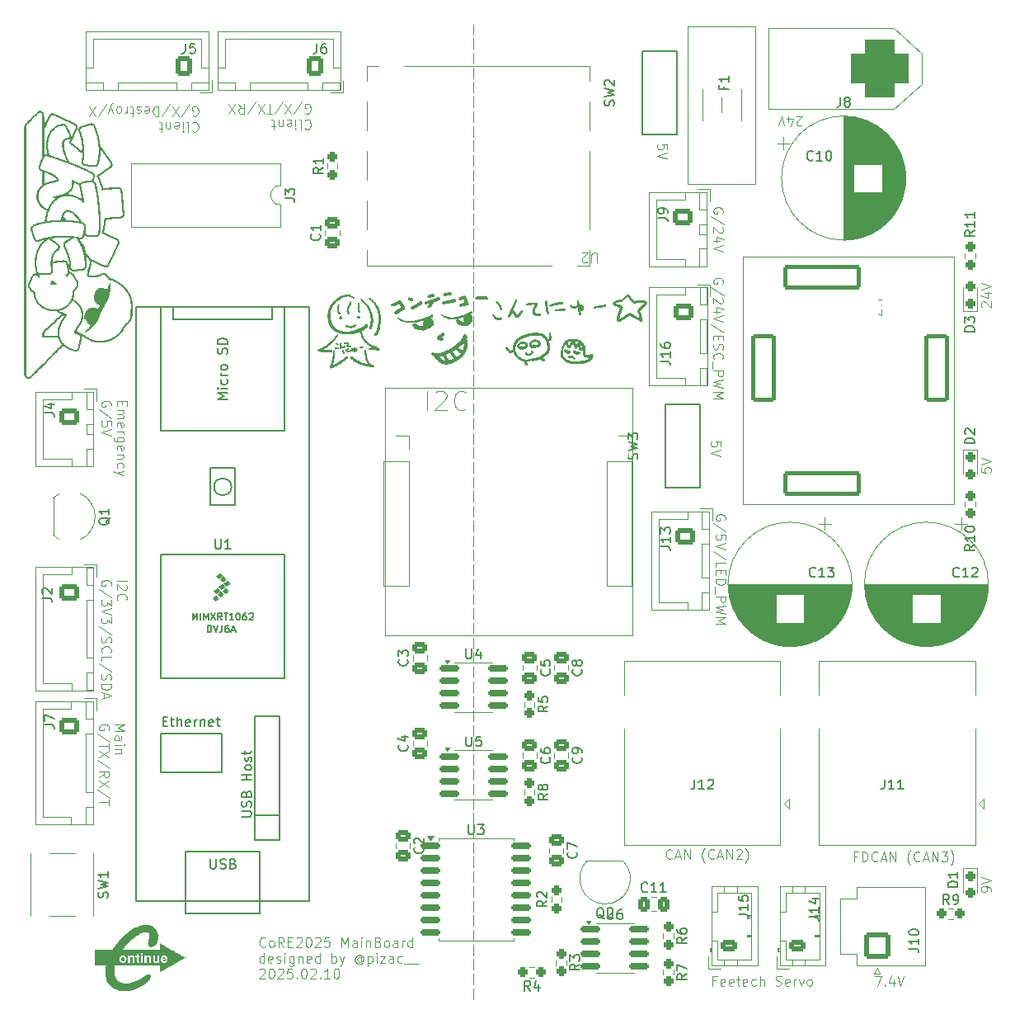
<source format=gto>
G04 #@! TF.GenerationSoftware,KiCad,Pcbnew,8.0.7-8.0.7-0~ubuntu22.04.1*
G04 #@! TF.CreationDate,2025-02-10T08:16:07+09:00*
G04 #@! TF.ProjectId,CoRE2025MainBoard_1,436f5245-3230-4323-954d-61696e426f61,rev?*
G04 #@! TF.SameCoordinates,Original*
G04 #@! TF.FileFunction,Legend,Top*
G04 #@! TF.FilePolarity,Positive*
%FSLAX46Y46*%
G04 Gerber Fmt 4.6, Leading zero omitted, Abs format (unit mm)*
G04 Created by KiCad (PCBNEW 8.0.7-8.0.7-0~ubuntu22.04.1) date 2025-02-10 08:16:07*
%MOMM*%
%LPD*%
G01*
G04 APERTURE LIST*
G04 Aperture macros list*
%AMRoundRect*
0 Rectangle with rounded corners*
0 $1 Rounding radius*
0 $2 $3 $4 $5 $6 $7 $8 $9 X,Y pos of 4 corners*
0 Add a 4 corners polygon primitive as box body*
4,1,4,$2,$3,$4,$5,$6,$7,$8,$9,$2,$3,0*
0 Add four circle primitives for the rounded corners*
1,1,$1+$1,$2,$3*
1,1,$1+$1,$4,$5*
1,1,$1+$1,$6,$7*
1,1,$1+$1,$8,$9*
0 Add four rect primitives between the rounded corners*
20,1,$1+$1,$2,$3,$4,$5,0*
20,1,$1+$1,$4,$5,$6,$7,0*
20,1,$1+$1,$6,$7,$8,$9,0*
20,1,$1+$1,$8,$9,$2,$3,0*%
G04 Aperture macros list end*
%ADD10C,0.100000*%
%ADD11C,0.150000*%
%ADD12C,0.120000*%
%ADD13C,0.127000*%
%ADD14C,0.000000*%
%ADD15C,2.780000*%
%ADD16R,1.700000X1.700000*%
%ADD17O,1.700000X1.700000*%
%ADD18R,2.400000X2.400000*%
%ADD19C,2.400000*%
%ADD20RoundRect,0.250000X0.475000X-0.337500X0.475000X0.337500X-0.475000X0.337500X-0.475000X-0.337500X0*%
%ADD21RoundRect,0.237500X-0.237500X0.250000X-0.237500X-0.250000X0.237500X-0.250000X0.237500X0.250000X0*%
%ADD22C,2.500000*%
%ADD23C,2.000000*%
%ADD24RoundRect,0.237500X0.237500X-0.250000X0.237500X0.250000X-0.237500X0.250000X-0.237500X-0.250000X0*%
%ADD25C,3.200000*%
%ADD26RoundRect,0.250000X-0.475000X0.337500X-0.475000X-0.337500X0.475000X-0.337500X0.475000X0.337500X0*%
%ADD27C,1.500000*%
%ADD28R,1.300000X1.550000*%
%ADD29RoundRect,0.250000X-0.750000X0.600000X-0.750000X-0.600000X0.750000X-0.600000X0.750000X0.600000X0*%
%ADD30O,2.000000X1.700000*%
%ADD31RoundRect,0.250000X0.600000X0.725000X-0.600000X0.725000X-0.600000X-0.725000X0.600000X-0.725000X0*%
%ADD32O,1.700000X1.950000*%
%ADD33RoundRect,0.150000X-0.825000X-0.150000X0.825000X-0.150000X0.825000X0.150000X-0.825000X0.150000X0*%
%ADD34RoundRect,0.250000X-0.725000X0.600000X-0.725000X-0.600000X0.725000X-0.600000X0.725000X0.600000X0*%
%ADD35O,1.950000X1.700000*%
%ADD36RoundRect,0.250000X0.625000X-0.350000X0.625000X0.350000X-0.625000X0.350000X-0.625000X-0.350000X0*%
%ADD37O,1.750000X1.200000*%
%ADD38RoundRect,0.237500X0.250000X0.237500X-0.250000X0.237500X-0.250000X-0.237500X0.250000X-0.237500X0*%
%ADD39RoundRect,0.250001X1.099999X-1.099999X1.099999X1.099999X-1.099999X1.099999X-1.099999X-1.099999X0*%
%ADD40C,2.700000*%
%ADD41RoundRect,0.237500X0.237500X-0.287500X0.237500X0.287500X-0.237500X0.287500X-0.237500X-0.287500X0*%
%ADD42C,3.250000*%
%ADD43R,1.500000X1.500000*%
%ADD44C,3.000000*%
%ADD45RoundRect,0.150000X-0.875000X-0.150000X0.875000X-0.150000X0.875000X0.150000X-0.875000X0.150000X0*%
%ADD46RoundRect,1.500000X1.500000X1.500000X-1.500000X1.500000X-1.500000X-1.500000X1.500000X-1.500000X0*%
%ADD47C,6.000000*%
%ADD48R,1.600000X2.400000*%
%ADD49O,1.600000X2.400000*%
%ADD50RoundRect,0.237500X-0.237500X0.287500X-0.237500X-0.287500X0.237500X-0.287500X0.237500X0.287500X0*%
%ADD51RoundRect,0.250000X-0.337500X-0.475000X0.337500X-0.475000X0.337500X0.475000X-0.337500X0.475000X0*%
%ADD52RoundRect,0.237500X-0.250000X-0.237500X0.250000X-0.237500X0.250000X0.237500X-0.250000X0.237500X0*%
%ADD53C,1.800000*%
%ADD54RoundRect,0.208333X-3.791667X1.041667X-3.791667X-1.041667X3.791667X-1.041667X3.791667X1.041667X0*%
%ADD55RoundRect,0.208333X-1.041667X3.291667X-1.041667X-3.291667X1.041667X-3.291667X1.041667X3.291667X0*%
%ADD56R,1.050000X1.500000*%
%ADD57O,1.050000X1.500000*%
%ADD58R,1.600000X1.600000*%
%ADD59C,1.600000*%
%ADD60R,1.300000X1.300000*%
%ADD61C,1.300000*%
G04 APERTURE END LIST*
D10*
X146500000Y-150000000D02*
X146500000Y-148900000D01*
X146500000Y-148500000D02*
X146500000Y-147400000D01*
X146500000Y-147000000D02*
X146500000Y-145900000D01*
X146500000Y-145500000D02*
X146500000Y-144400000D01*
X146500000Y-144000000D02*
X146500000Y-142900000D01*
X146500000Y-142500000D02*
X146500000Y-141400000D01*
X146500000Y-141000000D02*
X146500000Y-139900000D01*
X146500000Y-139500000D02*
X146500000Y-138400000D01*
X146500000Y-138000000D02*
X146500000Y-136900000D01*
X146500000Y-136500000D02*
X146500000Y-135400000D01*
X146500000Y-135000000D02*
X146500000Y-133900000D01*
X146500000Y-133500000D02*
X146500000Y-132400000D01*
X146500000Y-132000000D02*
X146500000Y-130900000D01*
X146500000Y-130500000D02*
X146500000Y-129400000D01*
X146500000Y-129000000D02*
X146500000Y-127900000D01*
X146500000Y-127500000D02*
X146500000Y-126400000D01*
X146500000Y-126000000D02*
X146500000Y-124900000D01*
X146500000Y-124500000D02*
X146500000Y-123400000D01*
X146500000Y-123000000D02*
X146500000Y-121900000D01*
X146500000Y-121500000D02*
X146500000Y-120400000D01*
X146500000Y-120000000D02*
X146500000Y-118900000D01*
X146500000Y-118500000D02*
X146500000Y-117400000D01*
X146500000Y-117000000D02*
X146500000Y-115900000D01*
X146500000Y-115500000D02*
X146500000Y-114400000D01*
X146500000Y-114000000D02*
X146500000Y-112900000D01*
X146500000Y-112500000D02*
X146500000Y-111400000D01*
X146500000Y-111000000D02*
X146500000Y-109900000D01*
X146500000Y-109500000D02*
X146500000Y-108400000D01*
X146500000Y-108000000D02*
X146500000Y-106900000D01*
X146500000Y-106500000D02*
X146500000Y-105400000D01*
X146500000Y-105000000D02*
X146500000Y-103900000D01*
X146500000Y-103500000D02*
X146500000Y-102400000D01*
X146500000Y-102000000D02*
X146500000Y-100900000D01*
X146500000Y-100500000D02*
X146500000Y-99400000D01*
X146500000Y-99000000D02*
X146500000Y-97900000D01*
X146500000Y-97500000D02*
X146500000Y-96400000D01*
X146500000Y-96000000D02*
X146500000Y-94900000D01*
X146500000Y-94500000D02*
X146500000Y-93400000D01*
X146500000Y-93000000D02*
X146500000Y-91900000D01*
X146500000Y-91500000D02*
X146500000Y-90400000D01*
X146500000Y-90000000D02*
X146500000Y-88900000D01*
X146500000Y-88500000D02*
X146500000Y-87400000D01*
X146500000Y-87000000D02*
X146500000Y-85900000D01*
X146500000Y-85500000D02*
X146500000Y-84400000D01*
X146500000Y-84000000D02*
X146500000Y-82900000D01*
X146500000Y-82500000D02*
X146500000Y-81400000D01*
X146500000Y-81000000D02*
X146500000Y-79900000D01*
X146500000Y-79500000D02*
X146500000Y-78400000D01*
X146500000Y-78000000D02*
X146500000Y-76900000D01*
X146500000Y-76500000D02*
X146500000Y-75400000D01*
X146500000Y-75000000D02*
X146500000Y-73900000D01*
X146500000Y-73500000D02*
X146500000Y-72400000D01*
X146500000Y-72000000D02*
X146500000Y-70900000D01*
X146500000Y-70500000D02*
X146500000Y-69400000D01*
X146500000Y-69000000D02*
X146500000Y-67900000D01*
X146500000Y-67500000D02*
X146500000Y-66400000D01*
X146500000Y-66000000D02*
X146500000Y-64900000D01*
X146500000Y-64500000D02*
X146500000Y-63400000D01*
X146500000Y-63000000D02*
X146500000Y-61900000D01*
X146500000Y-61500000D02*
X146500000Y-60400000D01*
X146500000Y-60000000D02*
X146500000Y-58900000D01*
X146500000Y-58500000D02*
X146500000Y-57400000D01*
X146500000Y-57000000D02*
X146500000Y-55900000D01*
X146500000Y-55500000D02*
X146500000Y-54400000D01*
X146500000Y-54000000D02*
X146500000Y-52900000D01*
X146500000Y-52500000D02*
X146500000Y-51400000D01*
X146500000Y-51000000D02*
X146500000Y-50000000D01*
X125125312Y-144557292D02*
X125077693Y-144604912D01*
X125077693Y-144604912D02*
X124934836Y-144652531D01*
X124934836Y-144652531D02*
X124839598Y-144652531D01*
X124839598Y-144652531D02*
X124696741Y-144604912D01*
X124696741Y-144604912D02*
X124601503Y-144509673D01*
X124601503Y-144509673D02*
X124553884Y-144414435D01*
X124553884Y-144414435D02*
X124506265Y-144223959D01*
X124506265Y-144223959D02*
X124506265Y-144081102D01*
X124506265Y-144081102D02*
X124553884Y-143890626D01*
X124553884Y-143890626D02*
X124601503Y-143795388D01*
X124601503Y-143795388D02*
X124696741Y-143700150D01*
X124696741Y-143700150D02*
X124839598Y-143652531D01*
X124839598Y-143652531D02*
X124934836Y-143652531D01*
X124934836Y-143652531D02*
X125077693Y-143700150D01*
X125077693Y-143700150D02*
X125125312Y-143747769D01*
X125696741Y-144652531D02*
X125601503Y-144604912D01*
X125601503Y-144604912D02*
X125553884Y-144557292D01*
X125553884Y-144557292D02*
X125506265Y-144462054D01*
X125506265Y-144462054D02*
X125506265Y-144176340D01*
X125506265Y-144176340D02*
X125553884Y-144081102D01*
X125553884Y-144081102D02*
X125601503Y-144033483D01*
X125601503Y-144033483D02*
X125696741Y-143985864D01*
X125696741Y-143985864D02*
X125839598Y-143985864D01*
X125839598Y-143985864D02*
X125934836Y-144033483D01*
X125934836Y-144033483D02*
X125982455Y-144081102D01*
X125982455Y-144081102D02*
X126030074Y-144176340D01*
X126030074Y-144176340D02*
X126030074Y-144462054D01*
X126030074Y-144462054D02*
X125982455Y-144557292D01*
X125982455Y-144557292D02*
X125934836Y-144604912D01*
X125934836Y-144604912D02*
X125839598Y-144652531D01*
X125839598Y-144652531D02*
X125696741Y-144652531D01*
X127030074Y-144652531D02*
X126696741Y-144176340D01*
X126458646Y-144652531D02*
X126458646Y-143652531D01*
X126458646Y-143652531D02*
X126839598Y-143652531D01*
X126839598Y-143652531D02*
X126934836Y-143700150D01*
X126934836Y-143700150D02*
X126982455Y-143747769D01*
X126982455Y-143747769D02*
X127030074Y-143843007D01*
X127030074Y-143843007D02*
X127030074Y-143985864D01*
X127030074Y-143985864D02*
X126982455Y-144081102D01*
X126982455Y-144081102D02*
X126934836Y-144128721D01*
X126934836Y-144128721D02*
X126839598Y-144176340D01*
X126839598Y-144176340D02*
X126458646Y-144176340D01*
X127458646Y-144128721D02*
X127791979Y-144128721D01*
X127934836Y-144652531D02*
X127458646Y-144652531D01*
X127458646Y-144652531D02*
X127458646Y-143652531D01*
X127458646Y-143652531D02*
X127934836Y-143652531D01*
X128315789Y-143747769D02*
X128363408Y-143700150D01*
X128363408Y-143700150D02*
X128458646Y-143652531D01*
X128458646Y-143652531D02*
X128696741Y-143652531D01*
X128696741Y-143652531D02*
X128791979Y-143700150D01*
X128791979Y-143700150D02*
X128839598Y-143747769D01*
X128839598Y-143747769D02*
X128887217Y-143843007D01*
X128887217Y-143843007D02*
X128887217Y-143938245D01*
X128887217Y-143938245D02*
X128839598Y-144081102D01*
X128839598Y-144081102D02*
X128268170Y-144652531D01*
X128268170Y-144652531D02*
X128887217Y-144652531D01*
X129506265Y-143652531D02*
X129601503Y-143652531D01*
X129601503Y-143652531D02*
X129696741Y-143700150D01*
X129696741Y-143700150D02*
X129744360Y-143747769D01*
X129744360Y-143747769D02*
X129791979Y-143843007D01*
X129791979Y-143843007D02*
X129839598Y-144033483D01*
X129839598Y-144033483D02*
X129839598Y-144271578D01*
X129839598Y-144271578D02*
X129791979Y-144462054D01*
X129791979Y-144462054D02*
X129744360Y-144557292D01*
X129744360Y-144557292D02*
X129696741Y-144604912D01*
X129696741Y-144604912D02*
X129601503Y-144652531D01*
X129601503Y-144652531D02*
X129506265Y-144652531D01*
X129506265Y-144652531D02*
X129411027Y-144604912D01*
X129411027Y-144604912D02*
X129363408Y-144557292D01*
X129363408Y-144557292D02*
X129315789Y-144462054D01*
X129315789Y-144462054D02*
X129268170Y-144271578D01*
X129268170Y-144271578D02*
X129268170Y-144033483D01*
X129268170Y-144033483D02*
X129315789Y-143843007D01*
X129315789Y-143843007D02*
X129363408Y-143747769D01*
X129363408Y-143747769D02*
X129411027Y-143700150D01*
X129411027Y-143700150D02*
X129506265Y-143652531D01*
X130220551Y-143747769D02*
X130268170Y-143700150D01*
X130268170Y-143700150D02*
X130363408Y-143652531D01*
X130363408Y-143652531D02*
X130601503Y-143652531D01*
X130601503Y-143652531D02*
X130696741Y-143700150D01*
X130696741Y-143700150D02*
X130744360Y-143747769D01*
X130744360Y-143747769D02*
X130791979Y-143843007D01*
X130791979Y-143843007D02*
X130791979Y-143938245D01*
X130791979Y-143938245D02*
X130744360Y-144081102D01*
X130744360Y-144081102D02*
X130172932Y-144652531D01*
X130172932Y-144652531D02*
X130791979Y-144652531D01*
X131696741Y-143652531D02*
X131220551Y-143652531D01*
X131220551Y-143652531D02*
X131172932Y-144128721D01*
X131172932Y-144128721D02*
X131220551Y-144081102D01*
X131220551Y-144081102D02*
X131315789Y-144033483D01*
X131315789Y-144033483D02*
X131553884Y-144033483D01*
X131553884Y-144033483D02*
X131649122Y-144081102D01*
X131649122Y-144081102D02*
X131696741Y-144128721D01*
X131696741Y-144128721D02*
X131744360Y-144223959D01*
X131744360Y-144223959D02*
X131744360Y-144462054D01*
X131744360Y-144462054D02*
X131696741Y-144557292D01*
X131696741Y-144557292D02*
X131649122Y-144604912D01*
X131649122Y-144604912D02*
X131553884Y-144652531D01*
X131553884Y-144652531D02*
X131315789Y-144652531D01*
X131315789Y-144652531D02*
X131220551Y-144604912D01*
X131220551Y-144604912D02*
X131172932Y-144557292D01*
X132934837Y-144652531D02*
X132934837Y-143652531D01*
X132934837Y-143652531D02*
X133268170Y-144366816D01*
X133268170Y-144366816D02*
X133601503Y-143652531D01*
X133601503Y-143652531D02*
X133601503Y-144652531D01*
X134506265Y-144652531D02*
X134506265Y-144128721D01*
X134506265Y-144128721D02*
X134458646Y-144033483D01*
X134458646Y-144033483D02*
X134363408Y-143985864D01*
X134363408Y-143985864D02*
X134172932Y-143985864D01*
X134172932Y-143985864D02*
X134077694Y-144033483D01*
X134506265Y-144604912D02*
X134411027Y-144652531D01*
X134411027Y-144652531D02*
X134172932Y-144652531D01*
X134172932Y-144652531D02*
X134077694Y-144604912D01*
X134077694Y-144604912D02*
X134030075Y-144509673D01*
X134030075Y-144509673D02*
X134030075Y-144414435D01*
X134030075Y-144414435D02*
X134077694Y-144319197D01*
X134077694Y-144319197D02*
X134172932Y-144271578D01*
X134172932Y-144271578D02*
X134411027Y-144271578D01*
X134411027Y-144271578D02*
X134506265Y-144223959D01*
X134982456Y-144652531D02*
X134982456Y-143985864D01*
X134982456Y-143652531D02*
X134934837Y-143700150D01*
X134934837Y-143700150D02*
X134982456Y-143747769D01*
X134982456Y-143747769D02*
X135030075Y-143700150D01*
X135030075Y-143700150D02*
X134982456Y-143652531D01*
X134982456Y-143652531D02*
X134982456Y-143747769D01*
X135458646Y-143985864D02*
X135458646Y-144652531D01*
X135458646Y-144081102D02*
X135506265Y-144033483D01*
X135506265Y-144033483D02*
X135601503Y-143985864D01*
X135601503Y-143985864D02*
X135744360Y-143985864D01*
X135744360Y-143985864D02*
X135839598Y-144033483D01*
X135839598Y-144033483D02*
X135887217Y-144128721D01*
X135887217Y-144128721D02*
X135887217Y-144652531D01*
X136696741Y-144128721D02*
X136839598Y-144176340D01*
X136839598Y-144176340D02*
X136887217Y-144223959D01*
X136887217Y-144223959D02*
X136934836Y-144319197D01*
X136934836Y-144319197D02*
X136934836Y-144462054D01*
X136934836Y-144462054D02*
X136887217Y-144557292D01*
X136887217Y-144557292D02*
X136839598Y-144604912D01*
X136839598Y-144604912D02*
X136744360Y-144652531D01*
X136744360Y-144652531D02*
X136363408Y-144652531D01*
X136363408Y-144652531D02*
X136363408Y-143652531D01*
X136363408Y-143652531D02*
X136696741Y-143652531D01*
X136696741Y-143652531D02*
X136791979Y-143700150D01*
X136791979Y-143700150D02*
X136839598Y-143747769D01*
X136839598Y-143747769D02*
X136887217Y-143843007D01*
X136887217Y-143843007D02*
X136887217Y-143938245D01*
X136887217Y-143938245D02*
X136839598Y-144033483D01*
X136839598Y-144033483D02*
X136791979Y-144081102D01*
X136791979Y-144081102D02*
X136696741Y-144128721D01*
X136696741Y-144128721D02*
X136363408Y-144128721D01*
X137506265Y-144652531D02*
X137411027Y-144604912D01*
X137411027Y-144604912D02*
X137363408Y-144557292D01*
X137363408Y-144557292D02*
X137315789Y-144462054D01*
X137315789Y-144462054D02*
X137315789Y-144176340D01*
X137315789Y-144176340D02*
X137363408Y-144081102D01*
X137363408Y-144081102D02*
X137411027Y-144033483D01*
X137411027Y-144033483D02*
X137506265Y-143985864D01*
X137506265Y-143985864D02*
X137649122Y-143985864D01*
X137649122Y-143985864D02*
X137744360Y-144033483D01*
X137744360Y-144033483D02*
X137791979Y-144081102D01*
X137791979Y-144081102D02*
X137839598Y-144176340D01*
X137839598Y-144176340D02*
X137839598Y-144462054D01*
X137839598Y-144462054D02*
X137791979Y-144557292D01*
X137791979Y-144557292D02*
X137744360Y-144604912D01*
X137744360Y-144604912D02*
X137649122Y-144652531D01*
X137649122Y-144652531D02*
X137506265Y-144652531D01*
X138696741Y-144652531D02*
X138696741Y-144128721D01*
X138696741Y-144128721D02*
X138649122Y-144033483D01*
X138649122Y-144033483D02*
X138553884Y-143985864D01*
X138553884Y-143985864D02*
X138363408Y-143985864D01*
X138363408Y-143985864D02*
X138268170Y-144033483D01*
X138696741Y-144604912D02*
X138601503Y-144652531D01*
X138601503Y-144652531D02*
X138363408Y-144652531D01*
X138363408Y-144652531D02*
X138268170Y-144604912D01*
X138268170Y-144604912D02*
X138220551Y-144509673D01*
X138220551Y-144509673D02*
X138220551Y-144414435D01*
X138220551Y-144414435D02*
X138268170Y-144319197D01*
X138268170Y-144319197D02*
X138363408Y-144271578D01*
X138363408Y-144271578D02*
X138601503Y-144271578D01*
X138601503Y-144271578D02*
X138696741Y-144223959D01*
X139172932Y-144652531D02*
X139172932Y-143985864D01*
X139172932Y-144176340D02*
X139220551Y-144081102D01*
X139220551Y-144081102D02*
X139268170Y-144033483D01*
X139268170Y-144033483D02*
X139363408Y-143985864D01*
X139363408Y-143985864D02*
X139458646Y-143985864D01*
X140220551Y-144652531D02*
X140220551Y-143652531D01*
X140220551Y-144604912D02*
X140125313Y-144652531D01*
X140125313Y-144652531D02*
X139934837Y-144652531D01*
X139934837Y-144652531D02*
X139839599Y-144604912D01*
X139839599Y-144604912D02*
X139791980Y-144557292D01*
X139791980Y-144557292D02*
X139744361Y-144462054D01*
X139744361Y-144462054D02*
X139744361Y-144176340D01*
X139744361Y-144176340D02*
X139791980Y-144081102D01*
X139791980Y-144081102D02*
X139839599Y-144033483D01*
X139839599Y-144033483D02*
X139934837Y-143985864D01*
X139934837Y-143985864D02*
X140125313Y-143985864D01*
X140125313Y-143985864D02*
X140220551Y-144033483D01*
X124982455Y-146262475D02*
X124982455Y-145262475D01*
X124982455Y-146214856D02*
X124887217Y-146262475D01*
X124887217Y-146262475D02*
X124696741Y-146262475D01*
X124696741Y-146262475D02*
X124601503Y-146214856D01*
X124601503Y-146214856D02*
X124553884Y-146167236D01*
X124553884Y-146167236D02*
X124506265Y-146071998D01*
X124506265Y-146071998D02*
X124506265Y-145786284D01*
X124506265Y-145786284D02*
X124553884Y-145691046D01*
X124553884Y-145691046D02*
X124601503Y-145643427D01*
X124601503Y-145643427D02*
X124696741Y-145595808D01*
X124696741Y-145595808D02*
X124887217Y-145595808D01*
X124887217Y-145595808D02*
X124982455Y-145643427D01*
X125839598Y-146214856D02*
X125744360Y-146262475D01*
X125744360Y-146262475D02*
X125553884Y-146262475D01*
X125553884Y-146262475D02*
X125458646Y-146214856D01*
X125458646Y-146214856D02*
X125411027Y-146119617D01*
X125411027Y-146119617D02*
X125411027Y-145738665D01*
X125411027Y-145738665D02*
X125458646Y-145643427D01*
X125458646Y-145643427D02*
X125553884Y-145595808D01*
X125553884Y-145595808D02*
X125744360Y-145595808D01*
X125744360Y-145595808D02*
X125839598Y-145643427D01*
X125839598Y-145643427D02*
X125887217Y-145738665D01*
X125887217Y-145738665D02*
X125887217Y-145833903D01*
X125887217Y-145833903D02*
X125411027Y-145929141D01*
X126268170Y-146214856D02*
X126363408Y-146262475D01*
X126363408Y-146262475D02*
X126553884Y-146262475D01*
X126553884Y-146262475D02*
X126649122Y-146214856D01*
X126649122Y-146214856D02*
X126696741Y-146119617D01*
X126696741Y-146119617D02*
X126696741Y-146071998D01*
X126696741Y-146071998D02*
X126649122Y-145976760D01*
X126649122Y-145976760D02*
X126553884Y-145929141D01*
X126553884Y-145929141D02*
X126411027Y-145929141D01*
X126411027Y-145929141D02*
X126315789Y-145881522D01*
X126315789Y-145881522D02*
X126268170Y-145786284D01*
X126268170Y-145786284D02*
X126268170Y-145738665D01*
X126268170Y-145738665D02*
X126315789Y-145643427D01*
X126315789Y-145643427D02*
X126411027Y-145595808D01*
X126411027Y-145595808D02*
X126553884Y-145595808D01*
X126553884Y-145595808D02*
X126649122Y-145643427D01*
X127125313Y-146262475D02*
X127125313Y-145595808D01*
X127125313Y-145262475D02*
X127077694Y-145310094D01*
X127077694Y-145310094D02*
X127125313Y-145357713D01*
X127125313Y-145357713D02*
X127172932Y-145310094D01*
X127172932Y-145310094D02*
X127125313Y-145262475D01*
X127125313Y-145262475D02*
X127125313Y-145357713D01*
X128030074Y-145595808D02*
X128030074Y-146405332D01*
X128030074Y-146405332D02*
X127982455Y-146500570D01*
X127982455Y-146500570D02*
X127934836Y-146548189D01*
X127934836Y-146548189D02*
X127839598Y-146595808D01*
X127839598Y-146595808D02*
X127696741Y-146595808D01*
X127696741Y-146595808D02*
X127601503Y-146548189D01*
X128030074Y-146214856D02*
X127934836Y-146262475D01*
X127934836Y-146262475D02*
X127744360Y-146262475D01*
X127744360Y-146262475D02*
X127649122Y-146214856D01*
X127649122Y-146214856D02*
X127601503Y-146167236D01*
X127601503Y-146167236D02*
X127553884Y-146071998D01*
X127553884Y-146071998D02*
X127553884Y-145786284D01*
X127553884Y-145786284D02*
X127601503Y-145691046D01*
X127601503Y-145691046D02*
X127649122Y-145643427D01*
X127649122Y-145643427D02*
X127744360Y-145595808D01*
X127744360Y-145595808D02*
X127934836Y-145595808D01*
X127934836Y-145595808D02*
X128030074Y-145643427D01*
X128506265Y-145595808D02*
X128506265Y-146262475D01*
X128506265Y-145691046D02*
X128553884Y-145643427D01*
X128553884Y-145643427D02*
X128649122Y-145595808D01*
X128649122Y-145595808D02*
X128791979Y-145595808D01*
X128791979Y-145595808D02*
X128887217Y-145643427D01*
X128887217Y-145643427D02*
X128934836Y-145738665D01*
X128934836Y-145738665D02*
X128934836Y-146262475D01*
X129791979Y-146214856D02*
X129696741Y-146262475D01*
X129696741Y-146262475D02*
X129506265Y-146262475D01*
X129506265Y-146262475D02*
X129411027Y-146214856D01*
X129411027Y-146214856D02*
X129363408Y-146119617D01*
X129363408Y-146119617D02*
X129363408Y-145738665D01*
X129363408Y-145738665D02*
X129411027Y-145643427D01*
X129411027Y-145643427D02*
X129506265Y-145595808D01*
X129506265Y-145595808D02*
X129696741Y-145595808D01*
X129696741Y-145595808D02*
X129791979Y-145643427D01*
X129791979Y-145643427D02*
X129839598Y-145738665D01*
X129839598Y-145738665D02*
X129839598Y-145833903D01*
X129839598Y-145833903D02*
X129363408Y-145929141D01*
X130696741Y-146262475D02*
X130696741Y-145262475D01*
X130696741Y-146214856D02*
X130601503Y-146262475D01*
X130601503Y-146262475D02*
X130411027Y-146262475D01*
X130411027Y-146262475D02*
X130315789Y-146214856D01*
X130315789Y-146214856D02*
X130268170Y-146167236D01*
X130268170Y-146167236D02*
X130220551Y-146071998D01*
X130220551Y-146071998D02*
X130220551Y-145786284D01*
X130220551Y-145786284D02*
X130268170Y-145691046D01*
X130268170Y-145691046D02*
X130315789Y-145643427D01*
X130315789Y-145643427D02*
X130411027Y-145595808D01*
X130411027Y-145595808D02*
X130601503Y-145595808D01*
X130601503Y-145595808D02*
X130696741Y-145643427D01*
X131934837Y-146262475D02*
X131934837Y-145262475D01*
X131934837Y-145643427D02*
X132030075Y-145595808D01*
X132030075Y-145595808D02*
X132220551Y-145595808D01*
X132220551Y-145595808D02*
X132315789Y-145643427D01*
X132315789Y-145643427D02*
X132363408Y-145691046D01*
X132363408Y-145691046D02*
X132411027Y-145786284D01*
X132411027Y-145786284D02*
X132411027Y-146071998D01*
X132411027Y-146071998D02*
X132363408Y-146167236D01*
X132363408Y-146167236D02*
X132315789Y-146214856D01*
X132315789Y-146214856D02*
X132220551Y-146262475D01*
X132220551Y-146262475D02*
X132030075Y-146262475D01*
X132030075Y-146262475D02*
X131934837Y-146214856D01*
X132744361Y-145595808D02*
X132982456Y-146262475D01*
X133220551Y-145595808D02*
X132982456Y-146262475D01*
X132982456Y-146262475D02*
X132887218Y-146500570D01*
X132887218Y-146500570D02*
X132839599Y-146548189D01*
X132839599Y-146548189D02*
X132744361Y-146595808D01*
X134982456Y-145786284D02*
X134934837Y-145738665D01*
X134934837Y-145738665D02*
X134839599Y-145691046D01*
X134839599Y-145691046D02*
X134744361Y-145691046D01*
X134744361Y-145691046D02*
X134649123Y-145738665D01*
X134649123Y-145738665D02*
X134601504Y-145786284D01*
X134601504Y-145786284D02*
X134553885Y-145881522D01*
X134553885Y-145881522D02*
X134553885Y-145976760D01*
X134553885Y-145976760D02*
X134601504Y-146071998D01*
X134601504Y-146071998D02*
X134649123Y-146119617D01*
X134649123Y-146119617D02*
X134744361Y-146167236D01*
X134744361Y-146167236D02*
X134839599Y-146167236D01*
X134839599Y-146167236D02*
X134934837Y-146119617D01*
X134934837Y-146119617D02*
X134982456Y-146071998D01*
X134982456Y-145691046D02*
X134982456Y-146071998D01*
X134982456Y-146071998D02*
X135030075Y-146119617D01*
X135030075Y-146119617D02*
X135077694Y-146119617D01*
X135077694Y-146119617D02*
X135172933Y-146071998D01*
X135172933Y-146071998D02*
X135220552Y-145976760D01*
X135220552Y-145976760D02*
X135220552Y-145738665D01*
X135220552Y-145738665D02*
X135125314Y-145595808D01*
X135125314Y-145595808D02*
X134982456Y-145500570D01*
X134982456Y-145500570D02*
X134791980Y-145452951D01*
X134791980Y-145452951D02*
X134601504Y-145500570D01*
X134601504Y-145500570D02*
X134458647Y-145595808D01*
X134458647Y-145595808D02*
X134363409Y-145738665D01*
X134363409Y-145738665D02*
X134315790Y-145929141D01*
X134315790Y-145929141D02*
X134363409Y-146119617D01*
X134363409Y-146119617D02*
X134458647Y-146262475D01*
X134458647Y-146262475D02*
X134601504Y-146357713D01*
X134601504Y-146357713D02*
X134791980Y-146405332D01*
X134791980Y-146405332D02*
X134982456Y-146357713D01*
X134982456Y-146357713D02*
X135125314Y-146262475D01*
X135649123Y-145595808D02*
X135649123Y-146595808D01*
X135649123Y-145643427D02*
X135744361Y-145595808D01*
X135744361Y-145595808D02*
X135934837Y-145595808D01*
X135934837Y-145595808D02*
X136030075Y-145643427D01*
X136030075Y-145643427D02*
X136077694Y-145691046D01*
X136077694Y-145691046D02*
X136125313Y-145786284D01*
X136125313Y-145786284D02*
X136125313Y-146071998D01*
X136125313Y-146071998D02*
X136077694Y-146167236D01*
X136077694Y-146167236D02*
X136030075Y-146214856D01*
X136030075Y-146214856D02*
X135934837Y-146262475D01*
X135934837Y-146262475D02*
X135744361Y-146262475D01*
X135744361Y-146262475D02*
X135649123Y-146214856D01*
X136553885Y-146262475D02*
X136553885Y-145595808D01*
X136553885Y-145262475D02*
X136506266Y-145310094D01*
X136506266Y-145310094D02*
X136553885Y-145357713D01*
X136553885Y-145357713D02*
X136601504Y-145310094D01*
X136601504Y-145310094D02*
X136553885Y-145262475D01*
X136553885Y-145262475D02*
X136553885Y-145357713D01*
X136934837Y-145595808D02*
X137458646Y-145595808D01*
X137458646Y-145595808D02*
X136934837Y-146262475D01*
X136934837Y-146262475D02*
X137458646Y-146262475D01*
X138268170Y-146262475D02*
X138268170Y-145738665D01*
X138268170Y-145738665D02*
X138220551Y-145643427D01*
X138220551Y-145643427D02*
X138125313Y-145595808D01*
X138125313Y-145595808D02*
X137934837Y-145595808D01*
X137934837Y-145595808D02*
X137839599Y-145643427D01*
X138268170Y-146214856D02*
X138172932Y-146262475D01*
X138172932Y-146262475D02*
X137934837Y-146262475D01*
X137934837Y-146262475D02*
X137839599Y-146214856D01*
X137839599Y-146214856D02*
X137791980Y-146119617D01*
X137791980Y-146119617D02*
X137791980Y-146024379D01*
X137791980Y-146024379D02*
X137839599Y-145929141D01*
X137839599Y-145929141D02*
X137934837Y-145881522D01*
X137934837Y-145881522D02*
X138172932Y-145881522D01*
X138172932Y-145881522D02*
X138268170Y-145833903D01*
X139172932Y-146214856D02*
X139077694Y-146262475D01*
X139077694Y-146262475D02*
X138887218Y-146262475D01*
X138887218Y-146262475D02*
X138791980Y-146214856D01*
X138791980Y-146214856D02*
X138744361Y-146167236D01*
X138744361Y-146167236D02*
X138696742Y-146071998D01*
X138696742Y-146071998D02*
X138696742Y-145786284D01*
X138696742Y-145786284D02*
X138744361Y-145691046D01*
X138744361Y-145691046D02*
X138791980Y-145643427D01*
X138791980Y-145643427D02*
X138887218Y-145595808D01*
X138887218Y-145595808D02*
X139077694Y-145595808D01*
X139077694Y-145595808D02*
X139172932Y-145643427D01*
X139363409Y-146357713D02*
X140125313Y-146357713D01*
X140125314Y-146357713D02*
X140887218Y-146357713D01*
X124506265Y-146967657D02*
X124553884Y-146920038D01*
X124553884Y-146920038D02*
X124649122Y-146872419D01*
X124649122Y-146872419D02*
X124887217Y-146872419D01*
X124887217Y-146872419D02*
X124982455Y-146920038D01*
X124982455Y-146920038D02*
X125030074Y-146967657D01*
X125030074Y-146967657D02*
X125077693Y-147062895D01*
X125077693Y-147062895D02*
X125077693Y-147158133D01*
X125077693Y-147158133D02*
X125030074Y-147300990D01*
X125030074Y-147300990D02*
X124458646Y-147872419D01*
X124458646Y-147872419D02*
X125077693Y-147872419D01*
X125696741Y-146872419D02*
X125791979Y-146872419D01*
X125791979Y-146872419D02*
X125887217Y-146920038D01*
X125887217Y-146920038D02*
X125934836Y-146967657D01*
X125934836Y-146967657D02*
X125982455Y-147062895D01*
X125982455Y-147062895D02*
X126030074Y-147253371D01*
X126030074Y-147253371D02*
X126030074Y-147491466D01*
X126030074Y-147491466D02*
X125982455Y-147681942D01*
X125982455Y-147681942D02*
X125934836Y-147777180D01*
X125934836Y-147777180D02*
X125887217Y-147824800D01*
X125887217Y-147824800D02*
X125791979Y-147872419D01*
X125791979Y-147872419D02*
X125696741Y-147872419D01*
X125696741Y-147872419D02*
X125601503Y-147824800D01*
X125601503Y-147824800D02*
X125553884Y-147777180D01*
X125553884Y-147777180D02*
X125506265Y-147681942D01*
X125506265Y-147681942D02*
X125458646Y-147491466D01*
X125458646Y-147491466D02*
X125458646Y-147253371D01*
X125458646Y-147253371D02*
X125506265Y-147062895D01*
X125506265Y-147062895D02*
X125553884Y-146967657D01*
X125553884Y-146967657D02*
X125601503Y-146920038D01*
X125601503Y-146920038D02*
X125696741Y-146872419D01*
X126411027Y-146967657D02*
X126458646Y-146920038D01*
X126458646Y-146920038D02*
X126553884Y-146872419D01*
X126553884Y-146872419D02*
X126791979Y-146872419D01*
X126791979Y-146872419D02*
X126887217Y-146920038D01*
X126887217Y-146920038D02*
X126934836Y-146967657D01*
X126934836Y-146967657D02*
X126982455Y-147062895D01*
X126982455Y-147062895D02*
X126982455Y-147158133D01*
X126982455Y-147158133D02*
X126934836Y-147300990D01*
X126934836Y-147300990D02*
X126363408Y-147872419D01*
X126363408Y-147872419D02*
X126982455Y-147872419D01*
X127887217Y-146872419D02*
X127411027Y-146872419D01*
X127411027Y-146872419D02*
X127363408Y-147348609D01*
X127363408Y-147348609D02*
X127411027Y-147300990D01*
X127411027Y-147300990D02*
X127506265Y-147253371D01*
X127506265Y-147253371D02*
X127744360Y-147253371D01*
X127744360Y-147253371D02*
X127839598Y-147300990D01*
X127839598Y-147300990D02*
X127887217Y-147348609D01*
X127887217Y-147348609D02*
X127934836Y-147443847D01*
X127934836Y-147443847D02*
X127934836Y-147681942D01*
X127934836Y-147681942D02*
X127887217Y-147777180D01*
X127887217Y-147777180D02*
X127839598Y-147824800D01*
X127839598Y-147824800D02*
X127744360Y-147872419D01*
X127744360Y-147872419D02*
X127506265Y-147872419D01*
X127506265Y-147872419D02*
X127411027Y-147824800D01*
X127411027Y-147824800D02*
X127363408Y-147777180D01*
X128363408Y-147777180D02*
X128411027Y-147824800D01*
X128411027Y-147824800D02*
X128363408Y-147872419D01*
X128363408Y-147872419D02*
X128315789Y-147824800D01*
X128315789Y-147824800D02*
X128363408Y-147777180D01*
X128363408Y-147777180D02*
X128363408Y-147872419D01*
X129030074Y-146872419D02*
X129125312Y-146872419D01*
X129125312Y-146872419D02*
X129220550Y-146920038D01*
X129220550Y-146920038D02*
X129268169Y-146967657D01*
X129268169Y-146967657D02*
X129315788Y-147062895D01*
X129315788Y-147062895D02*
X129363407Y-147253371D01*
X129363407Y-147253371D02*
X129363407Y-147491466D01*
X129363407Y-147491466D02*
X129315788Y-147681942D01*
X129315788Y-147681942D02*
X129268169Y-147777180D01*
X129268169Y-147777180D02*
X129220550Y-147824800D01*
X129220550Y-147824800D02*
X129125312Y-147872419D01*
X129125312Y-147872419D02*
X129030074Y-147872419D01*
X129030074Y-147872419D02*
X128934836Y-147824800D01*
X128934836Y-147824800D02*
X128887217Y-147777180D01*
X128887217Y-147777180D02*
X128839598Y-147681942D01*
X128839598Y-147681942D02*
X128791979Y-147491466D01*
X128791979Y-147491466D02*
X128791979Y-147253371D01*
X128791979Y-147253371D02*
X128839598Y-147062895D01*
X128839598Y-147062895D02*
X128887217Y-146967657D01*
X128887217Y-146967657D02*
X128934836Y-146920038D01*
X128934836Y-146920038D02*
X129030074Y-146872419D01*
X129744360Y-146967657D02*
X129791979Y-146920038D01*
X129791979Y-146920038D02*
X129887217Y-146872419D01*
X129887217Y-146872419D02*
X130125312Y-146872419D01*
X130125312Y-146872419D02*
X130220550Y-146920038D01*
X130220550Y-146920038D02*
X130268169Y-146967657D01*
X130268169Y-146967657D02*
X130315788Y-147062895D01*
X130315788Y-147062895D02*
X130315788Y-147158133D01*
X130315788Y-147158133D02*
X130268169Y-147300990D01*
X130268169Y-147300990D02*
X129696741Y-147872419D01*
X129696741Y-147872419D02*
X130315788Y-147872419D01*
X130744360Y-147777180D02*
X130791979Y-147824800D01*
X130791979Y-147824800D02*
X130744360Y-147872419D01*
X130744360Y-147872419D02*
X130696741Y-147824800D01*
X130696741Y-147824800D02*
X130744360Y-147777180D01*
X130744360Y-147777180D02*
X130744360Y-147872419D01*
X131744359Y-147872419D02*
X131172931Y-147872419D01*
X131458645Y-147872419D02*
X131458645Y-146872419D01*
X131458645Y-146872419D02*
X131363407Y-147015276D01*
X131363407Y-147015276D02*
X131268169Y-147110514D01*
X131268169Y-147110514D02*
X131172931Y-147158133D01*
X132363407Y-146872419D02*
X132458645Y-146872419D01*
X132458645Y-146872419D02*
X132553883Y-146920038D01*
X132553883Y-146920038D02*
X132601502Y-146967657D01*
X132601502Y-146967657D02*
X132649121Y-147062895D01*
X132649121Y-147062895D02*
X132696740Y-147253371D01*
X132696740Y-147253371D02*
X132696740Y-147491466D01*
X132696740Y-147491466D02*
X132649121Y-147681942D01*
X132649121Y-147681942D02*
X132601502Y-147777180D01*
X132601502Y-147777180D02*
X132553883Y-147824800D01*
X132553883Y-147824800D02*
X132458645Y-147872419D01*
X132458645Y-147872419D02*
X132363407Y-147872419D01*
X132363407Y-147872419D02*
X132268169Y-147824800D01*
X132268169Y-147824800D02*
X132220550Y-147777180D01*
X132220550Y-147777180D02*
X132172931Y-147681942D01*
X132172931Y-147681942D02*
X132125312Y-147491466D01*
X132125312Y-147491466D02*
X132125312Y-147253371D01*
X132125312Y-147253371D02*
X132172931Y-147062895D01*
X132172931Y-147062895D02*
X132220550Y-146967657D01*
X132220550Y-146967657D02*
X132268169Y-146920038D01*
X132268169Y-146920038D02*
X132363407Y-146872419D01*
X109687524Y-121853884D02*
X110687524Y-121853884D01*
X110687524Y-121853884D02*
X109973239Y-122187217D01*
X109973239Y-122187217D02*
X110687524Y-122520550D01*
X110687524Y-122520550D02*
X109687524Y-122520550D01*
X109687524Y-123425312D02*
X110211334Y-123425312D01*
X110211334Y-123425312D02*
X110306572Y-123377693D01*
X110306572Y-123377693D02*
X110354191Y-123282455D01*
X110354191Y-123282455D02*
X110354191Y-123091979D01*
X110354191Y-123091979D02*
X110306572Y-122996741D01*
X109735144Y-123425312D02*
X109687524Y-123330074D01*
X109687524Y-123330074D02*
X109687524Y-123091979D01*
X109687524Y-123091979D02*
X109735144Y-122996741D01*
X109735144Y-122996741D02*
X109830382Y-122949122D01*
X109830382Y-122949122D02*
X109925620Y-122949122D01*
X109925620Y-122949122D02*
X110020858Y-122996741D01*
X110020858Y-122996741D02*
X110068477Y-123091979D01*
X110068477Y-123091979D02*
X110068477Y-123330074D01*
X110068477Y-123330074D02*
X110116096Y-123425312D01*
X109687524Y-123901503D02*
X110354191Y-123901503D01*
X110687524Y-123901503D02*
X110639905Y-123853884D01*
X110639905Y-123853884D02*
X110592286Y-123901503D01*
X110592286Y-123901503D02*
X110639905Y-123949122D01*
X110639905Y-123949122D02*
X110687524Y-123901503D01*
X110687524Y-123901503D02*
X110592286Y-123901503D01*
X110354191Y-124377693D02*
X109687524Y-124377693D01*
X110258953Y-124377693D02*
X110306572Y-124425312D01*
X110306572Y-124425312D02*
X110354191Y-124520550D01*
X110354191Y-124520550D02*
X110354191Y-124663407D01*
X110354191Y-124663407D02*
X110306572Y-124758645D01*
X110306572Y-124758645D02*
X110211334Y-124806264D01*
X110211334Y-124806264D02*
X109687524Y-124806264D01*
X109029961Y-122377693D02*
X109077580Y-122282455D01*
X109077580Y-122282455D02*
X109077580Y-122139598D01*
X109077580Y-122139598D02*
X109029961Y-121996741D01*
X109029961Y-121996741D02*
X108934723Y-121901503D01*
X108934723Y-121901503D02*
X108839485Y-121853884D01*
X108839485Y-121853884D02*
X108649009Y-121806265D01*
X108649009Y-121806265D02*
X108506152Y-121806265D01*
X108506152Y-121806265D02*
X108315676Y-121853884D01*
X108315676Y-121853884D02*
X108220438Y-121901503D01*
X108220438Y-121901503D02*
X108125200Y-121996741D01*
X108125200Y-121996741D02*
X108077580Y-122139598D01*
X108077580Y-122139598D02*
X108077580Y-122234836D01*
X108077580Y-122234836D02*
X108125200Y-122377693D01*
X108125200Y-122377693D02*
X108172819Y-122425312D01*
X108172819Y-122425312D02*
X108506152Y-122425312D01*
X108506152Y-122425312D02*
X108506152Y-122234836D01*
X109125200Y-123568169D02*
X107839485Y-122711027D01*
X109077580Y-123758646D02*
X109077580Y-124330074D01*
X108077580Y-124044360D02*
X109077580Y-124044360D01*
X109077580Y-124568170D02*
X108077580Y-125234836D01*
X109077580Y-125234836D02*
X108077580Y-124568170D01*
X109125200Y-126330074D02*
X107839485Y-125472932D01*
X108077580Y-127234836D02*
X108553771Y-126901503D01*
X108077580Y-126663408D02*
X109077580Y-126663408D01*
X109077580Y-126663408D02*
X109077580Y-127044360D01*
X109077580Y-127044360D02*
X109029961Y-127139598D01*
X109029961Y-127139598D02*
X108982342Y-127187217D01*
X108982342Y-127187217D02*
X108887104Y-127234836D01*
X108887104Y-127234836D02*
X108744247Y-127234836D01*
X108744247Y-127234836D02*
X108649009Y-127187217D01*
X108649009Y-127187217D02*
X108601390Y-127139598D01*
X108601390Y-127139598D02*
X108553771Y-127044360D01*
X108553771Y-127044360D02*
X108553771Y-126663408D01*
X109077580Y-127568170D02*
X108077580Y-128234836D01*
X109077580Y-128234836D02*
X108077580Y-127568170D01*
X109125200Y-129330074D02*
X107839485Y-128472932D01*
X109077580Y-129520551D02*
X109077580Y-130091979D01*
X108077580Y-129806265D02*
X109077580Y-129806265D01*
X172079961Y-69327693D02*
X172127580Y-69232455D01*
X172127580Y-69232455D02*
X172127580Y-69089598D01*
X172127580Y-69089598D02*
X172079961Y-68946741D01*
X172079961Y-68946741D02*
X171984723Y-68851503D01*
X171984723Y-68851503D02*
X171889485Y-68803884D01*
X171889485Y-68803884D02*
X171699009Y-68756265D01*
X171699009Y-68756265D02*
X171556152Y-68756265D01*
X171556152Y-68756265D02*
X171365676Y-68803884D01*
X171365676Y-68803884D02*
X171270438Y-68851503D01*
X171270438Y-68851503D02*
X171175200Y-68946741D01*
X171175200Y-68946741D02*
X171127580Y-69089598D01*
X171127580Y-69089598D02*
X171127580Y-69184836D01*
X171127580Y-69184836D02*
X171175200Y-69327693D01*
X171175200Y-69327693D02*
X171222819Y-69375312D01*
X171222819Y-69375312D02*
X171556152Y-69375312D01*
X171556152Y-69375312D02*
X171556152Y-69184836D01*
X172175200Y-70518169D02*
X170889485Y-69661027D01*
X172032342Y-70803884D02*
X172079961Y-70851503D01*
X172079961Y-70851503D02*
X172127580Y-70946741D01*
X172127580Y-70946741D02*
X172127580Y-71184836D01*
X172127580Y-71184836D02*
X172079961Y-71280074D01*
X172079961Y-71280074D02*
X172032342Y-71327693D01*
X172032342Y-71327693D02*
X171937104Y-71375312D01*
X171937104Y-71375312D02*
X171841866Y-71375312D01*
X171841866Y-71375312D02*
X171699009Y-71327693D01*
X171699009Y-71327693D02*
X171127580Y-70756265D01*
X171127580Y-70756265D02*
X171127580Y-71375312D01*
X171794247Y-72232455D02*
X171127580Y-72232455D01*
X172175200Y-71994360D02*
X171460914Y-71756265D01*
X171460914Y-71756265D02*
X171460914Y-72375312D01*
X172127580Y-72613408D02*
X171127580Y-72946741D01*
X171127580Y-72946741D02*
X172127580Y-73280074D01*
X198717657Y-78993734D02*
X198670038Y-78946115D01*
X198670038Y-78946115D02*
X198622419Y-78850877D01*
X198622419Y-78850877D02*
X198622419Y-78612782D01*
X198622419Y-78612782D02*
X198670038Y-78517544D01*
X198670038Y-78517544D02*
X198717657Y-78469925D01*
X198717657Y-78469925D02*
X198812895Y-78422306D01*
X198812895Y-78422306D02*
X198908133Y-78422306D01*
X198908133Y-78422306D02*
X199050990Y-78469925D01*
X199050990Y-78469925D02*
X199622419Y-79041353D01*
X199622419Y-79041353D02*
X199622419Y-78422306D01*
X198955752Y-77565163D02*
X199622419Y-77565163D01*
X198574800Y-77803258D02*
X199289085Y-78041353D01*
X199289085Y-78041353D02*
X199289085Y-77422306D01*
X198622419Y-77184210D02*
X199622419Y-76850877D01*
X199622419Y-76850877D02*
X198622419Y-76517544D01*
X166377580Y-62780074D02*
X166377580Y-62303884D01*
X166377580Y-62303884D02*
X165901390Y-62256265D01*
X165901390Y-62256265D02*
X165949009Y-62303884D01*
X165949009Y-62303884D02*
X165996628Y-62399122D01*
X165996628Y-62399122D02*
X165996628Y-62637217D01*
X165996628Y-62637217D02*
X165949009Y-62732455D01*
X165949009Y-62732455D02*
X165901390Y-62780074D01*
X165901390Y-62780074D02*
X165806152Y-62827693D01*
X165806152Y-62827693D02*
X165568057Y-62827693D01*
X165568057Y-62827693D02*
X165472819Y-62780074D01*
X165472819Y-62780074D02*
X165425200Y-62732455D01*
X165425200Y-62732455D02*
X165377580Y-62637217D01*
X165377580Y-62637217D02*
X165377580Y-62399122D01*
X165377580Y-62399122D02*
X165425200Y-62303884D01*
X165425200Y-62303884D02*
X165472819Y-62256265D01*
X166377580Y-63113408D02*
X165377580Y-63446741D01*
X165377580Y-63446741D02*
X166377580Y-63780074D01*
X171877580Y-93280074D02*
X171877580Y-92803884D01*
X171877580Y-92803884D02*
X171401390Y-92756265D01*
X171401390Y-92756265D02*
X171449009Y-92803884D01*
X171449009Y-92803884D02*
X171496628Y-92899122D01*
X171496628Y-92899122D02*
X171496628Y-93137217D01*
X171496628Y-93137217D02*
X171449009Y-93232455D01*
X171449009Y-93232455D02*
X171401390Y-93280074D01*
X171401390Y-93280074D02*
X171306152Y-93327693D01*
X171306152Y-93327693D02*
X171068057Y-93327693D01*
X171068057Y-93327693D02*
X170972819Y-93280074D01*
X170972819Y-93280074D02*
X170925200Y-93232455D01*
X170925200Y-93232455D02*
X170877580Y-93137217D01*
X170877580Y-93137217D02*
X170877580Y-92899122D01*
X170877580Y-92899122D02*
X170925200Y-92803884D01*
X170925200Y-92803884D02*
X170972819Y-92756265D01*
X171877580Y-93613408D02*
X170877580Y-93946741D01*
X170877580Y-93946741D02*
X171877580Y-94280074D01*
X180243734Y-60282342D02*
X180196115Y-60329961D01*
X180196115Y-60329961D02*
X180100877Y-60377580D01*
X180100877Y-60377580D02*
X179862782Y-60377580D01*
X179862782Y-60377580D02*
X179767544Y-60329961D01*
X179767544Y-60329961D02*
X179719925Y-60282342D01*
X179719925Y-60282342D02*
X179672306Y-60187104D01*
X179672306Y-60187104D02*
X179672306Y-60091866D01*
X179672306Y-60091866D02*
X179719925Y-59949009D01*
X179719925Y-59949009D02*
X180291353Y-59377580D01*
X180291353Y-59377580D02*
X179672306Y-59377580D01*
X178815163Y-60044247D02*
X178815163Y-59377580D01*
X179053258Y-60425200D02*
X179291353Y-59710914D01*
X179291353Y-59710914D02*
X178672306Y-59710914D01*
X178434210Y-60377580D02*
X178100877Y-59377580D01*
X178100877Y-59377580D02*
X177767544Y-60377580D01*
X199622419Y-138898496D02*
X199622419Y-138708020D01*
X199622419Y-138708020D02*
X199574800Y-138612782D01*
X199574800Y-138612782D02*
X199527180Y-138565163D01*
X199527180Y-138565163D02*
X199384323Y-138469925D01*
X199384323Y-138469925D02*
X199193847Y-138422306D01*
X199193847Y-138422306D02*
X198812895Y-138422306D01*
X198812895Y-138422306D02*
X198717657Y-138469925D01*
X198717657Y-138469925D02*
X198670038Y-138517544D01*
X198670038Y-138517544D02*
X198622419Y-138612782D01*
X198622419Y-138612782D02*
X198622419Y-138803258D01*
X198622419Y-138803258D02*
X198670038Y-138898496D01*
X198670038Y-138898496D02*
X198717657Y-138946115D01*
X198717657Y-138946115D02*
X198812895Y-138993734D01*
X198812895Y-138993734D02*
X199050990Y-138993734D01*
X199050990Y-138993734D02*
X199146228Y-138946115D01*
X199146228Y-138946115D02*
X199193847Y-138898496D01*
X199193847Y-138898496D02*
X199241466Y-138803258D01*
X199241466Y-138803258D02*
X199241466Y-138612782D01*
X199241466Y-138612782D02*
X199193847Y-138517544D01*
X199193847Y-138517544D02*
X199146228Y-138469925D01*
X199146228Y-138469925D02*
X199050990Y-138422306D01*
X198622419Y-138136591D02*
X199622419Y-137803258D01*
X199622419Y-137803258D02*
X198622419Y-137469925D01*
X171387217Y-148098609D02*
X171053884Y-148098609D01*
X171053884Y-148622419D02*
X171053884Y-147622419D01*
X171053884Y-147622419D02*
X171530074Y-147622419D01*
X172291979Y-148574800D02*
X172196741Y-148622419D01*
X172196741Y-148622419D02*
X172006265Y-148622419D01*
X172006265Y-148622419D02*
X171911027Y-148574800D01*
X171911027Y-148574800D02*
X171863408Y-148479561D01*
X171863408Y-148479561D02*
X171863408Y-148098609D01*
X171863408Y-148098609D02*
X171911027Y-148003371D01*
X171911027Y-148003371D02*
X172006265Y-147955752D01*
X172006265Y-147955752D02*
X172196741Y-147955752D01*
X172196741Y-147955752D02*
X172291979Y-148003371D01*
X172291979Y-148003371D02*
X172339598Y-148098609D01*
X172339598Y-148098609D02*
X172339598Y-148193847D01*
X172339598Y-148193847D02*
X171863408Y-148289085D01*
X173149122Y-148574800D02*
X173053884Y-148622419D01*
X173053884Y-148622419D02*
X172863408Y-148622419D01*
X172863408Y-148622419D02*
X172768170Y-148574800D01*
X172768170Y-148574800D02*
X172720551Y-148479561D01*
X172720551Y-148479561D02*
X172720551Y-148098609D01*
X172720551Y-148098609D02*
X172768170Y-148003371D01*
X172768170Y-148003371D02*
X172863408Y-147955752D01*
X172863408Y-147955752D02*
X173053884Y-147955752D01*
X173053884Y-147955752D02*
X173149122Y-148003371D01*
X173149122Y-148003371D02*
X173196741Y-148098609D01*
X173196741Y-148098609D02*
X173196741Y-148193847D01*
X173196741Y-148193847D02*
X172720551Y-148289085D01*
X173482456Y-147955752D02*
X173863408Y-147955752D01*
X173625313Y-147622419D02*
X173625313Y-148479561D01*
X173625313Y-148479561D02*
X173672932Y-148574800D01*
X173672932Y-148574800D02*
X173768170Y-148622419D01*
X173768170Y-148622419D02*
X173863408Y-148622419D01*
X174577694Y-148574800D02*
X174482456Y-148622419D01*
X174482456Y-148622419D02*
X174291980Y-148622419D01*
X174291980Y-148622419D02*
X174196742Y-148574800D01*
X174196742Y-148574800D02*
X174149123Y-148479561D01*
X174149123Y-148479561D02*
X174149123Y-148098609D01*
X174149123Y-148098609D02*
X174196742Y-148003371D01*
X174196742Y-148003371D02*
X174291980Y-147955752D01*
X174291980Y-147955752D02*
X174482456Y-147955752D01*
X174482456Y-147955752D02*
X174577694Y-148003371D01*
X174577694Y-148003371D02*
X174625313Y-148098609D01*
X174625313Y-148098609D02*
X174625313Y-148193847D01*
X174625313Y-148193847D02*
X174149123Y-148289085D01*
X175482456Y-148574800D02*
X175387218Y-148622419D01*
X175387218Y-148622419D02*
X175196742Y-148622419D01*
X175196742Y-148622419D02*
X175101504Y-148574800D01*
X175101504Y-148574800D02*
X175053885Y-148527180D01*
X175053885Y-148527180D02*
X175006266Y-148431942D01*
X175006266Y-148431942D02*
X175006266Y-148146228D01*
X175006266Y-148146228D02*
X175053885Y-148050990D01*
X175053885Y-148050990D02*
X175101504Y-148003371D01*
X175101504Y-148003371D02*
X175196742Y-147955752D01*
X175196742Y-147955752D02*
X175387218Y-147955752D01*
X175387218Y-147955752D02*
X175482456Y-148003371D01*
X175911028Y-148622419D02*
X175911028Y-147622419D01*
X176339599Y-148622419D02*
X176339599Y-148098609D01*
X176339599Y-148098609D02*
X176291980Y-148003371D01*
X176291980Y-148003371D02*
X176196742Y-147955752D01*
X176196742Y-147955752D02*
X176053885Y-147955752D01*
X176053885Y-147955752D02*
X175958647Y-148003371D01*
X175958647Y-148003371D02*
X175911028Y-148050990D01*
X177530076Y-148574800D02*
X177672933Y-148622419D01*
X177672933Y-148622419D02*
X177911028Y-148622419D01*
X177911028Y-148622419D02*
X178006266Y-148574800D01*
X178006266Y-148574800D02*
X178053885Y-148527180D01*
X178053885Y-148527180D02*
X178101504Y-148431942D01*
X178101504Y-148431942D02*
X178101504Y-148336704D01*
X178101504Y-148336704D02*
X178053885Y-148241466D01*
X178053885Y-148241466D02*
X178006266Y-148193847D01*
X178006266Y-148193847D02*
X177911028Y-148146228D01*
X177911028Y-148146228D02*
X177720552Y-148098609D01*
X177720552Y-148098609D02*
X177625314Y-148050990D01*
X177625314Y-148050990D02*
X177577695Y-148003371D01*
X177577695Y-148003371D02*
X177530076Y-147908133D01*
X177530076Y-147908133D02*
X177530076Y-147812895D01*
X177530076Y-147812895D02*
X177577695Y-147717657D01*
X177577695Y-147717657D02*
X177625314Y-147670038D01*
X177625314Y-147670038D02*
X177720552Y-147622419D01*
X177720552Y-147622419D02*
X177958647Y-147622419D01*
X177958647Y-147622419D02*
X178101504Y-147670038D01*
X178911028Y-148574800D02*
X178815790Y-148622419D01*
X178815790Y-148622419D02*
X178625314Y-148622419D01*
X178625314Y-148622419D02*
X178530076Y-148574800D01*
X178530076Y-148574800D02*
X178482457Y-148479561D01*
X178482457Y-148479561D02*
X178482457Y-148098609D01*
X178482457Y-148098609D02*
X178530076Y-148003371D01*
X178530076Y-148003371D02*
X178625314Y-147955752D01*
X178625314Y-147955752D02*
X178815790Y-147955752D01*
X178815790Y-147955752D02*
X178911028Y-148003371D01*
X178911028Y-148003371D02*
X178958647Y-148098609D01*
X178958647Y-148098609D02*
X178958647Y-148193847D01*
X178958647Y-148193847D02*
X178482457Y-148289085D01*
X179387219Y-148622419D02*
X179387219Y-147955752D01*
X179387219Y-148146228D02*
X179434838Y-148050990D01*
X179434838Y-148050990D02*
X179482457Y-148003371D01*
X179482457Y-148003371D02*
X179577695Y-147955752D01*
X179577695Y-147955752D02*
X179672933Y-147955752D01*
X179911029Y-147955752D02*
X180149124Y-148622419D01*
X180149124Y-148622419D02*
X180387219Y-147955752D01*
X180911029Y-148622419D02*
X180815791Y-148574800D01*
X180815791Y-148574800D02*
X180768172Y-148527180D01*
X180768172Y-148527180D02*
X180720553Y-148431942D01*
X180720553Y-148431942D02*
X180720553Y-148146228D01*
X180720553Y-148146228D02*
X180768172Y-148050990D01*
X180768172Y-148050990D02*
X180815791Y-148003371D01*
X180815791Y-148003371D02*
X180911029Y-147955752D01*
X180911029Y-147955752D02*
X181053886Y-147955752D01*
X181053886Y-147955752D02*
X181149124Y-148003371D01*
X181149124Y-148003371D02*
X181196743Y-148050990D01*
X181196743Y-148050990D02*
X181244362Y-148146228D01*
X181244362Y-148146228D02*
X181244362Y-148431942D01*
X181244362Y-148431942D02*
X181196743Y-148527180D01*
X181196743Y-148527180D02*
X181149124Y-148574800D01*
X181149124Y-148574800D02*
X181053886Y-148622419D01*
X181053886Y-148622419D02*
X180911029Y-148622419D01*
X187708646Y-147622419D02*
X188375312Y-147622419D01*
X188375312Y-147622419D02*
X187946741Y-148622419D01*
X188756265Y-148527180D02*
X188803884Y-148574800D01*
X188803884Y-148574800D02*
X188756265Y-148622419D01*
X188756265Y-148622419D02*
X188708646Y-148574800D01*
X188708646Y-148574800D02*
X188756265Y-148527180D01*
X188756265Y-148527180D02*
X188756265Y-148622419D01*
X189661026Y-147955752D02*
X189661026Y-148622419D01*
X189422931Y-147574800D02*
X189184836Y-148289085D01*
X189184836Y-148289085D02*
X189803883Y-148289085D01*
X190041979Y-147622419D02*
X190375312Y-148622419D01*
X190375312Y-148622419D02*
X190708645Y-147622419D01*
X185887217Y-135348609D02*
X185553884Y-135348609D01*
X185553884Y-135872419D02*
X185553884Y-134872419D01*
X185553884Y-134872419D02*
X186030074Y-134872419D01*
X186411027Y-135872419D02*
X186411027Y-134872419D01*
X186411027Y-134872419D02*
X186649122Y-134872419D01*
X186649122Y-134872419D02*
X186791979Y-134920038D01*
X186791979Y-134920038D02*
X186887217Y-135015276D01*
X186887217Y-135015276D02*
X186934836Y-135110514D01*
X186934836Y-135110514D02*
X186982455Y-135300990D01*
X186982455Y-135300990D02*
X186982455Y-135443847D01*
X186982455Y-135443847D02*
X186934836Y-135634323D01*
X186934836Y-135634323D02*
X186887217Y-135729561D01*
X186887217Y-135729561D02*
X186791979Y-135824800D01*
X186791979Y-135824800D02*
X186649122Y-135872419D01*
X186649122Y-135872419D02*
X186411027Y-135872419D01*
X187982455Y-135777180D02*
X187934836Y-135824800D01*
X187934836Y-135824800D02*
X187791979Y-135872419D01*
X187791979Y-135872419D02*
X187696741Y-135872419D01*
X187696741Y-135872419D02*
X187553884Y-135824800D01*
X187553884Y-135824800D02*
X187458646Y-135729561D01*
X187458646Y-135729561D02*
X187411027Y-135634323D01*
X187411027Y-135634323D02*
X187363408Y-135443847D01*
X187363408Y-135443847D02*
X187363408Y-135300990D01*
X187363408Y-135300990D02*
X187411027Y-135110514D01*
X187411027Y-135110514D02*
X187458646Y-135015276D01*
X187458646Y-135015276D02*
X187553884Y-134920038D01*
X187553884Y-134920038D02*
X187696741Y-134872419D01*
X187696741Y-134872419D02*
X187791979Y-134872419D01*
X187791979Y-134872419D02*
X187934836Y-134920038D01*
X187934836Y-134920038D02*
X187982455Y-134967657D01*
X188363408Y-135586704D02*
X188839598Y-135586704D01*
X188268170Y-135872419D02*
X188601503Y-134872419D01*
X188601503Y-134872419D02*
X188934836Y-135872419D01*
X189268170Y-135872419D02*
X189268170Y-134872419D01*
X189268170Y-134872419D02*
X189839598Y-135872419D01*
X189839598Y-135872419D02*
X189839598Y-134872419D01*
X191363408Y-136253371D02*
X191315789Y-136205752D01*
X191315789Y-136205752D02*
X191220551Y-136062895D01*
X191220551Y-136062895D02*
X191172932Y-135967657D01*
X191172932Y-135967657D02*
X191125313Y-135824800D01*
X191125313Y-135824800D02*
X191077694Y-135586704D01*
X191077694Y-135586704D02*
X191077694Y-135396228D01*
X191077694Y-135396228D02*
X191125313Y-135158133D01*
X191125313Y-135158133D02*
X191172932Y-135015276D01*
X191172932Y-135015276D02*
X191220551Y-134920038D01*
X191220551Y-134920038D02*
X191315789Y-134777180D01*
X191315789Y-134777180D02*
X191363408Y-134729561D01*
X192315789Y-135777180D02*
X192268170Y-135824800D01*
X192268170Y-135824800D02*
X192125313Y-135872419D01*
X192125313Y-135872419D02*
X192030075Y-135872419D01*
X192030075Y-135872419D02*
X191887218Y-135824800D01*
X191887218Y-135824800D02*
X191791980Y-135729561D01*
X191791980Y-135729561D02*
X191744361Y-135634323D01*
X191744361Y-135634323D02*
X191696742Y-135443847D01*
X191696742Y-135443847D02*
X191696742Y-135300990D01*
X191696742Y-135300990D02*
X191744361Y-135110514D01*
X191744361Y-135110514D02*
X191791980Y-135015276D01*
X191791980Y-135015276D02*
X191887218Y-134920038D01*
X191887218Y-134920038D02*
X192030075Y-134872419D01*
X192030075Y-134872419D02*
X192125313Y-134872419D01*
X192125313Y-134872419D02*
X192268170Y-134920038D01*
X192268170Y-134920038D02*
X192315789Y-134967657D01*
X192696742Y-135586704D02*
X193172932Y-135586704D01*
X192601504Y-135872419D02*
X192934837Y-134872419D01*
X192934837Y-134872419D02*
X193268170Y-135872419D01*
X193601504Y-135872419D02*
X193601504Y-134872419D01*
X193601504Y-134872419D02*
X194172932Y-135872419D01*
X194172932Y-135872419D02*
X194172932Y-134872419D01*
X194553885Y-134872419D02*
X195172932Y-134872419D01*
X195172932Y-134872419D02*
X194839599Y-135253371D01*
X194839599Y-135253371D02*
X194982456Y-135253371D01*
X194982456Y-135253371D02*
X195077694Y-135300990D01*
X195077694Y-135300990D02*
X195125313Y-135348609D01*
X195125313Y-135348609D02*
X195172932Y-135443847D01*
X195172932Y-135443847D02*
X195172932Y-135681942D01*
X195172932Y-135681942D02*
X195125313Y-135777180D01*
X195125313Y-135777180D02*
X195077694Y-135824800D01*
X195077694Y-135824800D02*
X194982456Y-135872419D01*
X194982456Y-135872419D02*
X194696742Y-135872419D01*
X194696742Y-135872419D02*
X194601504Y-135824800D01*
X194601504Y-135824800D02*
X194553885Y-135777180D01*
X195506266Y-136253371D02*
X195553885Y-136205752D01*
X195553885Y-136205752D02*
X195649123Y-136062895D01*
X195649123Y-136062895D02*
X195696742Y-135967657D01*
X195696742Y-135967657D02*
X195744361Y-135824800D01*
X195744361Y-135824800D02*
X195791980Y-135586704D01*
X195791980Y-135586704D02*
X195791980Y-135396228D01*
X195791980Y-135396228D02*
X195744361Y-135158133D01*
X195744361Y-135158133D02*
X195696742Y-135015276D01*
X195696742Y-135015276D02*
X195649123Y-134920038D01*
X195649123Y-134920038D02*
X195553885Y-134777180D01*
X195553885Y-134777180D02*
X195506266Y-134729561D01*
X117624687Y-60082763D02*
X117672306Y-60035144D01*
X117672306Y-60035144D02*
X117815163Y-59987524D01*
X117815163Y-59987524D02*
X117910401Y-59987524D01*
X117910401Y-59987524D02*
X118053258Y-60035144D01*
X118053258Y-60035144D02*
X118148496Y-60130382D01*
X118148496Y-60130382D02*
X118196115Y-60225620D01*
X118196115Y-60225620D02*
X118243734Y-60416096D01*
X118243734Y-60416096D02*
X118243734Y-60558953D01*
X118243734Y-60558953D02*
X118196115Y-60749429D01*
X118196115Y-60749429D02*
X118148496Y-60844667D01*
X118148496Y-60844667D02*
X118053258Y-60939905D01*
X118053258Y-60939905D02*
X117910401Y-60987524D01*
X117910401Y-60987524D02*
X117815163Y-60987524D01*
X117815163Y-60987524D02*
X117672306Y-60939905D01*
X117672306Y-60939905D02*
X117624687Y-60892286D01*
X117053258Y-59987524D02*
X117148496Y-60035144D01*
X117148496Y-60035144D02*
X117196115Y-60130382D01*
X117196115Y-60130382D02*
X117196115Y-60987524D01*
X116672305Y-59987524D02*
X116672305Y-60654191D01*
X116672305Y-60987524D02*
X116719924Y-60939905D01*
X116719924Y-60939905D02*
X116672305Y-60892286D01*
X116672305Y-60892286D02*
X116624686Y-60939905D01*
X116624686Y-60939905D02*
X116672305Y-60987524D01*
X116672305Y-60987524D02*
X116672305Y-60892286D01*
X115815163Y-60035144D02*
X115910401Y-59987524D01*
X115910401Y-59987524D02*
X116100877Y-59987524D01*
X116100877Y-59987524D02*
X116196115Y-60035144D01*
X116196115Y-60035144D02*
X116243734Y-60130382D01*
X116243734Y-60130382D02*
X116243734Y-60511334D01*
X116243734Y-60511334D02*
X116196115Y-60606572D01*
X116196115Y-60606572D02*
X116100877Y-60654191D01*
X116100877Y-60654191D02*
X115910401Y-60654191D01*
X115910401Y-60654191D02*
X115815163Y-60606572D01*
X115815163Y-60606572D02*
X115767544Y-60511334D01*
X115767544Y-60511334D02*
X115767544Y-60416096D01*
X115767544Y-60416096D02*
X116243734Y-60320858D01*
X115338972Y-60654191D02*
X115338972Y-59987524D01*
X115338972Y-60558953D02*
X115291353Y-60606572D01*
X115291353Y-60606572D02*
X115196115Y-60654191D01*
X115196115Y-60654191D02*
X115053258Y-60654191D01*
X115053258Y-60654191D02*
X114958020Y-60606572D01*
X114958020Y-60606572D02*
X114910401Y-60511334D01*
X114910401Y-60511334D02*
X114910401Y-59987524D01*
X114577067Y-60654191D02*
X114196115Y-60654191D01*
X114434210Y-60987524D02*
X114434210Y-60130382D01*
X114434210Y-60130382D02*
X114386591Y-60035144D01*
X114386591Y-60035144D02*
X114291353Y-59987524D01*
X114291353Y-59987524D02*
X114196115Y-59987524D01*
X117672306Y-59329961D02*
X117767544Y-59377580D01*
X117767544Y-59377580D02*
X117910401Y-59377580D01*
X117910401Y-59377580D02*
X118053258Y-59329961D01*
X118053258Y-59329961D02*
X118148496Y-59234723D01*
X118148496Y-59234723D02*
X118196115Y-59139485D01*
X118196115Y-59139485D02*
X118243734Y-58949009D01*
X118243734Y-58949009D02*
X118243734Y-58806152D01*
X118243734Y-58806152D02*
X118196115Y-58615676D01*
X118196115Y-58615676D02*
X118148496Y-58520438D01*
X118148496Y-58520438D02*
X118053258Y-58425200D01*
X118053258Y-58425200D02*
X117910401Y-58377580D01*
X117910401Y-58377580D02*
X117815163Y-58377580D01*
X117815163Y-58377580D02*
X117672306Y-58425200D01*
X117672306Y-58425200D02*
X117624687Y-58472819D01*
X117624687Y-58472819D02*
X117624687Y-58806152D01*
X117624687Y-58806152D02*
X117815163Y-58806152D01*
X116481830Y-59425200D02*
X117338972Y-58139485D01*
X116243734Y-59377580D02*
X115577068Y-58377580D01*
X115577068Y-59377580D02*
X116243734Y-58377580D01*
X114481830Y-59425200D02*
X115338972Y-58139485D01*
X114148496Y-58377580D02*
X114148496Y-59377580D01*
X114148496Y-59377580D02*
X113910401Y-59377580D01*
X113910401Y-59377580D02*
X113767544Y-59329961D01*
X113767544Y-59329961D02*
X113672306Y-59234723D01*
X113672306Y-59234723D02*
X113624687Y-59139485D01*
X113624687Y-59139485D02*
X113577068Y-58949009D01*
X113577068Y-58949009D02*
X113577068Y-58806152D01*
X113577068Y-58806152D02*
X113624687Y-58615676D01*
X113624687Y-58615676D02*
X113672306Y-58520438D01*
X113672306Y-58520438D02*
X113767544Y-58425200D01*
X113767544Y-58425200D02*
X113910401Y-58377580D01*
X113910401Y-58377580D02*
X114148496Y-58377580D01*
X112767544Y-58425200D02*
X112862782Y-58377580D01*
X112862782Y-58377580D02*
X113053258Y-58377580D01*
X113053258Y-58377580D02*
X113148496Y-58425200D01*
X113148496Y-58425200D02*
X113196115Y-58520438D01*
X113196115Y-58520438D02*
X113196115Y-58901390D01*
X113196115Y-58901390D02*
X113148496Y-58996628D01*
X113148496Y-58996628D02*
X113053258Y-59044247D01*
X113053258Y-59044247D02*
X112862782Y-59044247D01*
X112862782Y-59044247D02*
X112767544Y-58996628D01*
X112767544Y-58996628D02*
X112719925Y-58901390D01*
X112719925Y-58901390D02*
X112719925Y-58806152D01*
X112719925Y-58806152D02*
X113196115Y-58710914D01*
X112338972Y-58425200D02*
X112243734Y-58377580D01*
X112243734Y-58377580D02*
X112053258Y-58377580D01*
X112053258Y-58377580D02*
X111958020Y-58425200D01*
X111958020Y-58425200D02*
X111910401Y-58520438D01*
X111910401Y-58520438D02*
X111910401Y-58568057D01*
X111910401Y-58568057D02*
X111958020Y-58663295D01*
X111958020Y-58663295D02*
X112053258Y-58710914D01*
X112053258Y-58710914D02*
X112196115Y-58710914D01*
X112196115Y-58710914D02*
X112291353Y-58758533D01*
X112291353Y-58758533D02*
X112338972Y-58853771D01*
X112338972Y-58853771D02*
X112338972Y-58901390D01*
X112338972Y-58901390D02*
X112291353Y-58996628D01*
X112291353Y-58996628D02*
X112196115Y-59044247D01*
X112196115Y-59044247D02*
X112053258Y-59044247D01*
X112053258Y-59044247D02*
X111958020Y-58996628D01*
X111624686Y-59044247D02*
X111243734Y-59044247D01*
X111481829Y-59377580D02*
X111481829Y-58520438D01*
X111481829Y-58520438D02*
X111434210Y-58425200D01*
X111434210Y-58425200D02*
X111338972Y-58377580D01*
X111338972Y-58377580D02*
X111243734Y-58377580D01*
X110910400Y-58377580D02*
X110910400Y-59044247D01*
X110910400Y-58853771D02*
X110862781Y-58949009D01*
X110862781Y-58949009D02*
X110815162Y-58996628D01*
X110815162Y-58996628D02*
X110719924Y-59044247D01*
X110719924Y-59044247D02*
X110624686Y-59044247D01*
X110148495Y-58377580D02*
X110243733Y-58425200D01*
X110243733Y-58425200D02*
X110291352Y-58472819D01*
X110291352Y-58472819D02*
X110338971Y-58568057D01*
X110338971Y-58568057D02*
X110338971Y-58853771D01*
X110338971Y-58853771D02*
X110291352Y-58949009D01*
X110291352Y-58949009D02*
X110243733Y-58996628D01*
X110243733Y-58996628D02*
X110148495Y-59044247D01*
X110148495Y-59044247D02*
X110005638Y-59044247D01*
X110005638Y-59044247D02*
X109910400Y-58996628D01*
X109910400Y-58996628D02*
X109862781Y-58949009D01*
X109862781Y-58949009D02*
X109815162Y-58853771D01*
X109815162Y-58853771D02*
X109815162Y-58568057D01*
X109815162Y-58568057D02*
X109862781Y-58472819D01*
X109862781Y-58472819D02*
X109910400Y-58425200D01*
X109910400Y-58425200D02*
X110005638Y-58377580D01*
X110005638Y-58377580D02*
X110148495Y-58377580D01*
X109481828Y-59044247D02*
X109243733Y-58377580D01*
X109005638Y-59044247D02*
X109243733Y-58377580D01*
X109243733Y-58377580D02*
X109338971Y-58139485D01*
X109338971Y-58139485D02*
X109386590Y-58091866D01*
X109386590Y-58091866D02*
X109481828Y-58044247D01*
X107910400Y-59425200D02*
X108767542Y-58139485D01*
X107672304Y-59377580D02*
X107005638Y-58377580D01*
X107005638Y-59377580D02*
X107672304Y-58377580D01*
X109887524Y-107053884D02*
X110887524Y-107053884D01*
X110792286Y-107482455D02*
X110839905Y-107530074D01*
X110839905Y-107530074D02*
X110887524Y-107625312D01*
X110887524Y-107625312D02*
X110887524Y-107863407D01*
X110887524Y-107863407D02*
X110839905Y-107958645D01*
X110839905Y-107958645D02*
X110792286Y-108006264D01*
X110792286Y-108006264D02*
X110697048Y-108053883D01*
X110697048Y-108053883D02*
X110601810Y-108053883D01*
X110601810Y-108053883D02*
X110458953Y-108006264D01*
X110458953Y-108006264D02*
X109887524Y-107434836D01*
X109887524Y-107434836D02*
X109887524Y-108053883D01*
X109982763Y-109053883D02*
X109935144Y-109006264D01*
X109935144Y-109006264D02*
X109887524Y-108863407D01*
X109887524Y-108863407D02*
X109887524Y-108768169D01*
X109887524Y-108768169D02*
X109935144Y-108625312D01*
X109935144Y-108625312D02*
X110030382Y-108530074D01*
X110030382Y-108530074D02*
X110125620Y-108482455D01*
X110125620Y-108482455D02*
X110316096Y-108434836D01*
X110316096Y-108434836D02*
X110458953Y-108434836D01*
X110458953Y-108434836D02*
X110649429Y-108482455D01*
X110649429Y-108482455D02*
X110744667Y-108530074D01*
X110744667Y-108530074D02*
X110839905Y-108625312D01*
X110839905Y-108625312D02*
X110887524Y-108768169D01*
X110887524Y-108768169D02*
X110887524Y-108863407D01*
X110887524Y-108863407D02*
X110839905Y-109006264D01*
X110839905Y-109006264D02*
X110792286Y-109053883D01*
X109229961Y-107577693D02*
X109277580Y-107482455D01*
X109277580Y-107482455D02*
X109277580Y-107339598D01*
X109277580Y-107339598D02*
X109229961Y-107196741D01*
X109229961Y-107196741D02*
X109134723Y-107101503D01*
X109134723Y-107101503D02*
X109039485Y-107053884D01*
X109039485Y-107053884D02*
X108849009Y-107006265D01*
X108849009Y-107006265D02*
X108706152Y-107006265D01*
X108706152Y-107006265D02*
X108515676Y-107053884D01*
X108515676Y-107053884D02*
X108420438Y-107101503D01*
X108420438Y-107101503D02*
X108325200Y-107196741D01*
X108325200Y-107196741D02*
X108277580Y-107339598D01*
X108277580Y-107339598D02*
X108277580Y-107434836D01*
X108277580Y-107434836D02*
X108325200Y-107577693D01*
X108325200Y-107577693D02*
X108372819Y-107625312D01*
X108372819Y-107625312D02*
X108706152Y-107625312D01*
X108706152Y-107625312D02*
X108706152Y-107434836D01*
X109325200Y-108768169D02*
X108039485Y-107911027D01*
X109277580Y-109006265D02*
X109277580Y-109625312D01*
X109277580Y-109625312D02*
X108896628Y-109291979D01*
X108896628Y-109291979D02*
X108896628Y-109434836D01*
X108896628Y-109434836D02*
X108849009Y-109530074D01*
X108849009Y-109530074D02*
X108801390Y-109577693D01*
X108801390Y-109577693D02*
X108706152Y-109625312D01*
X108706152Y-109625312D02*
X108468057Y-109625312D01*
X108468057Y-109625312D02*
X108372819Y-109577693D01*
X108372819Y-109577693D02*
X108325200Y-109530074D01*
X108325200Y-109530074D02*
X108277580Y-109434836D01*
X108277580Y-109434836D02*
X108277580Y-109149122D01*
X108277580Y-109149122D02*
X108325200Y-109053884D01*
X108325200Y-109053884D02*
X108372819Y-109006265D01*
X109277580Y-109911027D02*
X108277580Y-110244360D01*
X108277580Y-110244360D02*
X109277580Y-110577693D01*
X109277580Y-110815789D02*
X109277580Y-111434836D01*
X109277580Y-111434836D02*
X108896628Y-111101503D01*
X108896628Y-111101503D02*
X108896628Y-111244360D01*
X108896628Y-111244360D02*
X108849009Y-111339598D01*
X108849009Y-111339598D02*
X108801390Y-111387217D01*
X108801390Y-111387217D02*
X108706152Y-111434836D01*
X108706152Y-111434836D02*
X108468057Y-111434836D01*
X108468057Y-111434836D02*
X108372819Y-111387217D01*
X108372819Y-111387217D02*
X108325200Y-111339598D01*
X108325200Y-111339598D02*
X108277580Y-111244360D01*
X108277580Y-111244360D02*
X108277580Y-110958646D01*
X108277580Y-110958646D02*
X108325200Y-110863408D01*
X108325200Y-110863408D02*
X108372819Y-110815789D01*
X109325200Y-112577693D02*
X108039485Y-111720551D01*
X108325200Y-112863408D02*
X108277580Y-113006265D01*
X108277580Y-113006265D02*
X108277580Y-113244360D01*
X108277580Y-113244360D02*
X108325200Y-113339598D01*
X108325200Y-113339598D02*
X108372819Y-113387217D01*
X108372819Y-113387217D02*
X108468057Y-113434836D01*
X108468057Y-113434836D02*
X108563295Y-113434836D01*
X108563295Y-113434836D02*
X108658533Y-113387217D01*
X108658533Y-113387217D02*
X108706152Y-113339598D01*
X108706152Y-113339598D02*
X108753771Y-113244360D01*
X108753771Y-113244360D02*
X108801390Y-113053884D01*
X108801390Y-113053884D02*
X108849009Y-112958646D01*
X108849009Y-112958646D02*
X108896628Y-112911027D01*
X108896628Y-112911027D02*
X108991866Y-112863408D01*
X108991866Y-112863408D02*
X109087104Y-112863408D01*
X109087104Y-112863408D02*
X109182342Y-112911027D01*
X109182342Y-112911027D02*
X109229961Y-112958646D01*
X109229961Y-112958646D02*
X109277580Y-113053884D01*
X109277580Y-113053884D02*
X109277580Y-113291979D01*
X109277580Y-113291979D02*
X109229961Y-113434836D01*
X108372819Y-114434836D02*
X108325200Y-114387217D01*
X108325200Y-114387217D02*
X108277580Y-114244360D01*
X108277580Y-114244360D02*
X108277580Y-114149122D01*
X108277580Y-114149122D02*
X108325200Y-114006265D01*
X108325200Y-114006265D02*
X108420438Y-113911027D01*
X108420438Y-113911027D02*
X108515676Y-113863408D01*
X108515676Y-113863408D02*
X108706152Y-113815789D01*
X108706152Y-113815789D02*
X108849009Y-113815789D01*
X108849009Y-113815789D02*
X109039485Y-113863408D01*
X109039485Y-113863408D02*
X109134723Y-113911027D01*
X109134723Y-113911027D02*
X109229961Y-114006265D01*
X109229961Y-114006265D02*
X109277580Y-114149122D01*
X109277580Y-114149122D02*
X109277580Y-114244360D01*
X109277580Y-114244360D02*
X109229961Y-114387217D01*
X109229961Y-114387217D02*
X109182342Y-114434836D01*
X108277580Y-115339598D02*
X108277580Y-114863408D01*
X108277580Y-114863408D02*
X109277580Y-114863408D01*
X109325200Y-116387217D02*
X108039485Y-115530075D01*
X108325200Y-116672932D02*
X108277580Y-116815789D01*
X108277580Y-116815789D02*
X108277580Y-117053884D01*
X108277580Y-117053884D02*
X108325200Y-117149122D01*
X108325200Y-117149122D02*
X108372819Y-117196741D01*
X108372819Y-117196741D02*
X108468057Y-117244360D01*
X108468057Y-117244360D02*
X108563295Y-117244360D01*
X108563295Y-117244360D02*
X108658533Y-117196741D01*
X108658533Y-117196741D02*
X108706152Y-117149122D01*
X108706152Y-117149122D02*
X108753771Y-117053884D01*
X108753771Y-117053884D02*
X108801390Y-116863408D01*
X108801390Y-116863408D02*
X108849009Y-116768170D01*
X108849009Y-116768170D02*
X108896628Y-116720551D01*
X108896628Y-116720551D02*
X108991866Y-116672932D01*
X108991866Y-116672932D02*
X109087104Y-116672932D01*
X109087104Y-116672932D02*
X109182342Y-116720551D01*
X109182342Y-116720551D02*
X109229961Y-116768170D01*
X109229961Y-116768170D02*
X109277580Y-116863408D01*
X109277580Y-116863408D02*
X109277580Y-117101503D01*
X109277580Y-117101503D02*
X109229961Y-117244360D01*
X108277580Y-117672932D02*
X109277580Y-117672932D01*
X109277580Y-117672932D02*
X109277580Y-117911027D01*
X109277580Y-117911027D02*
X109229961Y-118053884D01*
X109229961Y-118053884D02*
X109134723Y-118149122D01*
X109134723Y-118149122D02*
X109039485Y-118196741D01*
X109039485Y-118196741D02*
X108849009Y-118244360D01*
X108849009Y-118244360D02*
X108706152Y-118244360D01*
X108706152Y-118244360D02*
X108515676Y-118196741D01*
X108515676Y-118196741D02*
X108420438Y-118149122D01*
X108420438Y-118149122D02*
X108325200Y-118053884D01*
X108325200Y-118053884D02*
X108277580Y-117911027D01*
X108277580Y-117911027D02*
X108277580Y-117672932D01*
X108563295Y-118625313D02*
X108563295Y-119101503D01*
X108277580Y-118530075D02*
X109277580Y-118863408D01*
X109277580Y-118863408D02*
X108277580Y-119196741D01*
X172329961Y-100827693D02*
X172377580Y-100732455D01*
X172377580Y-100732455D02*
X172377580Y-100589598D01*
X172377580Y-100589598D02*
X172329961Y-100446741D01*
X172329961Y-100446741D02*
X172234723Y-100351503D01*
X172234723Y-100351503D02*
X172139485Y-100303884D01*
X172139485Y-100303884D02*
X171949009Y-100256265D01*
X171949009Y-100256265D02*
X171806152Y-100256265D01*
X171806152Y-100256265D02*
X171615676Y-100303884D01*
X171615676Y-100303884D02*
X171520438Y-100351503D01*
X171520438Y-100351503D02*
X171425200Y-100446741D01*
X171425200Y-100446741D02*
X171377580Y-100589598D01*
X171377580Y-100589598D02*
X171377580Y-100684836D01*
X171377580Y-100684836D02*
X171425200Y-100827693D01*
X171425200Y-100827693D02*
X171472819Y-100875312D01*
X171472819Y-100875312D02*
X171806152Y-100875312D01*
X171806152Y-100875312D02*
X171806152Y-100684836D01*
X172425200Y-102018169D02*
X171139485Y-101161027D01*
X172377580Y-102827693D02*
X172377580Y-102351503D01*
X172377580Y-102351503D02*
X171901390Y-102303884D01*
X171901390Y-102303884D02*
X171949009Y-102351503D01*
X171949009Y-102351503D02*
X171996628Y-102446741D01*
X171996628Y-102446741D02*
X171996628Y-102684836D01*
X171996628Y-102684836D02*
X171949009Y-102780074D01*
X171949009Y-102780074D02*
X171901390Y-102827693D01*
X171901390Y-102827693D02*
X171806152Y-102875312D01*
X171806152Y-102875312D02*
X171568057Y-102875312D01*
X171568057Y-102875312D02*
X171472819Y-102827693D01*
X171472819Y-102827693D02*
X171425200Y-102780074D01*
X171425200Y-102780074D02*
X171377580Y-102684836D01*
X171377580Y-102684836D02*
X171377580Y-102446741D01*
X171377580Y-102446741D02*
X171425200Y-102351503D01*
X171425200Y-102351503D02*
X171472819Y-102303884D01*
X172377580Y-103161027D02*
X171377580Y-103494360D01*
X171377580Y-103494360D02*
X172377580Y-103827693D01*
X172425200Y-104875312D02*
X171139485Y-104018170D01*
X171377580Y-105684836D02*
X171377580Y-105208646D01*
X171377580Y-105208646D02*
X172377580Y-105208646D01*
X171901390Y-106018170D02*
X171901390Y-106351503D01*
X171377580Y-106494360D02*
X171377580Y-106018170D01*
X171377580Y-106018170D02*
X172377580Y-106018170D01*
X172377580Y-106018170D02*
X172377580Y-106494360D01*
X171377580Y-106922932D02*
X172377580Y-106922932D01*
X172377580Y-106922932D02*
X172377580Y-107161027D01*
X172377580Y-107161027D02*
X172329961Y-107303884D01*
X172329961Y-107303884D02*
X172234723Y-107399122D01*
X172234723Y-107399122D02*
X172139485Y-107446741D01*
X172139485Y-107446741D02*
X171949009Y-107494360D01*
X171949009Y-107494360D02*
X171806152Y-107494360D01*
X171806152Y-107494360D02*
X171615676Y-107446741D01*
X171615676Y-107446741D02*
X171520438Y-107399122D01*
X171520438Y-107399122D02*
X171425200Y-107303884D01*
X171425200Y-107303884D02*
X171377580Y-107161027D01*
X171377580Y-107161027D02*
X171377580Y-106922932D01*
X171282342Y-107684837D02*
X171282342Y-108446741D01*
X171377580Y-108684837D02*
X172377580Y-108684837D01*
X172377580Y-108684837D02*
X172377580Y-109065789D01*
X172377580Y-109065789D02*
X172329961Y-109161027D01*
X172329961Y-109161027D02*
X172282342Y-109208646D01*
X172282342Y-109208646D02*
X172187104Y-109256265D01*
X172187104Y-109256265D02*
X172044247Y-109256265D01*
X172044247Y-109256265D02*
X171949009Y-109208646D01*
X171949009Y-109208646D02*
X171901390Y-109161027D01*
X171901390Y-109161027D02*
X171853771Y-109065789D01*
X171853771Y-109065789D02*
X171853771Y-108684837D01*
X172377580Y-109589599D02*
X171377580Y-109827694D01*
X171377580Y-109827694D02*
X172091866Y-110018170D01*
X172091866Y-110018170D02*
X171377580Y-110208646D01*
X171377580Y-110208646D02*
X172377580Y-110446742D01*
X171377580Y-110827694D02*
X172377580Y-110827694D01*
X172377580Y-110827694D02*
X171663295Y-111161027D01*
X171663295Y-111161027D02*
X172377580Y-111494360D01*
X172377580Y-111494360D02*
X171377580Y-111494360D01*
X129174687Y-59832763D02*
X129222306Y-59785144D01*
X129222306Y-59785144D02*
X129365163Y-59737524D01*
X129365163Y-59737524D02*
X129460401Y-59737524D01*
X129460401Y-59737524D02*
X129603258Y-59785144D01*
X129603258Y-59785144D02*
X129698496Y-59880382D01*
X129698496Y-59880382D02*
X129746115Y-59975620D01*
X129746115Y-59975620D02*
X129793734Y-60166096D01*
X129793734Y-60166096D02*
X129793734Y-60308953D01*
X129793734Y-60308953D02*
X129746115Y-60499429D01*
X129746115Y-60499429D02*
X129698496Y-60594667D01*
X129698496Y-60594667D02*
X129603258Y-60689905D01*
X129603258Y-60689905D02*
X129460401Y-60737524D01*
X129460401Y-60737524D02*
X129365163Y-60737524D01*
X129365163Y-60737524D02*
X129222306Y-60689905D01*
X129222306Y-60689905D02*
X129174687Y-60642286D01*
X128603258Y-59737524D02*
X128698496Y-59785144D01*
X128698496Y-59785144D02*
X128746115Y-59880382D01*
X128746115Y-59880382D02*
X128746115Y-60737524D01*
X128222305Y-59737524D02*
X128222305Y-60404191D01*
X128222305Y-60737524D02*
X128269924Y-60689905D01*
X128269924Y-60689905D02*
X128222305Y-60642286D01*
X128222305Y-60642286D02*
X128174686Y-60689905D01*
X128174686Y-60689905D02*
X128222305Y-60737524D01*
X128222305Y-60737524D02*
X128222305Y-60642286D01*
X127365163Y-59785144D02*
X127460401Y-59737524D01*
X127460401Y-59737524D02*
X127650877Y-59737524D01*
X127650877Y-59737524D02*
X127746115Y-59785144D01*
X127746115Y-59785144D02*
X127793734Y-59880382D01*
X127793734Y-59880382D02*
X127793734Y-60261334D01*
X127793734Y-60261334D02*
X127746115Y-60356572D01*
X127746115Y-60356572D02*
X127650877Y-60404191D01*
X127650877Y-60404191D02*
X127460401Y-60404191D01*
X127460401Y-60404191D02*
X127365163Y-60356572D01*
X127365163Y-60356572D02*
X127317544Y-60261334D01*
X127317544Y-60261334D02*
X127317544Y-60166096D01*
X127317544Y-60166096D02*
X127793734Y-60070858D01*
X126888972Y-60404191D02*
X126888972Y-59737524D01*
X126888972Y-60308953D02*
X126841353Y-60356572D01*
X126841353Y-60356572D02*
X126746115Y-60404191D01*
X126746115Y-60404191D02*
X126603258Y-60404191D01*
X126603258Y-60404191D02*
X126508020Y-60356572D01*
X126508020Y-60356572D02*
X126460401Y-60261334D01*
X126460401Y-60261334D02*
X126460401Y-59737524D01*
X126127067Y-60404191D02*
X125746115Y-60404191D01*
X125984210Y-60737524D02*
X125984210Y-59880382D01*
X125984210Y-59880382D02*
X125936591Y-59785144D01*
X125936591Y-59785144D02*
X125841353Y-59737524D01*
X125841353Y-59737524D02*
X125746115Y-59737524D01*
X129222306Y-59079961D02*
X129317544Y-59127580D01*
X129317544Y-59127580D02*
X129460401Y-59127580D01*
X129460401Y-59127580D02*
X129603258Y-59079961D01*
X129603258Y-59079961D02*
X129698496Y-58984723D01*
X129698496Y-58984723D02*
X129746115Y-58889485D01*
X129746115Y-58889485D02*
X129793734Y-58699009D01*
X129793734Y-58699009D02*
X129793734Y-58556152D01*
X129793734Y-58556152D02*
X129746115Y-58365676D01*
X129746115Y-58365676D02*
X129698496Y-58270438D01*
X129698496Y-58270438D02*
X129603258Y-58175200D01*
X129603258Y-58175200D02*
X129460401Y-58127580D01*
X129460401Y-58127580D02*
X129365163Y-58127580D01*
X129365163Y-58127580D02*
X129222306Y-58175200D01*
X129222306Y-58175200D02*
X129174687Y-58222819D01*
X129174687Y-58222819D02*
X129174687Y-58556152D01*
X129174687Y-58556152D02*
X129365163Y-58556152D01*
X128031830Y-59175200D02*
X128888972Y-57889485D01*
X127793734Y-59127580D02*
X127127068Y-58127580D01*
X127127068Y-59127580D02*
X127793734Y-58127580D01*
X126031830Y-59175200D02*
X126888972Y-57889485D01*
X125841353Y-59127580D02*
X125269925Y-59127580D01*
X125555639Y-58127580D02*
X125555639Y-59127580D01*
X125031829Y-59127580D02*
X124365163Y-58127580D01*
X124365163Y-59127580D02*
X125031829Y-58127580D01*
X123269925Y-59175200D02*
X124127067Y-57889485D01*
X122365163Y-58127580D02*
X122698496Y-58603771D01*
X122936591Y-58127580D02*
X122936591Y-59127580D01*
X122936591Y-59127580D02*
X122555639Y-59127580D01*
X122555639Y-59127580D02*
X122460401Y-59079961D01*
X122460401Y-59079961D02*
X122412782Y-59032342D01*
X122412782Y-59032342D02*
X122365163Y-58937104D01*
X122365163Y-58937104D02*
X122365163Y-58794247D01*
X122365163Y-58794247D02*
X122412782Y-58699009D01*
X122412782Y-58699009D02*
X122460401Y-58651390D01*
X122460401Y-58651390D02*
X122555639Y-58603771D01*
X122555639Y-58603771D02*
X122936591Y-58603771D01*
X122031829Y-59127580D02*
X121365163Y-58127580D01*
X121365163Y-59127580D02*
X122031829Y-58127580D01*
X172079961Y-76577693D02*
X172127580Y-76482455D01*
X172127580Y-76482455D02*
X172127580Y-76339598D01*
X172127580Y-76339598D02*
X172079961Y-76196741D01*
X172079961Y-76196741D02*
X171984723Y-76101503D01*
X171984723Y-76101503D02*
X171889485Y-76053884D01*
X171889485Y-76053884D02*
X171699009Y-76006265D01*
X171699009Y-76006265D02*
X171556152Y-76006265D01*
X171556152Y-76006265D02*
X171365676Y-76053884D01*
X171365676Y-76053884D02*
X171270438Y-76101503D01*
X171270438Y-76101503D02*
X171175200Y-76196741D01*
X171175200Y-76196741D02*
X171127580Y-76339598D01*
X171127580Y-76339598D02*
X171127580Y-76434836D01*
X171127580Y-76434836D02*
X171175200Y-76577693D01*
X171175200Y-76577693D02*
X171222819Y-76625312D01*
X171222819Y-76625312D02*
X171556152Y-76625312D01*
X171556152Y-76625312D02*
X171556152Y-76434836D01*
X172175200Y-77768169D02*
X170889485Y-76911027D01*
X172032342Y-78053884D02*
X172079961Y-78101503D01*
X172079961Y-78101503D02*
X172127580Y-78196741D01*
X172127580Y-78196741D02*
X172127580Y-78434836D01*
X172127580Y-78434836D02*
X172079961Y-78530074D01*
X172079961Y-78530074D02*
X172032342Y-78577693D01*
X172032342Y-78577693D02*
X171937104Y-78625312D01*
X171937104Y-78625312D02*
X171841866Y-78625312D01*
X171841866Y-78625312D02*
X171699009Y-78577693D01*
X171699009Y-78577693D02*
X171127580Y-78006265D01*
X171127580Y-78006265D02*
X171127580Y-78625312D01*
X171794247Y-79482455D02*
X171127580Y-79482455D01*
X172175200Y-79244360D02*
X171460914Y-79006265D01*
X171460914Y-79006265D02*
X171460914Y-79625312D01*
X172127580Y-79863408D02*
X171127580Y-80196741D01*
X171127580Y-80196741D02*
X172127580Y-80530074D01*
X172175200Y-81577693D02*
X170889485Y-80720551D01*
X171651390Y-81911027D02*
X171651390Y-82244360D01*
X171127580Y-82387217D02*
X171127580Y-81911027D01*
X171127580Y-81911027D02*
X172127580Y-81911027D01*
X172127580Y-81911027D02*
X172127580Y-82387217D01*
X171175200Y-82768170D02*
X171127580Y-82911027D01*
X171127580Y-82911027D02*
X171127580Y-83149122D01*
X171127580Y-83149122D02*
X171175200Y-83244360D01*
X171175200Y-83244360D02*
X171222819Y-83291979D01*
X171222819Y-83291979D02*
X171318057Y-83339598D01*
X171318057Y-83339598D02*
X171413295Y-83339598D01*
X171413295Y-83339598D02*
X171508533Y-83291979D01*
X171508533Y-83291979D02*
X171556152Y-83244360D01*
X171556152Y-83244360D02*
X171603771Y-83149122D01*
X171603771Y-83149122D02*
X171651390Y-82958646D01*
X171651390Y-82958646D02*
X171699009Y-82863408D01*
X171699009Y-82863408D02*
X171746628Y-82815789D01*
X171746628Y-82815789D02*
X171841866Y-82768170D01*
X171841866Y-82768170D02*
X171937104Y-82768170D01*
X171937104Y-82768170D02*
X172032342Y-82815789D01*
X172032342Y-82815789D02*
X172079961Y-82863408D01*
X172079961Y-82863408D02*
X172127580Y-82958646D01*
X172127580Y-82958646D02*
X172127580Y-83196741D01*
X172127580Y-83196741D02*
X172079961Y-83339598D01*
X171222819Y-84339598D02*
X171175200Y-84291979D01*
X171175200Y-84291979D02*
X171127580Y-84149122D01*
X171127580Y-84149122D02*
X171127580Y-84053884D01*
X171127580Y-84053884D02*
X171175200Y-83911027D01*
X171175200Y-83911027D02*
X171270438Y-83815789D01*
X171270438Y-83815789D02*
X171365676Y-83768170D01*
X171365676Y-83768170D02*
X171556152Y-83720551D01*
X171556152Y-83720551D02*
X171699009Y-83720551D01*
X171699009Y-83720551D02*
X171889485Y-83768170D01*
X171889485Y-83768170D02*
X171984723Y-83815789D01*
X171984723Y-83815789D02*
X172079961Y-83911027D01*
X172079961Y-83911027D02*
X172127580Y-84053884D01*
X172127580Y-84053884D02*
X172127580Y-84149122D01*
X172127580Y-84149122D02*
X172079961Y-84291979D01*
X172079961Y-84291979D02*
X172032342Y-84339598D01*
X171032342Y-84530075D02*
X171032342Y-85291979D01*
X171127580Y-85530075D02*
X172127580Y-85530075D01*
X172127580Y-85530075D02*
X172127580Y-85911027D01*
X172127580Y-85911027D02*
X172079961Y-86006265D01*
X172079961Y-86006265D02*
X172032342Y-86053884D01*
X172032342Y-86053884D02*
X171937104Y-86101503D01*
X171937104Y-86101503D02*
X171794247Y-86101503D01*
X171794247Y-86101503D02*
X171699009Y-86053884D01*
X171699009Y-86053884D02*
X171651390Y-86006265D01*
X171651390Y-86006265D02*
X171603771Y-85911027D01*
X171603771Y-85911027D02*
X171603771Y-85530075D01*
X172127580Y-86434837D02*
X171127580Y-86672932D01*
X171127580Y-86672932D02*
X171841866Y-86863408D01*
X171841866Y-86863408D02*
X171127580Y-87053884D01*
X171127580Y-87053884D02*
X172127580Y-87291980D01*
X171127580Y-87672932D02*
X172127580Y-87672932D01*
X172127580Y-87672932D02*
X171413295Y-88006265D01*
X171413295Y-88006265D02*
X172127580Y-88339598D01*
X172127580Y-88339598D02*
X171127580Y-88339598D01*
X198622419Y-95469925D02*
X198622419Y-95946115D01*
X198622419Y-95946115D02*
X199098609Y-95993734D01*
X199098609Y-95993734D02*
X199050990Y-95946115D01*
X199050990Y-95946115D02*
X199003371Y-95850877D01*
X199003371Y-95850877D02*
X199003371Y-95612782D01*
X199003371Y-95612782D02*
X199050990Y-95517544D01*
X199050990Y-95517544D02*
X199098609Y-95469925D01*
X199098609Y-95469925D02*
X199193847Y-95422306D01*
X199193847Y-95422306D02*
X199431942Y-95422306D01*
X199431942Y-95422306D02*
X199527180Y-95469925D01*
X199527180Y-95469925D02*
X199574800Y-95517544D01*
X199574800Y-95517544D02*
X199622419Y-95612782D01*
X199622419Y-95612782D02*
X199622419Y-95850877D01*
X199622419Y-95850877D02*
X199574800Y-95946115D01*
X199574800Y-95946115D02*
X199527180Y-95993734D01*
X198622419Y-95136591D02*
X199622419Y-94803258D01*
X199622419Y-94803258D02*
X198622419Y-94469925D01*
X110411334Y-88653884D02*
X110411334Y-88987217D01*
X109887524Y-89130074D02*
X109887524Y-88653884D01*
X109887524Y-88653884D02*
X110887524Y-88653884D01*
X110887524Y-88653884D02*
X110887524Y-89130074D01*
X109887524Y-89558646D02*
X110554191Y-89558646D01*
X110458953Y-89558646D02*
X110506572Y-89606265D01*
X110506572Y-89606265D02*
X110554191Y-89701503D01*
X110554191Y-89701503D02*
X110554191Y-89844360D01*
X110554191Y-89844360D02*
X110506572Y-89939598D01*
X110506572Y-89939598D02*
X110411334Y-89987217D01*
X110411334Y-89987217D02*
X109887524Y-89987217D01*
X110411334Y-89987217D02*
X110506572Y-90034836D01*
X110506572Y-90034836D02*
X110554191Y-90130074D01*
X110554191Y-90130074D02*
X110554191Y-90272931D01*
X110554191Y-90272931D02*
X110506572Y-90368170D01*
X110506572Y-90368170D02*
X110411334Y-90415789D01*
X110411334Y-90415789D02*
X109887524Y-90415789D01*
X109935144Y-91272931D02*
X109887524Y-91177693D01*
X109887524Y-91177693D02*
X109887524Y-90987217D01*
X109887524Y-90987217D02*
X109935144Y-90891979D01*
X109935144Y-90891979D02*
X110030382Y-90844360D01*
X110030382Y-90844360D02*
X110411334Y-90844360D01*
X110411334Y-90844360D02*
X110506572Y-90891979D01*
X110506572Y-90891979D02*
X110554191Y-90987217D01*
X110554191Y-90987217D02*
X110554191Y-91177693D01*
X110554191Y-91177693D02*
X110506572Y-91272931D01*
X110506572Y-91272931D02*
X110411334Y-91320550D01*
X110411334Y-91320550D02*
X110316096Y-91320550D01*
X110316096Y-91320550D02*
X110220858Y-90844360D01*
X109887524Y-91749122D02*
X110554191Y-91749122D01*
X110363715Y-91749122D02*
X110458953Y-91796741D01*
X110458953Y-91796741D02*
X110506572Y-91844360D01*
X110506572Y-91844360D02*
X110554191Y-91939598D01*
X110554191Y-91939598D02*
X110554191Y-92034836D01*
X110554191Y-92796741D02*
X109744667Y-92796741D01*
X109744667Y-92796741D02*
X109649429Y-92749122D01*
X109649429Y-92749122D02*
X109601810Y-92701503D01*
X109601810Y-92701503D02*
X109554191Y-92606265D01*
X109554191Y-92606265D02*
X109554191Y-92463408D01*
X109554191Y-92463408D02*
X109601810Y-92368170D01*
X109935144Y-92796741D02*
X109887524Y-92701503D01*
X109887524Y-92701503D02*
X109887524Y-92511027D01*
X109887524Y-92511027D02*
X109935144Y-92415789D01*
X109935144Y-92415789D02*
X109982763Y-92368170D01*
X109982763Y-92368170D02*
X110078001Y-92320551D01*
X110078001Y-92320551D02*
X110363715Y-92320551D01*
X110363715Y-92320551D02*
X110458953Y-92368170D01*
X110458953Y-92368170D02*
X110506572Y-92415789D01*
X110506572Y-92415789D02*
X110554191Y-92511027D01*
X110554191Y-92511027D02*
X110554191Y-92701503D01*
X110554191Y-92701503D02*
X110506572Y-92796741D01*
X109935144Y-93653884D02*
X109887524Y-93558646D01*
X109887524Y-93558646D02*
X109887524Y-93368170D01*
X109887524Y-93368170D02*
X109935144Y-93272932D01*
X109935144Y-93272932D02*
X110030382Y-93225313D01*
X110030382Y-93225313D02*
X110411334Y-93225313D01*
X110411334Y-93225313D02*
X110506572Y-93272932D01*
X110506572Y-93272932D02*
X110554191Y-93368170D01*
X110554191Y-93368170D02*
X110554191Y-93558646D01*
X110554191Y-93558646D02*
X110506572Y-93653884D01*
X110506572Y-93653884D02*
X110411334Y-93701503D01*
X110411334Y-93701503D02*
X110316096Y-93701503D01*
X110316096Y-93701503D02*
X110220858Y-93225313D01*
X110554191Y-94130075D02*
X109887524Y-94130075D01*
X110458953Y-94130075D02*
X110506572Y-94177694D01*
X110506572Y-94177694D02*
X110554191Y-94272932D01*
X110554191Y-94272932D02*
X110554191Y-94415789D01*
X110554191Y-94415789D02*
X110506572Y-94511027D01*
X110506572Y-94511027D02*
X110411334Y-94558646D01*
X110411334Y-94558646D02*
X109887524Y-94558646D01*
X109935144Y-95463408D02*
X109887524Y-95368170D01*
X109887524Y-95368170D02*
X109887524Y-95177694D01*
X109887524Y-95177694D02*
X109935144Y-95082456D01*
X109935144Y-95082456D02*
X109982763Y-95034837D01*
X109982763Y-95034837D02*
X110078001Y-94987218D01*
X110078001Y-94987218D02*
X110363715Y-94987218D01*
X110363715Y-94987218D02*
X110458953Y-95034837D01*
X110458953Y-95034837D02*
X110506572Y-95082456D01*
X110506572Y-95082456D02*
X110554191Y-95177694D01*
X110554191Y-95177694D02*
X110554191Y-95368170D01*
X110554191Y-95368170D02*
X110506572Y-95463408D01*
X110554191Y-95796742D02*
X109887524Y-96034837D01*
X110554191Y-96272932D02*
X109887524Y-96034837D01*
X109887524Y-96034837D02*
X109649429Y-95939599D01*
X109649429Y-95939599D02*
X109601810Y-95891980D01*
X109601810Y-95891980D02*
X109554191Y-95796742D01*
X109229961Y-89177693D02*
X109277580Y-89082455D01*
X109277580Y-89082455D02*
X109277580Y-88939598D01*
X109277580Y-88939598D02*
X109229961Y-88796741D01*
X109229961Y-88796741D02*
X109134723Y-88701503D01*
X109134723Y-88701503D02*
X109039485Y-88653884D01*
X109039485Y-88653884D02*
X108849009Y-88606265D01*
X108849009Y-88606265D02*
X108706152Y-88606265D01*
X108706152Y-88606265D02*
X108515676Y-88653884D01*
X108515676Y-88653884D02*
X108420438Y-88701503D01*
X108420438Y-88701503D02*
X108325200Y-88796741D01*
X108325200Y-88796741D02*
X108277580Y-88939598D01*
X108277580Y-88939598D02*
X108277580Y-89034836D01*
X108277580Y-89034836D02*
X108325200Y-89177693D01*
X108325200Y-89177693D02*
X108372819Y-89225312D01*
X108372819Y-89225312D02*
X108706152Y-89225312D01*
X108706152Y-89225312D02*
X108706152Y-89034836D01*
X109325200Y-90368169D02*
X108039485Y-89511027D01*
X109277580Y-91177693D02*
X109277580Y-90701503D01*
X109277580Y-90701503D02*
X108801390Y-90653884D01*
X108801390Y-90653884D02*
X108849009Y-90701503D01*
X108849009Y-90701503D02*
X108896628Y-90796741D01*
X108896628Y-90796741D02*
X108896628Y-91034836D01*
X108896628Y-91034836D02*
X108849009Y-91130074D01*
X108849009Y-91130074D02*
X108801390Y-91177693D01*
X108801390Y-91177693D02*
X108706152Y-91225312D01*
X108706152Y-91225312D02*
X108468057Y-91225312D01*
X108468057Y-91225312D02*
X108372819Y-91177693D01*
X108372819Y-91177693D02*
X108325200Y-91130074D01*
X108325200Y-91130074D02*
X108277580Y-91034836D01*
X108277580Y-91034836D02*
X108277580Y-90796741D01*
X108277580Y-90796741D02*
X108325200Y-90701503D01*
X108325200Y-90701503D02*
X108372819Y-90653884D01*
X109277580Y-91511027D02*
X108277580Y-91844360D01*
X108277580Y-91844360D02*
X109277580Y-92177693D01*
X166875312Y-135527180D02*
X166827693Y-135574800D01*
X166827693Y-135574800D02*
X166684836Y-135622419D01*
X166684836Y-135622419D02*
X166589598Y-135622419D01*
X166589598Y-135622419D02*
X166446741Y-135574800D01*
X166446741Y-135574800D02*
X166351503Y-135479561D01*
X166351503Y-135479561D02*
X166303884Y-135384323D01*
X166303884Y-135384323D02*
X166256265Y-135193847D01*
X166256265Y-135193847D02*
X166256265Y-135050990D01*
X166256265Y-135050990D02*
X166303884Y-134860514D01*
X166303884Y-134860514D02*
X166351503Y-134765276D01*
X166351503Y-134765276D02*
X166446741Y-134670038D01*
X166446741Y-134670038D02*
X166589598Y-134622419D01*
X166589598Y-134622419D02*
X166684836Y-134622419D01*
X166684836Y-134622419D02*
X166827693Y-134670038D01*
X166827693Y-134670038D02*
X166875312Y-134717657D01*
X167256265Y-135336704D02*
X167732455Y-135336704D01*
X167161027Y-135622419D02*
X167494360Y-134622419D01*
X167494360Y-134622419D02*
X167827693Y-135622419D01*
X168161027Y-135622419D02*
X168161027Y-134622419D01*
X168161027Y-134622419D02*
X168732455Y-135622419D01*
X168732455Y-135622419D02*
X168732455Y-134622419D01*
X170256265Y-136003371D02*
X170208646Y-135955752D01*
X170208646Y-135955752D02*
X170113408Y-135812895D01*
X170113408Y-135812895D02*
X170065789Y-135717657D01*
X170065789Y-135717657D02*
X170018170Y-135574800D01*
X170018170Y-135574800D02*
X169970551Y-135336704D01*
X169970551Y-135336704D02*
X169970551Y-135146228D01*
X169970551Y-135146228D02*
X170018170Y-134908133D01*
X170018170Y-134908133D02*
X170065789Y-134765276D01*
X170065789Y-134765276D02*
X170113408Y-134670038D01*
X170113408Y-134670038D02*
X170208646Y-134527180D01*
X170208646Y-134527180D02*
X170256265Y-134479561D01*
X171208646Y-135527180D02*
X171161027Y-135574800D01*
X171161027Y-135574800D02*
X171018170Y-135622419D01*
X171018170Y-135622419D02*
X170922932Y-135622419D01*
X170922932Y-135622419D02*
X170780075Y-135574800D01*
X170780075Y-135574800D02*
X170684837Y-135479561D01*
X170684837Y-135479561D02*
X170637218Y-135384323D01*
X170637218Y-135384323D02*
X170589599Y-135193847D01*
X170589599Y-135193847D02*
X170589599Y-135050990D01*
X170589599Y-135050990D02*
X170637218Y-134860514D01*
X170637218Y-134860514D02*
X170684837Y-134765276D01*
X170684837Y-134765276D02*
X170780075Y-134670038D01*
X170780075Y-134670038D02*
X170922932Y-134622419D01*
X170922932Y-134622419D02*
X171018170Y-134622419D01*
X171018170Y-134622419D02*
X171161027Y-134670038D01*
X171161027Y-134670038D02*
X171208646Y-134717657D01*
X171589599Y-135336704D02*
X172065789Y-135336704D01*
X171494361Y-135622419D02*
X171827694Y-134622419D01*
X171827694Y-134622419D02*
X172161027Y-135622419D01*
X172494361Y-135622419D02*
X172494361Y-134622419D01*
X172494361Y-134622419D02*
X173065789Y-135622419D01*
X173065789Y-135622419D02*
X173065789Y-134622419D01*
X173494361Y-134717657D02*
X173541980Y-134670038D01*
X173541980Y-134670038D02*
X173637218Y-134622419D01*
X173637218Y-134622419D02*
X173875313Y-134622419D01*
X173875313Y-134622419D02*
X173970551Y-134670038D01*
X173970551Y-134670038D02*
X174018170Y-134717657D01*
X174018170Y-134717657D02*
X174065789Y-134812895D01*
X174065789Y-134812895D02*
X174065789Y-134908133D01*
X174065789Y-134908133D02*
X174018170Y-135050990D01*
X174018170Y-135050990D02*
X173446742Y-135622419D01*
X173446742Y-135622419D02*
X174065789Y-135622419D01*
X174399123Y-136003371D02*
X174446742Y-135955752D01*
X174446742Y-135955752D02*
X174541980Y-135812895D01*
X174541980Y-135812895D02*
X174589599Y-135717657D01*
X174589599Y-135717657D02*
X174637218Y-135574800D01*
X174637218Y-135574800D02*
X174684837Y-135336704D01*
X174684837Y-135336704D02*
X174684837Y-135146228D01*
X174684837Y-135146228D02*
X174637218Y-134908133D01*
X174637218Y-134908133D02*
X174589599Y-134765276D01*
X174589599Y-134765276D02*
X174541980Y-134670038D01*
X174541980Y-134670038D02*
X174446742Y-134527180D01*
X174446742Y-134527180D02*
X174399123Y-134479561D01*
D11*
X172181009Y-56333333D02*
X172181009Y-56666666D01*
X172704819Y-56666666D02*
X171704819Y-56666666D01*
X171704819Y-56666666D02*
X171704819Y-56190476D01*
X172704819Y-55285714D02*
X172704819Y-55857142D01*
X172704819Y-55571428D02*
X171704819Y-55571428D01*
X171704819Y-55571428D02*
X171847676Y-55666666D01*
X171847676Y-55666666D02*
X171942914Y-55761904D01*
X171942914Y-55761904D02*
X171990533Y-55857142D01*
D10*
X141729479Y-89590038D02*
X141729479Y-87590038D01*
X142586622Y-87780514D02*
X142681860Y-87685276D01*
X142681860Y-87685276D02*
X142872336Y-87590038D01*
X142872336Y-87590038D02*
X143348527Y-87590038D01*
X143348527Y-87590038D02*
X143539003Y-87685276D01*
X143539003Y-87685276D02*
X143634241Y-87780514D01*
X143634241Y-87780514D02*
X143729479Y-87970990D01*
X143729479Y-87970990D02*
X143729479Y-88161466D01*
X143729479Y-88161466D02*
X143634241Y-88447180D01*
X143634241Y-88447180D02*
X142491384Y-89590038D01*
X142491384Y-89590038D02*
X143729479Y-89590038D01*
X145729479Y-89399561D02*
X145634241Y-89494800D01*
X145634241Y-89494800D02*
X145348527Y-89590038D01*
X145348527Y-89590038D02*
X145158051Y-89590038D01*
X145158051Y-89590038D02*
X144872336Y-89494800D01*
X144872336Y-89494800D02*
X144681860Y-89304323D01*
X144681860Y-89304323D02*
X144586622Y-89113847D01*
X144586622Y-89113847D02*
X144491384Y-88732895D01*
X144491384Y-88732895D02*
X144491384Y-88447180D01*
X144491384Y-88447180D02*
X144586622Y-88066228D01*
X144586622Y-88066228D02*
X144681860Y-87875752D01*
X144681860Y-87875752D02*
X144872336Y-87685276D01*
X144872336Y-87685276D02*
X145158051Y-87590038D01*
X145158051Y-87590038D02*
X145348527Y-87590038D01*
X145348527Y-87590038D02*
X145634241Y-87685276D01*
X145634241Y-87685276D02*
X145729479Y-87780514D01*
D11*
X196357142Y-106609580D02*
X196309523Y-106657200D01*
X196309523Y-106657200D02*
X196166666Y-106704819D01*
X196166666Y-106704819D02*
X196071428Y-106704819D01*
X196071428Y-106704819D02*
X195928571Y-106657200D01*
X195928571Y-106657200D02*
X195833333Y-106561961D01*
X195833333Y-106561961D02*
X195785714Y-106466723D01*
X195785714Y-106466723D02*
X195738095Y-106276247D01*
X195738095Y-106276247D02*
X195738095Y-106133390D01*
X195738095Y-106133390D02*
X195785714Y-105942914D01*
X195785714Y-105942914D02*
X195833333Y-105847676D01*
X195833333Y-105847676D02*
X195928571Y-105752438D01*
X195928571Y-105752438D02*
X196071428Y-105704819D01*
X196071428Y-105704819D02*
X196166666Y-105704819D01*
X196166666Y-105704819D02*
X196309523Y-105752438D01*
X196309523Y-105752438D02*
X196357142Y-105800057D01*
X197309523Y-106704819D02*
X196738095Y-106704819D01*
X197023809Y-106704819D02*
X197023809Y-105704819D01*
X197023809Y-105704819D02*
X196928571Y-105847676D01*
X196928571Y-105847676D02*
X196833333Y-105942914D01*
X196833333Y-105942914D02*
X196738095Y-105990533D01*
X197690476Y-105800057D02*
X197738095Y-105752438D01*
X197738095Y-105752438D02*
X197833333Y-105704819D01*
X197833333Y-105704819D02*
X198071428Y-105704819D01*
X198071428Y-105704819D02*
X198166666Y-105752438D01*
X198166666Y-105752438D02*
X198214285Y-105800057D01*
X198214285Y-105800057D02*
X198261904Y-105895295D01*
X198261904Y-105895295D02*
X198261904Y-105990533D01*
X198261904Y-105990533D02*
X198214285Y-106133390D01*
X198214285Y-106133390D02*
X197642857Y-106704819D01*
X197642857Y-106704819D02*
X198261904Y-106704819D01*
X139679580Y-115166666D02*
X139727200Y-115214285D01*
X139727200Y-115214285D02*
X139774819Y-115357142D01*
X139774819Y-115357142D02*
X139774819Y-115452380D01*
X139774819Y-115452380D02*
X139727200Y-115595237D01*
X139727200Y-115595237D02*
X139631961Y-115690475D01*
X139631961Y-115690475D02*
X139536723Y-115738094D01*
X139536723Y-115738094D02*
X139346247Y-115785713D01*
X139346247Y-115785713D02*
X139203390Y-115785713D01*
X139203390Y-115785713D02*
X139012914Y-115738094D01*
X139012914Y-115738094D02*
X138917676Y-115690475D01*
X138917676Y-115690475D02*
X138822438Y-115595237D01*
X138822438Y-115595237D02*
X138774819Y-115452380D01*
X138774819Y-115452380D02*
X138774819Y-115357142D01*
X138774819Y-115357142D02*
X138822438Y-115214285D01*
X138822438Y-115214285D02*
X138870057Y-115166666D01*
X138774819Y-114833332D02*
X138774819Y-114214285D01*
X138774819Y-114214285D02*
X139155771Y-114547618D01*
X139155771Y-114547618D02*
X139155771Y-114404761D01*
X139155771Y-114404761D02*
X139203390Y-114309523D01*
X139203390Y-114309523D02*
X139251009Y-114261904D01*
X139251009Y-114261904D02*
X139346247Y-114214285D01*
X139346247Y-114214285D02*
X139584342Y-114214285D01*
X139584342Y-114214285D02*
X139679580Y-114261904D01*
X139679580Y-114261904D02*
X139727200Y-114309523D01*
X139727200Y-114309523D02*
X139774819Y-114404761D01*
X139774819Y-114404761D02*
X139774819Y-114690475D01*
X139774819Y-114690475D02*
X139727200Y-114785713D01*
X139727200Y-114785713D02*
X139679580Y-114833332D01*
X130679580Y-71516666D02*
X130727200Y-71564285D01*
X130727200Y-71564285D02*
X130774819Y-71707142D01*
X130774819Y-71707142D02*
X130774819Y-71802380D01*
X130774819Y-71802380D02*
X130727200Y-71945237D01*
X130727200Y-71945237D02*
X130631961Y-72040475D01*
X130631961Y-72040475D02*
X130536723Y-72088094D01*
X130536723Y-72088094D02*
X130346247Y-72135713D01*
X130346247Y-72135713D02*
X130203390Y-72135713D01*
X130203390Y-72135713D02*
X130012914Y-72088094D01*
X130012914Y-72088094D02*
X129917676Y-72040475D01*
X129917676Y-72040475D02*
X129822438Y-71945237D01*
X129822438Y-71945237D02*
X129774819Y-71802380D01*
X129774819Y-71802380D02*
X129774819Y-71707142D01*
X129774819Y-71707142D02*
X129822438Y-71564285D01*
X129822438Y-71564285D02*
X129870057Y-71516666D01*
X130774819Y-70564285D02*
X130774819Y-71135713D01*
X130774819Y-70849999D02*
X129774819Y-70849999D01*
X129774819Y-70849999D02*
X129917676Y-70945237D01*
X129917676Y-70945237D02*
X130012914Y-71040475D01*
X130012914Y-71040475D02*
X130060533Y-71135713D01*
X154134819Y-119916666D02*
X153658628Y-120249999D01*
X154134819Y-120488094D02*
X153134819Y-120488094D01*
X153134819Y-120488094D02*
X153134819Y-120107142D01*
X153134819Y-120107142D02*
X153182438Y-120011904D01*
X153182438Y-120011904D02*
X153230057Y-119964285D01*
X153230057Y-119964285D02*
X153325295Y-119916666D01*
X153325295Y-119916666D02*
X153468152Y-119916666D01*
X153468152Y-119916666D02*
X153563390Y-119964285D01*
X153563390Y-119964285D02*
X153611009Y-120011904D01*
X153611009Y-120011904D02*
X153658628Y-120107142D01*
X153658628Y-120107142D02*
X153658628Y-120488094D01*
X153134819Y-119011904D02*
X153134819Y-119488094D01*
X153134819Y-119488094D02*
X153611009Y-119535713D01*
X153611009Y-119535713D02*
X153563390Y-119488094D01*
X153563390Y-119488094D02*
X153515771Y-119392856D01*
X153515771Y-119392856D02*
X153515771Y-119154761D01*
X153515771Y-119154761D02*
X153563390Y-119059523D01*
X153563390Y-119059523D02*
X153611009Y-119011904D01*
X153611009Y-119011904D02*
X153706247Y-118964285D01*
X153706247Y-118964285D02*
X153944342Y-118964285D01*
X153944342Y-118964285D02*
X154039580Y-119011904D01*
X154039580Y-119011904D02*
X154087200Y-119059523D01*
X154087200Y-119059523D02*
X154134819Y-119154761D01*
X154134819Y-119154761D02*
X154134819Y-119392856D01*
X154134819Y-119392856D02*
X154087200Y-119488094D01*
X154087200Y-119488094D02*
X154039580Y-119535713D01*
D10*
X159191904Y-74412580D02*
X159191904Y-73603057D01*
X159191904Y-73603057D02*
X159144285Y-73507819D01*
X159144285Y-73507819D02*
X159096666Y-73460200D01*
X159096666Y-73460200D02*
X159001428Y-73412580D01*
X159001428Y-73412580D02*
X158810952Y-73412580D01*
X158810952Y-73412580D02*
X158715714Y-73460200D01*
X158715714Y-73460200D02*
X158668095Y-73507819D01*
X158668095Y-73507819D02*
X158620476Y-73603057D01*
X158620476Y-73603057D02*
X158620476Y-74412580D01*
X158191904Y-74317342D02*
X158144285Y-74364961D01*
X158144285Y-74364961D02*
X158049047Y-74412580D01*
X158049047Y-74412580D02*
X157810952Y-74412580D01*
X157810952Y-74412580D02*
X157715714Y-74364961D01*
X157715714Y-74364961D02*
X157668095Y-74317342D01*
X157668095Y-74317342D02*
X157620476Y-74222104D01*
X157620476Y-74222104D02*
X157620476Y-74126866D01*
X157620476Y-74126866D02*
X157668095Y-73984009D01*
X157668095Y-73984009D02*
X158239523Y-73412580D01*
X158239523Y-73412580D02*
X157620476Y-73412580D01*
D11*
X131024819Y-64666666D02*
X130548628Y-64999999D01*
X131024819Y-65238094D02*
X130024819Y-65238094D01*
X130024819Y-65238094D02*
X130024819Y-64857142D01*
X130024819Y-64857142D02*
X130072438Y-64761904D01*
X130072438Y-64761904D02*
X130120057Y-64714285D01*
X130120057Y-64714285D02*
X130215295Y-64666666D01*
X130215295Y-64666666D02*
X130358152Y-64666666D01*
X130358152Y-64666666D02*
X130453390Y-64714285D01*
X130453390Y-64714285D02*
X130501009Y-64761904D01*
X130501009Y-64761904D02*
X130548628Y-64857142D01*
X130548628Y-64857142D02*
X130548628Y-65238094D01*
X131024819Y-63714285D02*
X131024819Y-64285713D01*
X131024819Y-63999999D02*
X130024819Y-63999999D01*
X130024819Y-63999999D02*
X130167676Y-64095237D01*
X130167676Y-64095237D02*
X130262914Y-64190475D01*
X130262914Y-64190475D02*
X130310533Y-64285713D01*
X157039580Y-134916666D02*
X157087200Y-134964285D01*
X157087200Y-134964285D02*
X157134819Y-135107142D01*
X157134819Y-135107142D02*
X157134819Y-135202380D01*
X157134819Y-135202380D02*
X157087200Y-135345237D01*
X157087200Y-135345237D02*
X156991961Y-135440475D01*
X156991961Y-135440475D02*
X156896723Y-135488094D01*
X156896723Y-135488094D02*
X156706247Y-135535713D01*
X156706247Y-135535713D02*
X156563390Y-135535713D01*
X156563390Y-135535713D02*
X156372914Y-135488094D01*
X156372914Y-135488094D02*
X156277676Y-135440475D01*
X156277676Y-135440475D02*
X156182438Y-135345237D01*
X156182438Y-135345237D02*
X156134819Y-135202380D01*
X156134819Y-135202380D02*
X156134819Y-135107142D01*
X156134819Y-135107142D02*
X156182438Y-134964285D01*
X156182438Y-134964285D02*
X156230057Y-134916666D01*
X156134819Y-134583332D02*
X156134819Y-133916666D01*
X156134819Y-133916666D02*
X157134819Y-134345237D01*
X163307200Y-94583332D02*
X163354819Y-94440475D01*
X163354819Y-94440475D02*
X163354819Y-94202380D01*
X163354819Y-94202380D02*
X163307200Y-94107142D01*
X163307200Y-94107142D02*
X163259580Y-94059523D01*
X163259580Y-94059523D02*
X163164342Y-94011904D01*
X163164342Y-94011904D02*
X163069104Y-94011904D01*
X163069104Y-94011904D02*
X162973866Y-94059523D01*
X162973866Y-94059523D02*
X162926247Y-94107142D01*
X162926247Y-94107142D02*
X162878628Y-94202380D01*
X162878628Y-94202380D02*
X162831009Y-94392856D01*
X162831009Y-94392856D02*
X162783390Y-94488094D01*
X162783390Y-94488094D02*
X162735771Y-94535713D01*
X162735771Y-94535713D02*
X162640533Y-94583332D01*
X162640533Y-94583332D02*
X162545295Y-94583332D01*
X162545295Y-94583332D02*
X162450057Y-94535713D01*
X162450057Y-94535713D02*
X162402438Y-94488094D01*
X162402438Y-94488094D02*
X162354819Y-94392856D01*
X162354819Y-94392856D02*
X162354819Y-94154761D01*
X162354819Y-94154761D02*
X162402438Y-94011904D01*
X162354819Y-93678570D02*
X163354819Y-93440475D01*
X163354819Y-93440475D02*
X162640533Y-93249999D01*
X162640533Y-93249999D02*
X163354819Y-93059523D01*
X163354819Y-93059523D02*
X162354819Y-92821428D01*
X162354819Y-92535713D02*
X162354819Y-91916666D01*
X162354819Y-91916666D02*
X162735771Y-92249999D01*
X162735771Y-92249999D02*
X162735771Y-92107142D01*
X162735771Y-92107142D02*
X162783390Y-92011904D01*
X162783390Y-92011904D02*
X162831009Y-91964285D01*
X162831009Y-91964285D02*
X162926247Y-91916666D01*
X162926247Y-91916666D02*
X163164342Y-91916666D01*
X163164342Y-91916666D02*
X163259580Y-91964285D01*
X163259580Y-91964285D02*
X163307200Y-92011904D01*
X163307200Y-92011904D02*
X163354819Y-92107142D01*
X163354819Y-92107142D02*
X163354819Y-92392856D01*
X163354819Y-92392856D02*
X163307200Y-92488094D01*
X163307200Y-92488094D02*
X163259580Y-92535713D01*
X108907200Y-139583332D02*
X108954819Y-139440475D01*
X108954819Y-139440475D02*
X108954819Y-139202380D01*
X108954819Y-139202380D02*
X108907200Y-139107142D01*
X108907200Y-139107142D02*
X108859580Y-139059523D01*
X108859580Y-139059523D02*
X108764342Y-139011904D01*
X108764342Y-139011904D02*
X108669104Y-139011904D01*
X108669104Y-139011904D02*
X108573866Y-139059523D01*
X108573866Y-139059523D02*
X108526247Y-139107142D01*
X108526247Y-139107142D02*
X108478628Y-139202380D01*
X108478628Y-139202380D02*
X108431009Y-139392856D01*
X108431009Y-139392856D02*
X108383390Y-139488094D01*
X108383390Y-139488094D02*
X108335771Y-139535713D01*
X108335771Y-139535713D02*
X108240533Y-139583332D01*
X108240533Y-139583332D02*
X108145295Y-139583332D01*
X108145295Y-139583332D02*
X108050057Y-139535713D01*
X108050057Y-139535713D02*
X108002438Y-139488094D01*
X108002438Y-139488094D02*
X107954819Y-139392856D01*
X107954819Y-139392856D02*
X107954819Y-139154761D01*
X107954819Y-139154761D02*
X108002438Y-139011904D01*
X107954819Y-138678570D02*
X108954819Y-138440475D01*
X108954819Y-138440475D02*
X108240533Y-138249999D01*
X108240533Y-138249999D02*
X108954819Y-138059523D01*
X108954819Y-138059523D02*
X107954819Y-137821428D01*
X108954819Y-136916666D02*
X108954819Y-137488094D01*
X108954819Y-137202380D02*
X107954819Y-137202380D01*
X107954819Y-137202380D02*
X108097676Y-137297618D01*
X108097676Y-137297618D02*
X108192914Y-137392856D01*
X108192914Y-137392856D02*
X108240533Y-137488094D01*
X102454819Y-89833333D02*
X103169104Y-89833333D01*
X103169104Y-89833333D02*
X103311961Y-89880952D01*
X103311961Y-89880952D02*
X103407200Y-89976190D01*
X103407200Y-89976190D02*
X103454819Y-90119047D01*
X103454819Y-90119047D02*
X103454819Y-90214285D01*
X102788152Y-88928571D02*
X103454819Y-88928571D01*
X102407200Y-89166666D02*
X103121485Y-89404761D01*
X103121485Y-89404761D02*
X103121485Y-88785714D01*
X116916666Y-51954819D02*
X116916666Y-52669104D01*
X116916666Y-52669104D02*
X116869047Y-52811961D01*
X116869047Y-52811961D02*
X116773809Y-52907200D01*
X116773809Y-52907200D02*
X116630952Y-52954819D01*
X116630952Y-52954819D02*
X116535714Y-52954819D01*
X117869047Y-51954819D02*
X117392857Y-51954819D01*
X117392857Y-51954819D02*
X117345238Y-52431009D01*
X117345238Y-52431009D02*
X117392857Y-52383390D01*
X117392857Y-52383390D02*
X117488095Y-52335771D01*
X117488095Y-52335771D02*
X117726190Y-52335771D01*
X117726190Y-52335771D02*
X117821428Y-52383390D01*
X117821428Y-52383390D02*
X117869047Y-52431009D01*
X117869047Y-52431009D02*
X117916666Y-52526247D01*
X117916666Y-52526247D02*
X117916666Y-52764342D01*
X117916666Y-52764342D02*
X117869047Y-52859580D01*
X117869047Y-52859580D02*
X117821428Y-52907200D01*
X117821428Y-52907200D02*
X117726190Y-52954819D01*
X117726190Y-52954819D02*
X117488095Y-52954819D01*
X117488095Y-52954819D02*
X117392857Y-52907200D01*
X117392857Y-52907200D02*
X117345238Y-52859580D01*
X130416666Y-51954819D02*
X130416666Y-52669104D01*
X130416666Y-52669104D02*
X130369047Y-52811961D01*
X130369047Y-52811961D02*
X130273809Y-52907200D01*
X130273809Y-52907200D02*
X130130952Y-52954819D01*
X130130952Y-52954819D02*
X130035714Y-52954819D01*
X131321428Y-51954819D02*
X131130952Y-51954819D01*
X131130952Y-51954819D02*
X131035714Y-52002438D01*
X131035714Y-52002438D02*
X130988095Y-52050057D01*
X130988095Y-52050057D02*
X130892857Y-52192914D01*
X130892857Y-52192914D02*
X130845238Y-52383390D01*
X130845238Y-52383390D02*
X130845238Y-52764342D01*
X130845238Y-52764342D02*
X130892857Y-52859580D01*
X130892857Y-52859580D02*
X130940476Y-52907200D01*
X130940476Y-52907200D02*
X131035714Y-52954819D01*
X131035714Y-52954819D02*
X131226190Y-52954819D01*
X131226190Y-52954819D02*
X131321428Y-52907200D01*
X131321428Y-52907200D02*
X131369047Y-52859580D01*
X131369047Y-52859580D02*
X131416666Y-52764342D01*
X131416666Y-52764342D02*
X131416666Y-52526247D01*
X131416666Y-52526247D02*
X131369047Y-52431009D01*
X131369047Y-52431009D02*
X131321428Y-52383390D01*
X131321428Y-52383390D02*
X131226190Y-52335771D01*
X131226190Y-52335771D02*
X131035714Y-52335771D01*
X131035714Y-52335771D02*
X130940476Y-52383390D01*
X130940476Y-52383390D02*
X130892857Y-52431009D01*
X130892857Y-52431009D02*
X130845238Y-52526247D01*
X139679580Y-123916666D02*
X139727200Y-123964285D01*
X139727200Y-123964285D02*
X139774819Y-124107142D01*
X139774819Y-124107142D02*
X139774819Y-124202380D01*
X139774819Y-124202380D02*
X139727200Y-124345237D01*
X139727200Y-124345237D02*
X139631961Y-124440475D01*
X139631961Y-124440475D02*
X139536723Y-124488094D01*
X139536723Y-124488094D02*
X139346247Y-124535713D01*
X139346247Y-124535713D02*
X139203390Y-124535713D01*
X139203390Y-124535713D02*
X139012914Y-124488094D01*
X139012914Y-124488094D02*
X138917676Y-124440475D01*
X138917676Y-124440475D02*
X138822438Y-124345237D01*
X138822438Y-124345237D02*
X138774819Y-124202380D01*
X138774819Y-124202380D02*
X138774819Y-124107142D01*
X138774819Y-124107142D02*
X138822438Y-123964285D01*
X138822438Y-123964285D02*
X138870057Y-123916666D01*
X139108152Y-123059523D02*
X139774819Y-123059523D01*
X138727200Y-123297618D02*
X139441485Y-123535713D01*
X139441485Y-123535713D02*
X139441485Y-122916666D01*
X160238095Y-140804819D02*
X160238095Y-141614342D01*
X160238095Y-141614342D02*
X160285714Y-141709580D01*
X160285714Y-141709580D02*
X160333333Y-141757200D01*
X160333333Y-141757200D02*
X160428571Y-141804819D01*
X160428571Y-141804819D02*
X160619047Y-141804819D01*
X160619047Y-141804819D02*
X160714285Y-141757200D01*
X160714285Y-141757200D02*
X160761904Y-141709580D01*
X160761904Y-141709580D02*
X160809523Y-141614342D01*
X160809523Y-141614342D02*
X160809523Y-140804819D01*
X161714285Y-140804819D02*
X161523809Y-140804819D01*
X161523809Y-140804819D02*
X161428571Y-140852438D01*
X161428571Y-140852438D02*
X161380952Y-140900057D01*
X161380952Y-140900057D02*
X161285714Y-141042914D01*
X161285714Y-141042914D02*
X161238095Y-141233390D01*
X161238095Y-141233390D02*
X161238095Y-141614342D01*
X161238095Y-141614342D02*
X161285714Y-141709580D01*
X161285714Y-141709580D02*
X161333333Y-141757200D01*
X161333333Y-141757200D02*
X161428571Y-141804819D01*
X161428571Y-141804819D02*
X161619047Y-141804819D01*
X161619047Y-141804819D02*
X161714285Y-141757200D01*
X161714285Y-141757200D02*
X161761904Y-141709580D01*
X161761904Y-141709580D02*
X161809523Y-141614342D01*
X161809523Y-141614342D02*
X161809523Y-141376247D01*
X161809523Y-141376247D02*
X161761904Y-141281009D01*
X161761904Y-141281009D02*
X161714285Y-141233390D01*
X161714285Y-141233390D02*
X161619047Y-141185771D01*
X161619047Y-141185771D02*
X161428571Y-141185771D01*
X161428571Y-141185771D02*
X161333333Y-141233390D01*
X161333333Y-141233390D02*
X161285714Y-141281009D01*
X161285714Y-141281009D02*
X161238095Y-141376247D01*
X165704819Y-103559523D02*
X166419104Y-103559523D01*
X166419104Y-103559523D02*
X166561961Y-103607142D01*
X166561961Y-103607142D02*
X166657200Y-103702380D01*
X166657200Y-103702380D02*
X166704819Y-103845237D01*
X166704819Y-103845237D02*
X166704819Y-103940475D01*
X166704819Y-102559523D02*
X166704819Y-103130951D01*
X166704819Y-102845237D02*
X165704819Y-102845237D01*
X165704819Y-102845237D02*
X165847676Y-102940475D01*
X165847676Y-102940475D02*
X165942914Y-103035713D01*
X165942914Y-103035713D02*
X165990533Y-103130951D01*
X165704819Y-102226189D02*
X165704819Y-101607142D01*
X165704819Y-101607142D02*
X166085771Y-101940475D01*
X166085771Y-101940475D02*
X166085771Y-101797618D01*
X166085771Y-101797618D02*
X166133390Y-101702380D01*
X166133390Y-101702380D02*
X166181009Y-101654761D01*
X166181009Y-101654761D02*
X166276247Y-101607142D01*
X166276247Y-101607142D02*
X166514342Y-101607142D01*
X166514342Y-101607142D02*
X166609580Y-101654761D01*
X166609580Y-101654761D02*
X166657200Y-101702380D01*
X166657200Y-101702380D02*
X166704819Y-101797618D01*
X166704819Y-101797618D02*
X166704819Y-102083332D01*
X166704819Y-102083332D02*
X166657200Y-102178570D01*
X166657200Y-102178570D02*
X166609580Y-102226189D01*
X180954819Y-141559523D02*
X181669104Y-141559523D01*
X181669104Y-141559523D02*
X181811961Y-141607142D01*
X181811961Y-141607142D02*
X181907200Y-141702380D01*
X181907200Y-141702380D02*
X181954819Y-141845237D01*
X181954819Y-141845237D02*
X181954819Y-141940475D01*
X181954819Y-140559523D02*
X181954819Y-141130951D01*
X181954819Y-140845237D02*
X180954819Y-140845237D01*
X180954819Y-140845237D02*
X181097676Y-140940475D01*
X181097676Y-140940475D02*
X181192914Y-141035713D01*
X181192914Y-141035713D02*
X181240533Y-141130951D01*
X181288152Y-139702380D02*
X181954819Y-139702380D01*
X180907200Y-139940475D02*
X181621485Y-140178570D01*
X181621485Y-140178570D02*
X181621485Y-139559523D01*
X152333333Y-149134819D02*
X152000000Y-148658628D01*
X151761905Y-149134819D02*
X151761905Y-148134819D01*
X151761905Y-148134819D02*
X152142857Y-148134819D01*
X152142857Y-148134819D02*
X152238095Y-148182438D01*
X152238095Y-148182438D02*
X152285714Y-148230057D01*
X152285714Y-148230057D02*
X152333333Y-148325295D01*
X152333333Y-148325295D02*
X152333333Y-148468152D01*
X152333333Y-148468152D02*
X152285714Y-148563390D01*
X152285714Y-148563390D02*
X152238095Y-148611009D01*
X152238095Y-148611009D02*
X152142857Y-148658628D01*
X152142857Y-148658628D02*
X151761905Y-148658628D01*
X153190476Y-148468152D02*
X153190476Y-149134819D01*
X152952381Y-148087200D02*
X152714286Y-148801485D01*
X152714286Y-148801485D02*
X153333333Y-148801485D01*
X191204819Y-144809523D02*
X191919104Y-144809523D01*
X191919104Y-144809523D02*
X192061961Y-144857142D01*
X192061961Y-144857142D02*
X192157200Y-144952380D01*
X192157200Y-144952380D02*
X192204819Y-145095237D01*
X192204819Y-145095237D02*
X192204819Y-145190475D01*
X192204819Y-143809523D02*
X192204819Y-144380951D01*
X192204819Y-144095237D02*
X191204819Y-144095237D01*
X191204819Y-144095237D02*
X191347676Y-144190475D01*
X191347676Y-144190475D02*
X191442914Y-144285713D01*
X191442914Y-144285713D02*
X191490533Y-144380951D01*
X191204819Y-143190475D02*
X191204819Y-143095237D01*
X191204819Y-143095237D02*
X191252438Y-142999999D01*
X191252438Y-142999999D02*
X191300057Y-142952380D01*
X191300057Y-142952380D02*
X191395295Y-142904761D01*
X191395295Y-142904761D02*
X191585771Y-142857142D01*
X191585771Y-142857142D02*
X191823866Y-142857142D01*
X191823866Y-142857142D02*
X192014342Y-142904761D01*
X192014342Y-142904761D02*
X192109580Y-142952380D01*
X192109580Y-142952380D02*
X192157200Y-142999999D01*
X192157200Y-142999999D02*
X192204819Y-143095237D01*
X192204819Y-143095237D02*
X192204819Y-143190475D01*
X192204819Y-143190475D02*
X192157200Y-143285713D01*
X192157200Y-143285713D02*
X192109580Y-143333332D01*
X192109580Y-143333332D02*
X192014342Y-143380951D01*
X192014342Y-143380951D02*
X191823866Y-143428570D01*
X191823866Y-143428570D02*
X191585771Y-143428570D01*
X191585771Y-143428570D02*
X191395295Y-143380951D01*
X191395295Y-143380951D02*
X191300057Y-143333332D01*
X191300057Y-143333332D02*
X191252438Y-143285713D01*
X191252438Y-143285713D02*
X191204819Y-143190475D01*
X165454819Y-69833333D02*
X166169104Y-69833333D01*
X166169104Y-69833333D02*
X166311961Y-69880952D01*
X166311961Y-69880952D02*
X166407200Y-69976190D01*
X166407200Y-69976190D02*
X166454819Y-70119047D01*
X166454819Y-70119047D02*
X166454819Y-70214285D01*
X166454819Y-69309523D02*
X166454819Y-69119047D01*
X166454819Y-69119047D02*
X166407200Y-69023809D01*
X166407200Y-69023809D02*
X166359580Y-68976190D01*
X166359580Y-68976190D02*
X166216723Y-68880952D01*
X166216723Y-68880952D02*
X166026247Y-68833333D01*
X166026247Y-68833333D02*
X165645295Y-68833333D01*
X165645295Y-68833333D02*
X165550057Y-68880952D01*
X165550057Y-68880952D02*
X165502438Y-68928571D01*
X165502438Y-68928571D02*
X165454819Y-69023809D01*
X165454819Y-69023809D02*
X165454819Y-69214285D01*
X165454819Y-69214285D02*
X165502438Y-69309523D01*
X165502438Y-69309523D02*
X165550057Y-69357142D01*
X165550057Y-69357142D02*
X165645295Y-69404761D01*
X165645295Y-69404761D02*
X165883390Y-69404761D01*
X165883390Y-69404761D02*
X165978628Y-69357142D01*
X165978628Y-69357142D02*
X166026247Y-69309523D01*
X166026247Y-69309523D02*
X166073866Y-69214285D01*
X166073866Y-69214285D02*
X166073866Y-69023809D01*
X166073866Y-69023809D02*
X166026247Y-68928571D01*
X166026247Y-68928571D02*
X165978628Y-68880952D01*
X165978628Y-68880952D02*
X165883390Y-68833333D01*
X197954819Y-81488094D02*
X196954819Y-81488094D01*
X196954819Y-81488094D02*
X196954819Y-81249999D01*
X196954819Y-81249999D02*
X197002438Y-81107142D01*
X197002438Y-81107142D02*
X197097676Y-81011904D01*
X197097676Y-81011904D02*
X197192914Y-80964285D01*
X197192914Y-80964285D02*
X197383390Y-80916666D01*
X197383390Y-80916666D02*
X197526247Y-80916666D01*
X197526247Y-80916666D02*
X197716723Y-80964285D01*
X197716723Y-80964285D02*
X197811961Y-81011904D01*
X197811961Y-81011904D02*
X197907200Y-81107142D01*
X197907200Y-81107142D02*
X197954819Y-81249999D01*
X197954819Y-81249999D02*
X197954819Y-81488094D01*
X196954819Y-80583332D02*
X196954819Y-79964285D01*
X196954819Y-79964285D02*
X197335771Y-80297618D01*
X197335771Y-80297618D02*
X197335771Y-80154761D01*
X197335771Y-80154761D02*
X197383390Y-80059523D01*
X197383390Y-80059523D02*
X197431009Y-80011904D01*
X197431009Y-80011904D02*
X197526247Y-79964285D01*
X197526247Y-79964285D02*
X197764342Y-79964285D01*
X197764342Y-79964285D02*
X197859580Y-80011904D01*
X197859580Y-80011904D02*
X197907200Y-80059523D01*
X197907200Y-80059523D02*
X197954819Y-80154761D01*
X197954819Y-80154761D02*
X197954819Y-80440475D01*
X197954819Y-80440475D02*
X197907200Y-80535713D01*
X197907200Y-80535713D02*
X197859580Y-80583332D01*
X169190476Y-127454819D02*
X169190476Y-128169104D01*
X169190476Y-128169104D02*
X169142857Y-128311961D01*
X169142857Y-128311961D02*
X169047619Y-128407200D01*
X169047619Y-128407200D02*
X168904762Y-128454819D01*
X168904762Y-128454819D02*
X168809524Y-128454819D01*
X170190476Y-128454819D02*
X169619048Y-128454819D01*
X169904762Y-128454819D02*
X169904762Y-127454819D01*
X169904762Y-127454819D02*
X169809524Y-127597676D01*
X169809524Y-127597676D02*
X169714286Y-127692914D01*
X169714286Y-127692914D02*
X169619048Y-127740533D01*
X170571429Y-127550057D02*
X170619048Y-127502438D01*
X170619048Y-127502438D02*
X170714286Y-127454819D01*
X170714286Y-127454819D02*
X170952381Y-127454819D01*
X170952381Y-127454819D02*
X171047619Y-127502438D01*
X171047619Y-127502438D02*
X171095238Y-127550057D01*
X171095238Y-127550057D02*
X171142857Y-127645295D01*
X171142857Y-127645295D02*
X171142857Y-127740533D01*
X171142857Y-127740533D02*
X171095238Y-127883390D01*
X171095238Y-127883390D02*
X170523810Y-128454819D01*
X170523810Y-128454819D02*
X171142857Y-128454819D01*
X145988095Y-132104819D02*
X145988095Y-132914342D01*
X145988095Y-132914342D02*
X146035714Y-133009580D01*
X146035714Y-133009580D02*
X146083333Y-133057200D01*
X146083333Y-133057200D02*
X146178571Y-133104819D01*
X146178571Y-133104819D02*
X146369047Y-133104819D01*
X146369047Y-133104819D02*
X146464285Y-133057200D01*
X146464285Y-133057200D02*
X146511904Y-133009580D01*
X146511904Y-133009580D02*
X146559523Y-132914342D01*
X146559523Y-132914342D02*
X146559523Y-132104819D01*
X146940476Y-132104819D02*
X147559523Y-132104819D01*
X147559523Y-132104819D02*
X147226190Y-132485771D01*
X147226190Y-132485771D02*
X147369047Y-132485771D01*
X147369047Y-132485771D02*
X147464285Y-132533390D01*
X147464285Y-132533390D02*
X147511904Y-132581009D01*
X147511904Y-132581009D02*
X147559523Y-132676247D01*
X147559523Y-132676247D02*
X147559523Y-132914342D01*
X147559523Y-132914342D02*
X147511904Y-133009580D01*
X147511904Y-133009580D02*
X147464285Y-133057200D01*
X147464285Y-133057200D02*
X147369047Y-133104819D01*
X147369047Y-133104819D02*
X147083333Y-133104819D01*
X147083333Y-133104819D02*
X146988095Y-133057200D01*
X146988095Y-133057200D02*
X146940476Y-133009580D01*
X188690476Y-127454819D02*
X188690476Y-128169104D01*
X188690476Y-128169104D02*
X188642857Y-128311961D01*
X188642857Y-128311961D02*
X188547619Y-128407200D01*
X188547619Y-128407200D02*
X188404762Y-128454819D01*
X188404762Y-128454819D02*
X188309524Y-128454819D01*
X189690476Y-128454819D02*
X189119048Y-128454819D01*
X189404762Y-128454819D02*
X189404762Y-127454819D01*
X189404762Y-127454819D02*
X189309524Y-127597676D01*
X189309524Y-127597676D02*
X189214286Y-127692914D01*
X189214286Y-127692914D02*
X189119048Y-127740533D01*
X190642857Y-128454819D02*
X190071429Y-128454819D01*
X190357143Y-128454819D02*
X190357143Y-127454819D01*
X190357143Y-127454819D02*
X190261905Y-127597676D01*
X190261905Y-127597676D02*
X190166667Y-127692914D01*
X190166667Y-127692914D02*
X190071429Y-127740533D01*
X154289580Y-116166666D02*
X154337200Y-116214285D01*
X154337200Y-116214285D02*
X154384819Y-116357142D01*
X154384819Y-116357142D02*
X154384819Y-116452380D01*
X154384819Y-116452380D02*
X154337200Y-116595237D01*
X154337200Y-116595237D02*
X154241961Y-116690475D01*
X154241961Y-116690475D02*
X154146723Y-116738094D01*
X154146723Y-116738094D02*
X153956247Y-116785713D01*
X153956247Y-116785713D02*
X153813390Y-116785713D01*
X153813390Y-116785713D02*
X153622914Y-116738094D01*
X153622914Y-116738094D02*
X153527676Y-116690475D01*
X153527676Y-116690475D02*
X153432438Y-116595237D01*
X153432438Y-116595237D02*
X153384819Y-116452380D01*
X153384819Y-116452380D02*
X153384819Y-116357142D01*
X153384819Y-116357142D02*
X153432438Y-116214285D01*
X153432438Y-116214285D02*
X153480057Y-116166666D01*
X153384819Y-115261904D02*
X153384819Y-115738094D01*
X153384819Y-115738094D02*
X153861009Y-115785713D01*
X153861009Y-115785713D02*
X153813390Y-115738094D01*
X153813390Y-115738094D02*
X153765771Y-115642856D01*
X153765771Y-115642856D02*
X153765771Y-115404761D01*
X153765771Y-115404761D02*
X153813390Y-115309523D01*
X153813390Y-115309523D02*
X153861009Y-115261904D01*
X153861009Y-115261904D02*
X153956247Y-115214285D01*
X153956247Y-115214285D02*
X154194342Y-115214285D01*
X154194342Y-115214285D02*
X154289580Y-115261904D01*
X154289580Y-115261904D02*
X154337200Y-115309523D01*
X154337200Y-115309523D02*
X154384819Y-115404761D01*
X154384819Y-115404761D02*
X154384819Y-115642856D01*
X154384819Y-115642856D02*
X154337200Y-115738094D01*
X154337200Y-115738094D02*
X154289580Y-115785713D01*
X102204819Y-108833333D02*
X102919104Y-108833333D01*
X102919104Y-108833333D02*
X103061961Y-108880952D01*
X103061961Y-108880952D02*
X103157200Y-108976190D01*
X103157200Y-108976190D02*
X103204819Y-109119047D01*
X103204819Y-109119047D02*
X103204819Y-109214285D01*
X102300057Y-108404761D02*
X102252438Y-108357142D01*
X102252438Y-108357142D02*
X102204819Y-108261904D01*
X102204819Y-108261904D02*
X102204819Y-108023809D01*
X102204819Y-108023809D02*
X102252438Y-107928571D01*
X102252438Y-107928571D02*
X102300057Y-107880952D01*
X102300057Y-107880952D02*
X102395295Y-107833333D01*
X102395295Y-107833333D02*
X102490533Y-107833333D01*
X102490533Y-107833333D02*
X102633390Y-107880952D01*
X102633390Y-107880952D02*
X103204819Y-108452380D01*
X103204819Y-108452380D02*
X103204819Y-107833333D01*
X184166666Y-57454819D02*
X184166666Y-58169104D01*
X184166666Y-58169104D02*
X184119047Y-58311961D01*
X184119047Y-58311961D02*
X184023809Y-58407200D01*
X184023809Y-58407200D02*
X183880952Y-58454819D01*
X183880952Y-58454819D02*
X183785714Y-58454819D01*
X184785714Y-57883390D02*
X184690476Y-57835771D01*
X184690476Y-57835771D02*
X184642857Y-57788152D01*
X184642857Y-57788152D02*
X184595238Y-57692914D01*
X184595238Y-57692914D02*
X184595238Y-57645295D01*
X184595238Y-57645295D02*
X184642857Y-57550057D01*
X184642857Y-57550057D02*
X184690476Y-57502438D01*
X184690476Y-57502438D02*
X184785714Y-57454819D01*
X184785714Y-57454819D02*
X184976190Y-57454819D01*
X184976190Y-57454819D02*
X185071428Y-57502438D01*
X185071428Y-57502438D02*
X185119047Y-57550057D01*
X185119047Y-57550057D02*
X185166666Y-57645295D01*
X185166666Y-57645295D02*
X185166666Y-57692914D01*
X185166666Y-57692914D02*
X185119047Y-57788152D01*
X185119047Y-57788152D02*
X185071428Y-57835771D01*
X185071428Y-57835771D02*
X184976190Y-57883390D01*
X184976190Y-57883390D02*
X184785714Y-57883390D01*
X184785714Y-57883390D02*
X184690476Y-57931009D01*
X184690476Y-57931009D02*
X184642857Y-57978628D01*
X184642857Y-57978628D02*
X184595238Y-58073866D01*
X184595238Y-58073866D02*
X184595238Y-58264342D01*
X184595238Y-58264342D02*
X184642857Y-58359580D01*
X184642857Y-58359580D02*
X184690476Y-58407200D01*
X184690476Y-58407200D02*
X184785714Y-58454819D01*
X184785714Y-58454819D02*
X184976190Y-58454819D01*
X184976190Y-58454819D02*
X185071428Y-58407200D01*
X185071428Y-58407200D02*
X185119047Y-58359580D01*
X185119047Y-58359580D02*
X185166666Y-58264342D01*
X185166666Y-58264342D02*
X185166666Y-58073866D01*
X185166666Y-58073866D02*
X185119047Y-57978628D01*
X185119047Y-57978628D02*
X185071428Y-57931009D01*
X185071428Y-57931009D02*
X184976190Y-57883390D01*
X145738095Y-123054819D02*
X145738095Y-123864342D01*
X145738095Y-123864342D02*
X145785714Y-123959580D01*
X145785714Y-123959580D02*
X145833333Y-124007200D01*
X145833333Y-124007200D02*
X145928571Y-124054819D01*
X145928571Y-124054819D02*
X146119047Y-124054819D01*
X146119047Y-124054819D02*
X146214285Y-124007200D01*
X146214285Y-124007200D02*
X146261904Y-123959580D01*
X146261904Y-123959580D02*
X146309523Y-123864342D01*
X146309523Y-123864342D02*
X146309523Y-123054819D01*
X147261904Y-123054819D02*
X146785714Y-123054819D01*
X146785714Y-123054819D02*
X146738095Y-123531009D01*
X146738095Y-123531009D02*
X146785714Y-123483390D01*
X146785714Y-123483390D02*
X146880952Y-123435771D01*
X146880952Y-123435771D02*
X147119047Y-123435771D01*
X147119047Y-123435771D02*
X147214285Y-123483390D01*
X147214285Y-123483390D02*
X147261904Y-123531009D01*
X147261904Y-123531009D02*
X147309523Y-123626247D01*
X147309523Y-123626247D02*
X147309523Y-123864342D01*
X147309523Y-123864342D02*
X147261904Y-123959580D01*
X147261904Y-123959580D02*
X147214285Y-124007200D01*
X147214285Y-124007200D02*
X147119047Y-124054819D01*
X147119047Y-124054819D02*
X146880952Y-124054819D01*
X146880952Y-124054819D02*
X146785714Y-124007200D01*
X146785714Y-124007200D02*
X146738095Y-123959580D01*
X127134819Y-67838333D02*
X127849104Y-67838333D01*
X127849104Y-67838333D02*
X127991961Y-67885952D01*
X127991961Y-67885952D02*
X128087200Y-67981190D01*
X128087200Y-67981190D02*
X128134819Y-68124047D01*
X128134819Y-68124047D02*
X128134819Y-68219285D01*
X127134819Y-67457380D02*
X127134819Y-66838333D01*
X127134819Y-66838333D02*
X127515771Y-67171666D01*
X127515771Y-67171666D02*
X127515771Y-67028809D01*
X127515771Y-67028809D02*
X127563390Y-66933571D01*
X127563390Y-66933571D02*
X127611009Y-66885952D01*
X127611009Y-66885952D02*
X127706247Y-66838333D01*
X127706247Y-66838333D02*
X127944342Y-66838333D01*
X127944342Y-66838333D02*
X128039580Y-66885952D01*
X128039580Y-66885952D02*
X128087200Y-66933571D01*
X128087200Y-66933571D02*
X128134819Y-67028809D01*
X128134819Y-67028809D02*
X128134819Y-67314523D01*
X128134819Y-67314523D02*
X128087200Y-67409761D01*
X128087200Y-67409761D02*
X128039580Y-67457380D01*
X197954819Y-92988094D02*
X196954819Y-92988094D01*
X196954819Y-92988094D02*
X196954819Y-92749999D01*
X196954819Y-92749999D02*
X197002438Y-92607142D01*
X197002438Y-92607142D02*
X197097676Y-92511904D01*
X197097676Y-92511904D02*
X197192914Y-92464285D01*
X197192914Y-92464285D02*
X197383390Y-92416666D01*
X197383390Y-92416666D02*
X197526247Y-92416666D01*
X197526247Y-92416666D02*
X197716723Y-92464285D01*
X197716723Y-92464285D02*
X197811961Y-92511904D01*
X197811961Y-92511904D02*
X197907200Y-92607142D01*
X197907200Y-92607142D02*
X197954819Y-92749999D01*
X197954819Y-92749999D02*
X197954819Y-92988094D01*
X197050057Y-92035713D02*
X197002438Y-91988094D01*
X197002438Y-91988094D02*
X196954819Y-91892856D01*
X196954819Y-91892856D02*
X196954819Y-91654761D01*
X196954819Y-91654761D02*
X197002438Y-91559523D01*
X197002438Y-91559523D02*
X197050057Y-91511904D01*
X197050057Y-91511904D02*
X197145295Y-91464285D01*
X197145295Y-91464285D02*
X197240533Y-91464285D01*
X197240533Y-91464285D02*
X197383390Y-91511904D01*
X197383390Y-91511904D02*
X197954819Y-92083332D01*
X197954819Y-92083332D02*
X197954819Y-91464285D01*
X157384819Y-146416666D02*
X156908628Y-146749999D01*
X157384819Y-146988094D02*
X156384819Y-146988094D01*
X156384819Y-146988094D02*
X156384819Y-146607142D01*
X156384819Y-146607142D02*
X156432438Y-146511904D01*
X156432438Y-146511904D02*
X156480057Y-146464285D01*
X156480057Y-146464285D02*
X156575295Y-146416666D01*
X156575295Y-146416666D02*
X156718152Y-146416666D01*
X156718152Y-146416666D02*
X156813390Y-146464285D01*
X156813390Y-146464285D02*
X156861009Y-146511904D01*
X156861009Y-146511904D02*
X156908628Y-146607142D01*
X156908628Y-146607142D02*
X156908628Y-146988094D01*
X156384819Y-146083332D02*
X156384819Y-145464285D01*
X156384819Y-145464285D02*
X156765771Y-145797618D01*
X156765771Y-145797618D02*
X156765771Y-145654761D01*
X156765771Y-145654761D02*
X156813390Y-145559523D01*
X156813390Y-145559523D02*
X156861009Y-145511904D01*
X156861009Y-145511904D02*
X156956247Y-145464285D01*
X156956247Y-145464285D02*
X157194342Y-145464285D01*
X157194342Y-145464285D02*
X157289580Y-145511904D01*
X157289580Y-145511904D02*
X157337200Y-145559523D01*
X157337200Y-145559523D02*
X157384819Y-145654761D01*
X157384819Y-145654761D02*
X157384819Y-145940475D01*
X157384819Y-145940475D02*
X157337200Y-146035713D01*
X157337200Y-146035713D02*
X157289580Y-146083332D01*
X157539580Y-116166666D02*
X157587200Y-116214285D01*
X157587200Y-116214285D02*
X157634819Y-116357142D01*
X157634819Y-116357142D02*
X157634819Y-116452380D01*
X157634819Y-116452380D02*
X157587200Y-116595237D01*
X157587200Y-116595237D02*
X157491961Y-116690475D01*
X157491961Y-116690475D02*
X157396723Y-116738094D01*
X157396723Y-116738094D02*
X157206247Y-116785713D01*
X157206247Y-116785713D02*
X157063390Y-116785713D01*
X157063390Y-116785713D02*
X156872914Y-116738094D01*
X156872914Y-116738094D02*
X156777676Y-116690475D01*
X156777676Y-116690475D02*
X156682438Y-116595237D01*
X156682438Y-116595237D02*
X156634819Y-116452380D01*
X156634819Y-116452380D02*
X156634819Y-116357142D01*
X156634819Y-116357142D02*
X156682438Y-116214285D01*
X156682438Y-116214285D02*
X156730057Y-116166666D01*
X157063390Y-115595237D02*
X157015771Y-115690475D01*
X157015771Y-115690475D02*
X156968152Y-115738094D01*
X156968152Y-115738094D02*
X156872914Y-115785713D01*
X156872914Y-115785713D02*
X156825295Y-115785713D01*
X156825295Y-115785713D02*
X156730057Y-115738094D01*
X156730057Y-115738094D02*
X156682438Y-115690475D01*
X156682438Y-115690475D02*
X156634819Y-115595237D01*
X156634819Y-115595237D02*
X156634819Y-115404761D01*
X156634819Y-115404761D02*
X156682438Y-115309523D01*
X156682438Y-115309523D02*
X156730057Y-115261904D01*
X156730057Y-115261904D02*
X156825295Y-115214285D01*
X156825295Y-115214285D02*
X156872914Y-115214285D01*
X156872914Y-115214285D02*
X156968152Y-115261904D01*
X156968152Y-115261904D02*
X157015771Y-115309523D01*
X157015771Y-115309523D02*
X157063390Y-115404761D01*
X157063390Y-115404761D02*
X157063390Y-115595237D01*
X157063390Y-115595237D02*
X157111009Y-115690475D01*
X157111009Y-115690475D02*
X157158628Y-115738094D01*
X157158628Y-115738094D02*
X157253866Y-115785713D01*
X157253866Y-115785713D02*
X157444342Y-115785713D01*
X157444342Y-115785713D02*
X157539580Y-115738094D01*
X157539580Y-115738094D02*
X157587200Y-115690475D01*
X157587200Y-115690475D02*
X157634819Y-115595237D01*
X157634819Y-115595237D02*
X157634819Y-115404761D01*
X157634819Y-115404761D02*
X157587200Y-115309523D01*
X157587200Y-115309523D02*
X157539580Y-115261904D01*
X157539580Y-115261904D02*
X157444342Y-115214285D01*
X157444342Y-115214285D02*
X157253866Y-115214285D01*
X157253866Y-115214285D02*
X157158628Y-115261904D01*
X157158628Y-115261904D02*
X157111009Y-115309523D01*
X157111009Y-115309523D02*
X157063390Y-115404761D01*
X164357142Y-138929580D02*
X164309523Y-138977200D01*
X164309523Y-138977200D02*
X164166666Y-139024819D01*
X164166666Y-139024819D02*
X164071428Y-139024819D01*
X164071428Y-139024819D02*
X163928571Y-138977200D01*
X163928571Y-138977200D02*
X163833333Y-138881961D01*
X163833333Y-138881961D02*
X163785714Y-138786723D01*
X163785714Y-138786723D02*
X163738095Y-138596247D01*
X163738095Y-138596247D02*
X163738095Y-138453390D01*
X163738095Y-138453390D02*
X163785714Y-138262914D01*
X163785714Y-138262914D02*
X163833333Y-138167676D01*
X163833333Y-138167676D02*
X163928571Y-138072438D01*
X163928571Y-138072438D02*
X164071428Y-138024819D01*
X164071428Y-138024819D02*
X164166666Y-138024819D01*
X164166666Y-138024819D02*
X164309523Y-138072438D01*
X164309523Y-138072438D02*
X164357142Y-138120057D01*
X165309523Y-139024819D02*
X164738095Y-139024819D01*
X165023809Y-139024819D02*
X165023809Y-138024819D01*
X165023809Y-138024819D02*
X164928571Y-138167676D01*
X164928571Y-138167676D02*
X164833333Y-138262914D01*
X164833333Y-138262914D02*
X164738095Y-138310533D01*
X166261904Y-139024819D02*
X165690476Y-139024819D01*
X165976190Y-139024819D02*
X165976190Y-138024819D01*
X165976190Y-138024819D02*
X165880952Y-138167676D01*
X165880952Y-138167676D02*
X165785714Y-138262914D01*
X165785714Y-138262914D02*
X165690476Y-138310533D01*
X154289580Y-125166666D02*
X154337200Y-125214285D01*
X154337200Y-125214285D02*
X154384819Y-125357142D01*
X154384819Y-125357142D02*
X154384819Y-125452380D01*
X154384819Y-125452380D02*
X154337200Y-125595237D01*
X154337200Y-125595237D02*
X154241961Y-125690475D01*
X154241961Y-125690475D02*
X154146723Y-125738094D01*
X154146723Y-125738094D02*
X153956247Y-125785713D01*
X153956247Y-125785713D02*
X153813390Y-125785713D01*
X153813390Y-125785713D02*
X153622914Y-125738094D01*
X153622914Y-125738094D02*
X153527676Y-125690475D01*
X153527676Y-125690475D02*
X153432438Y-125595237D01*
X153432438Y-125595237D02*
X153384819Y-125452380D01*
X153384819Y-125452380D02*
X153384819Y-125357142D01*
X153384819Y-125357142D02*
X153432438Y-125214285D01*
X153432438Y-125214285D02*
X153480057Y-125166666D01*
X153384819Y-124309523D02*
X153384819Y-124499999D01*
X153384819Y-124499999D02*
X153432438Y-124595237D01*
X153432438Y-124595237D02*
X153480057Y-124642856D01*
X153480057Y-124642856D02*
X153622914Y-124738094D01*
X153622914Y-124738094D02*
X153813390Y-124785713D01*
X153813390Y-124785713D02*
X154194342Y-124785713D01*
X154194342Y-124785713D02*
X154289580Y-124738094D01*
X154289580Y-124738094D02*
X154337200Y-124690475D01*
X154337200Y-124690475D02*
X154384819Y-124595237D01*
X154384819Y-124595237D02*
X154384819Y-124404761D01*
X154384819Y-124404761D02*
X154337200Y-124309523D01*
X154337200Y-124309523D02*
X154289580Y-124261904D01*
X154289580Y-124261904D02*
X154194342Y-124214285D01*
X154194342Y-124214285D02*
X153956247Y-124214285D01*
X153956247Y-124214285D02*
X153861009Y-124261904D01*
X153861009Y-124261904D02*
X153813390Y-124309523D01*
X153813390Y-124309523D02*
X153765771Y-124404761D01*
X153765771Y-124404761D02*
X153765771Y-124595237D01*
X153765771Y-124595237D02*
X153813390Y-124690475D01*
X153813390Y-124690475D02*
X153861009Y-124738094D01*
X153861009Y-124738094D02*
X153956247Y-124785713D01*
X102454819Y-121833333D02*
X103169104Y-121833333D01*
X103169104Y-121833333D02*
X103311961Y-121880952D01*
X103311961Y-121880952D02*
X103407200Y-121976190D01*
X103407200Y-121976190D02*
X103454819Y-122119047D01*
X103454819Y-122119047D02*
X103454819Y-122214285D01*
X102454819Y-121452380D02*
X102454819Y-120785714D01*
X102454819Y-120785714D02*
X103454819Y-121214285D01*
X154134819Y-128916666D02*
X153658628Y-129249999D01*
X154134819Y-129488094D02*
X153134819Y-129488094D01*
X153134819Y-129488094D02*
X153134819Y-129107142D01*
X153134819Y-129107142D02*
X153182438Y-129011904D01*
X153182438Y-129011904D02*
X153230057Y-128964285D01*
X153230057Y-128964285D02*
X153325295Y-128916666D01*
X153325295Y-128916666D02*
X153468152Y-128916666D01*
X153468152Y-128916666D02*
X153563390Y-128964285D01*
X153563390Y-128964285D02*
X153611009Y-129011904D01*
X153611009Y-129011904D02*
X153658628Y-129107142D01*
X153658628Y-129107142D02*
X153658628Y-129488094D01*
X153563390Y-128345237D02*
X153515771Y-128440475D01*
X153515771Y-128440475D02*
X153468152Y-128488094D01*
X153468152Y-128488094D02*
X153372914Y-128535713D01*
X153372914Y-128535713D02*
X153325295Y-128535713D01*
X153325295Y-128535713D02*
X153230057Y-128488094D01*
X153230057Y-128488094D02*
X153182438Y-128440475D01*
X153182438Y-128440475D02*
X153134819Y-128345237D01*
X153134819Y-128345237D02*
X153134819Y-128154761D01*
X153134819Y-128154761D02*
X153182438Y-128059523D01*
X153182438Y-128059523D02*
X153230057Y-128011904D01*
X153230057Y-128011904D02*
X153325295Y-127964285D01*
X153325295Y-127964285D02*
X153372914Y-127964285D01*
X153372914Y-127964285D02*
X153468152Y-128011904D01*
X153468152Y-128011904D02*
X153515771Y-128059523D01*
X153515771Y-128059523D02*
X153563390Y-128154761D01*
X153563390Y-128154761D02*
X153563390Y-128345237D01*
X153563390Y-128345237D02*
X153611009Y-128440475D01*
X153611009Y-128440475D02*
X153658628Y-128488094D01*
X153658628Y-128488094D02*
X153753866Y-128535713D01*
X153753866Y-128535713D02*
X153944342Y-128535713D01*
X153944342Y-128535713D02*
X154039580Y-128488094D01*
X154039580Y-128488094D02*
X154087200Y-128440475D01*
X154087200Y-128440475D02*
X154134819Y-128345237D01*
X154134819Y-128345237D02*
X154134819Y-128154761D01*
X154134819Y-128154761D02*
X154087200Y-128059523D01*
X154087200Y-128059523D02*
X154039580Y-128011904D01*
X154039580Y-128011904D02*
X153944342Y-127964285D01*
X153944342Y-127964285D02*
X153753866Y-127964285D01*
X153753866Y-127964285D02*
X153658628Y-128011904D01*
X153658628Y-128011904D02*
X153611009Y-128059523D01*
X153611009Y-128059523D02*
X153563390Y-128154761D01*
X195333333Y-140274819D02*
X195000000Y-139798628D01*
X194761905Y-140274819D02*
X194761905Y-139274819D01*
X194761905Y-139274819D02*
X195142857Y-139274819D01*
X195142857Y-139274819D02*
X195238095Y-139322438D01*
X195238095Y-139322438D02*
X195285714Y-139370057D01*
X195285714Y-139370057D02*
X195333333Y-139465295D01*
X195333333Y-139465295D02*
X195333333Y-139608152D01*
X195333333Y-139608152D02*
X195285714Y-139703390D01*
X195285714Y-139703390D02*
X195238095Y-139751009D01*
X195238095Y-139751009D02*
X195142857Y-139798628D01*
X195142857Y-139798628D02*
X194761905Y-139798628D01*
X195809524Y-140274819D02*
X196000000Y-140274819D01*
X196000000Y-140274819D02*
X196095238Y-140227200D01*
X196095238Y-140227200D02*
X196142857Y-140179580D01*
X196142857Y-140179580D02*
X196238095Y-140036723D01*
X196238095Y-140036723D02*
X196285714Y-139846247D01*
X196285714Y-139846247D02*
X196285714Y-139465295D01*
X196285714Y-139465295D02*
X196238095Y-139370057D01*
X196238095Y-139370057D02*
X196190476Y-139322438D01*
X196190476Y-139322438D02*
X196095238Y-139274819D01*
X196095238Y-139274819D02*
X195904762Y-139274819D01*
X195904762Y-139274819D02*
X195809524Y-139322438D01*
X195809524Y-139322438D02*
X195761905Y-139370057D01*
X195761905Y-139370057D02*
X195714286Y-139465295D01*
X195714286Y-139465295D02*
X195714286Y-139703390D01*
X195714286Y-139703390D02*
X195761905Y-139798628D01*
X195761905Y-139798628D02*
X195809524Y-139846247D01*
X195809524Y-139846247D02*
X195904762Y-139893866D01*
X195904762Y-139893866D02*
X196095238Y-139893866D01*
X196095238Y-139893866D02*
X196190476Y-139846247D01*
X196190476Y-139846247D02*
X196238095Y-139798628D01*
X196238095Y-139798628D02*
X196285714Y-139703390D01*
X160907200Y-58333332D02*
X160954819Y-58190475D01*
X160954819Y-58190475D02*
X160954819Y-57952380D01*
X160954819Y-57952380D02*
X160907200Y-57857142D01*
X160907200Y-57857142D02*
X160859580Y-57809523D01*
X160859580Y-57809523D02*
X160764342Y-57761904D01*
X160764342Y-57761904D02*
X160669104Y-57761904D01*
X160669104Y-57761904D02*
X160573866Y-57809523D01*
X160573866Y-57809523D02*
X160526247Y-57857142D01*
X160526247Y-57857142D02*
X160478628Y-57952380D01*
X160478628Y-57952380D02*
X160431009Y-58142856D01*
X160431009Y-58142856D02*
X160383390Y-58238094D01*
X160383390Y-58238094D02*
X160335771Y-58285713D01*
X160335771Y-58285713D02*
X160240533Y-58333332D01*
X160240533Y-58333332D02*
X160145295Y-58333332D01*
X160145295Y-58333332D02*
X160050057Y-58285713D01*
X160050057Y-58285713D02*
X160002438Y-58238094D01*
X160002438Y-58238094D02*
X159954819Y-58142856D01*
X159954819Y-58142856D02*
X159954819Y-57904761D01*
X159954819Y-57904761D02*
X160002438Y-57761904D01*
X159954819Y-57428570D02*
X160954819Y-57190475D01*
X160954819Y-57190475D02*
X160240533Y-56999999D01*
X160240533Y-56999999D02*
X160954819Y-56809523D01*
X160954819Y-56809523D02*
X159954819Y-56571428D01*
X160050057Y-56238094D02*
X160002438Y-56190475D01*
X160002438Y-56190475D02*
X159954819Y-56095237D01*
X159954819Y-56095237D02*
X159954819Y-55857142D01*
X159954819Y-55857142D02*
X160002438Y-55761904D01*
X160002438Y-55761904D02*
X160050057Y-55714285D01*
X160050057Y-55714285D02*
X160145295Y-55666666D01*
X160145295Y-55666666D02*
X160240533Y-55666666D01*
X160240533Y-55666666D02*
X160383390Y-55714285D01*
X160383390Y-55714285D02*
X160954819Y-56285713D01*
X160954819Y-56285713D02*
X160954819Y-55666666D01*
X165704819Y-84559523D02*
X166419104Y-84559523D01*
X166419104Y-84559523D02*
X166561961Y-84607142D01*
X166561961Y-84607142D02*
X166657200Y-84702380D01*
X166657200Y-84702380D02*
X166704819Y-84845237D01*
X166704819Y-84845237D02*
X166704819Y-84940475D01*
X166704819Y-83559523D02*
X166704819Y-84130951D01*
X166704819Y-83845237D02*
X165704819Y-83845237D01*
X165704819Y-83845237D02*
X165847676Y-83940475D01*
X165847676Y-83940475D02*
X165942914Y-84035713D01*
X165942914Y-84035713D02*
X165990533Y-84130951D01*
X165704819Y-82702380D02*
X165704819Y-82892856D01*
X165704819Y-82892856D02*
X165752438Y-82988094D01*
X165752438Y-82988094D02*
X165800057Y-83035713D01*
X165800057Y-83035713D02*
X165942914Y-83130951D01*
X165942914Y-83130951D02*
X166133390Y-83178570D01*
X166133390Y-83178570D02*
X166514342Y-83178570D01*
X166514342Y-83178570D02*
X166609580Y-83130951D01*
X166609580Y-83130951D02*
X166657200Y-83083332D01*
X166657200Y-83083332D02*
X166704819Y-82988094D01*
X166704819Y-82988094D02*
X166704819Y-82797618D01*
X166704819Y-82797618D02*
X166657200Y-82702380D01*
X166657200Y-82702380D02*
X166609580Y-82654761D01*
X166609580Y-82654761D02*
X166514342Y-82607142D01*
X166514342Y-82607142D02*
X166276247Y-82607142D01*
X166276247Y-82607142D02*
X166181009Y-82654761D01*
X166181009Y-82654761D02*
X166133390Y-82702380D01*
X166133390Y-82702380D02*
X166085771Y-82797618D01*
X166085771Y-82797618D02*
X166085771Y-82988094D01*
X166085771Y-82988094D02*
X166133390Y-83083332D01*
X166133390Y-83083332D02*
X166181009Y-83130951D01*
X166181009Y-83130951D02*
X166276247Y-83178570D01*
X181357142Y-63859580D02*
X181309523Y-63907200D01*
X181309523Y-63907200D02*
X181166666Y-63954819D01*
X181166666Y-63954819D02*
X181071428Y-63954819D01*
X181071428Y-63954819D02*
X180928571Y-63907200D01*
X180928571Y-63907200D02*
X180833333Y-63811961D01*
X180833333Y-63811961D02*
X180785714Y-63716723D01*
X180785714Y-63716723D02*
X180738095Y-63526247D01*
X180738095Y-63526247D02*
X180738095Y-63383390D01*
X180738095Y-63383390D02*
X180785714Y-63192914D01*
X180785714Y-63192914D02*
X180833333Y-63097676D01*
X180833333Y-63097676D02*
X180928571Y-63002438D01*
X180928571Y-63002438D02*
X181071428Y-62954819D01*
X181071428Y-62954819D02*
X181166666Y-62954819D01*
X181166666Y-62954819D02*
X181309523Y-63002438D01*
X181309523Y-63002438D02*
X181357142Y-63050057D01*
X182309523Y-63954819D02*
X181738095Y-63954819D01*
X182023809Y-63954819D02*
X182023809Y-62954819D01*
X182023809Y-62954819D02*
X181928571Y-63097676D01*
X181928571Y-63097676D02*
X181833333Y-63192914D01*
X181833333Y-63192914D02*
X181738095Y-63240533D01*
X182928571Y-62954819D02*
X183023809Y-62954819D01*
X183023809Y-62954819D02*
X183119047Y-63002438D01*
X183119047Y-63002438D02*
X183166666Y-63050057D01*
X183166666Y-63050057D02*
X183214285Y-63145295D01*
X183214285Y-63145295D02*
X183261904Y-63335771D01*
X183261904Y-63335771D02*
X183261904Y-63573866D01*
X183261904Y-63573866D02*
X183214285Y-63764342D01*
X183214285Y-63764342D02*
X183166666Y-63859580D01*
X183166666Y-63859580D02*
X183119047Y-63907200D01*
X183119047Y-63907200D02*
X183023809Y-63954819D01*
X183023809Y-63954819D02*
X182928571Y-63954819D01*
X182928571Y-63954819D02*
X182833333Y-63907200D01*
X182833333Y-63907200D02*
X182785714Y-63859580D01*
X182785714Y-63859580D02*
X182738095Y-63764342D01*
X182738095Y-63764342D02*
X182690476Y-63573866D01*
X182690476Y-63573866D02*
X182690476Y-63335771D01*
X182690476Y-63335771D02*
X182738095Y-63145295D01*
X182738095Y-63145295D02*
X182785714Y-63050057D01*
X182785714Y-63050057D02*
X182833333Y-63002438D01*
X182833333Y-63002438D02*
X182928571Y-62954819D01*
X168384819Y-143666666D02*
X167908628Y-143999999D01*
X168384819Y-144238094D02*
X167384819Y-144238094D01*
X167384819Y-144238094D02*
X167384819Y-143857142D01*
X167384819Y-143857142D02*
X167432438Y-143761904D01*
X167432438Y-143761904D02*
X167480057Y-143714285D01*
X167480057Y-143714285D02*
X167575295Y-143666666D01*
X167575295Y-143666666D02*
X167718152Y-143666666D01*
X167718152Y-143666666D02*
X167813390Y-143714285D01*
X167813390Y-143714285D02*
X167861009Y-143761904D01*
X167861009Y-143761904D02*
X167908628Y-143857142D01*
X167908628Y-143857142D02*
X167908628Y-144238094D01*
X167384819Y-142809523D02*
X167384819Y-142999999D01*
X167384819Y-142999999D02*
X167432438Y-143095237D01*
X167432438Y-143095237D02*
X167480057Y-143142856D01*
X167480057Y-143142856D02*
X167622914Y-143238094D01*
X167622914Y-143238094D02*
X167813390Y-143285713D01*
X167813390Y-143285713D02*
X168194342Y-143285713D01*
X168194342Y-143285713D02*
X168289580Y-143238094D01*
X168289580Y-143238094D02*
X168337200Y-143190475D01*
X168337200Y-143190475D02*
X168384819Y-143095237D01*
X168384819Y-143095237D02*
X168384819Y-142904761D01*
X168384819Y-142904761D02*
X168337200Y-142809523D01*
X168337200Y-142809523D02*
X168289580Y-142761904D01*
X168289580Y-142761904D02*
X168194342Y-142714285D01*
X168194342Y-142714285D02*
X167956247Y-142714285D01*
X167956247Y-142714285D02*
X167861009Y-142761904D01*
X167861009Y-142761904D02*
X167813390Y-142809523D01*
X167813390Y-142809523D02*
X167765771Y-142904761D01*
X167765771Y-142904761D02*
X167765771Y-143095237D01*
X167765771Y-143095237D02*
X167813390Y-143190475D01*
X167813390Y-143190475D02*
X167861009Y-143238094D01*
X167861009Y-143238094D02*
X167956247Y-143285713D01*
D10*
X188392580Y-78238095D02*
X187583057Y-78238095D01*
X187583057Y-78238095D02*
X187487819Y-78285714D01*
X187487819Y-78285714D02*
X187440200Y-78333333D01*
X187440200Y-78333333D02*
X187392580Y-78428571D01*
X187392580Y-78428571D02*
X187392580Y-78619047D01*
X187392580Y-78619047D02*
X187440200Y-78714285D01*
X187440200Y-78714285D02*
X187487819Y-78761904D01*
X187487819Y-78761904D02*
X187583057Y-78809523D01*
X187583057Y-78809523D02*
X188392580Y-78809523D01*
X188392580Y-79190476D02*
X188392580Y-79857142D01*
X188392580Y-79857142D02*
X187392580Y-79428571D01*
D11*
X159904761Y-141750057D02*
X159809523Y-141702438D01*
X159809523Y-141702438D02*
X159714285Y-141607200D01*
X159714285Y-141607200D02*
X159571428Y-141464342D01*
X159571428Y-141464342D02*
X159476190Y-141416723D01*
X159476190Y-141416723D02*
X159380952Y-141416723D01*
X159428571Y-141654819D02*
X159333333Y-141607200D01*
X159333333Y-141607200D02*
X159238095Y-141511961D01*
X159238095Y-141511961D02*
X159190476Y-141321485D01*
X159190476Y-141321485D02*
X159190476Y-140988152D01*
X159190476Y-140988152D02*
X159238095Y-140797676D01*
X159238095Y-140797676D02*
X159333333Y-140702438D01*
X159333333Y-140702438D02*
X159428571Y-140654819D01*
X159428571Y-140654819D02*
X159619047Y-140654819D01*
X159619047Y-140654819D02*
X159714285Y-140702438D01*
X159714285Y-140702438D02*
X159809523Y-140797676D01*
X159809523Y-140797676D02*
X159857142Y-140988152D01*
X159857142Y-140988152D02*
X159857142Y-141321485D01*
X159857142Y-141321485D02*
X159809523Y-141511961D01*
X159809523Y-141511961D02*
X159714285Y-141607200D01*
X159714285Y-141607200D02*
X159619047Y-141654819D01*
X159619047Y-141654819D02*
X159428571Y-141654819D01*
X160238095Y-140750057D02*
X160285714Y-140702438D01*
X160285714Y-140702438D02*
X160380952Y-140654819D01*
X160380952Y-140654819D02*
X160619047Y-140654819D01*
X160619047Y-140654819D02*
X160714285Y-140702438D01*
X160714285Y-140702438D02*
X160761904Y-140750057D01*
X160761904Y-140750057D02*
X160809523Y-140845295D01*
X160809523Y-140845295D02*
X160809523Y-140940533D01*
X160809523Y-140940533D02*
X160761904Y-141083390D01*
X160761904Y-141083390D02*
X160190476Y-141654819D01*
X160190476Y-141654819D02*
X160809523Y-141654819D01*
X109160057Y-100585238D02*
X109112438Y-100680476D01*
X109112438Y-100680476D02*
X109017200Y-100775714D01*
X109017200Y-100775714D02*
X108874342Y-100918571D01*
X108874342Y-100918571D02*
X108826723Y-101013809D01*
X108826723Y-101013809D02*
X108826723Y-101109047D01*
X109064819Y-101061428D02*
X109017200Y-101156666D01*
X109017200Y-101156666D02*
X108921961Y-101251904D01*
X108921961Y-101251904D02*
X108731485Y-101299523D01*
X108731485Y-101299523D02*
X108398152Y-101299523D01*
X108398152Y-101299523D02*
X108207676Y-101251904D01*
X108207676Y-101251904D02*
X108112438Y-101156666D01*
X108112438Y-101156666D02*
X108064819Y-101061428D01*
X108064819Y-101061428D02*
X108064819Y-100870952D01*
X108064819Y-100870952D02*
X108112438Y-100775714D01*
X108112438Y-100775714D02*
X108207676Y-100680476D01*
X108207676Y-100680476D02*
X108398152Y-100632857D01*
X108398152Y-100632857D02*
X108731485Y-100632857D01*
X108731485Y-100632857D02*
X108921961Y-100680476D01*
X108921961Y-100680476D02*
X109017200Y-100775714D01*
X109017200Y-100775714D02*
X109064819Y-100870952D01*
X109064819Y-100870952D02*
X109064819Y-101061428D01*
X109064819Y-99680476D02*
X109064819Y-100251904D01*
X109064819Y-99966190D02*
X108064819Y-99966190D01*
X108064819Y-99966190D02*
X108207676Y-100061428D01*
X108207676Y-100061428D02*
X108302914Y-100156666D01*
X108302914Y-100156666D02*
X108350533Y-100251904D01*
X181607142Y-106609580D02*
X181559523Y-106657200D01*
X181559523Y-106657200D02*
X181416666Y-106704819D01*
X181416666Y-106704819D02*
X181321428Y-106704819D01*
X181321428Y-106704819D02*
X181178571Y-106657200D01*
X181178571Y-106657200D02*
X181083333Y-106561961D01*
X181083333Y-106561961D02*
X181035714Y-106466723D01*
X181035714Y-106466723D02*
X180988095Y-106276247D01*
X180988095Y-106276247D02*
X180988095Y-106133390D01*
X180988095Y-106133390D02*
X181035714Y-105942914D01*
X181035714Y-105942914D02*
X181083333Y-105847676D01*
X181083333Y-105847676D02*
X181178571Y-105752438D01*
X181178571Y-105752438D02*
X181321428Y-105704819D01*
X181321428Y-105704819D02*
X181416666Y-105704819D01*
X181416666Y-105704819D02*
X181559523Y-105752438D01*
X181559523Y-105752438D02*
X181607142Y-105800057D01*
X182559523Y-106704819D02*
X181988095Y-106704819D01*
X182273809Y-106704819D02*
X182273809Y-105704819D01*
X182273809Y-105704819D02*
X182178571Y-105847676D01*
X182178571Y-105847676D02*
X182083333Y-105942914D01*
X182083333Y-105942914D02*
X181988095Y-105990533D01*
X182892857Y-105704819D02*
X183511904Y-105704819D01*
X183511904Y-105704819D02*
X183178571Y-106085771D01*
X183178571Y-106085771D02*
X183321428Y-106085771D01*
X183321428Y-106085771D02*
X183416666Y-106133390D01*
X183416666Y-106133390D02*
X183464285Y-106181009D01*
X183464285Y-106181009D02*
X183511904Y-106276247D01*
X183511904Y-106276247D02*
X183511904Y-106514342D01*
X183511904Y-106514342D02*
X183464285Y-106609580D01*
X183464285Y-106609580D02*
X183416666Y-106657200D01*
X183416666Y-106657200D02*
X183321428Y-106704819D01*
X183321428Y-106704819D02*
X183035714Y-106704819D01*
X183035714Y-106704819D02*
X182940476Y-106657200D01*
X182940476Y-106657200D02*
X182892857Y-106609580D01*
X141289580Y-134416666D02*
X141337200Y-134464285D01*
X141337200Y-134464285D02*
X141384819Y-134607142D01*
X141384819Y-134607142D02*
X141384819Y-134702380D01*
X141384819Y-134702380D02*
X141337200Y-134845237D01*
X141337200Y-134845237D02*
X141241961Y-134940475D01*
X141241961Y-134940475D02*
X141146723Y-134988094D01*
X141146723Y-134988094D02*
X140956247Y-135035713D01*
X140956247Y-135035713D02*
X140813390Y-135035713D01*
X140813390Y-135035713D02*
X140622914Y-134988094D01*
X140622914Y-134988094D02*
X140527676Y-134940475D01*
X140527676Y-134940475D02*
X140432438Y-134845237D01*
X140432438Y-134845237D02*
X140384819Y-134702380D01*
X140384819Y-134702380D02*
X140384819Y-134607142D01*
X140384819Y-134607142D02*
X140432438Y-134464285D01*
X140432438Y-134464285D02*
X140480057Y-134416666D01*
X140480057Y-134035713D02*
X140432438Y-133988094D01*
X140432438Y-133988094D02*
X140384819Y-133892856D01*
X140384819Y-133892856D02*
X140384819Y-133654761D01*
X140384819Y-133654761D02*
X140432438Y-133559523D01*
X140432438Y-133559523D02*
X140480057Y-133511904D01*
X140480057Y-133511904D02*
X140575295Y-133464285D01*
X140575295Y-133464285D02*
X140670533Y-133464285D01*
X140670533Y-133464285D02*
X140813390Y-133511904D01*
X140813390Y-133511904D02*
X141384819Y-134083332D01*
X141384819Y-134083332D02*
X141384819Y-133464285D01*
X196204819Y-138488094D02*
X195204819Y-138488094D01*
X195204819Y-138488094D02*
X195204819Y-138249999D01*
X195204819Y-138249999D02*
X195252438Y-138107142D01*
X195252438Y-138107142D02*
X195347676Y-138011904D01*
X195347676Y-138011904D02*
X195442914Y-137964285D01*
X195442914Y-137964285D02*
X195633390Y-137916666D01*
X195633390Y-137916666D02*
X195776247Y-137916666D01*
X195776247Y-137916666D02*
X195966723Y-137964285D01*
X195966723Y-137964285D02*
X196061961Y-138011904D01*
X196061961Y-138011904D02*
X196157200Y-138107142D01*
X196157200Y-138107142D02*
X196204819Y-138249999D01*
X196204819Y-138249999D02*
X196204819Y-138488094D01*
X196204819Y-136964285D02*
X196204819Y-137535713D01*
X196204819Y-137249999D02*
X195204819Y-137249999D01*
X195204819Y-137249999D02*
X195347676Y-137345237D01*
X195347676Y-137345237D02*
X195442914Y-137440475D01*
X195442914Y-137440475D02*
X195490533Y-137535713D01*
X145738095Y-114054819D02*
X145738095Y-114864342D01*
X145738095Y-114864342D02*
X145785714Y-114959580D01*
X145785714Y-114959580D02*
X145833333Y-115007200D01*
X145833333Y-115007200D02*
X145928571Y-115054819D01*
X145928571Y-115054819D02*
X146119047Y-115054819D01*
X146119047Y-115054819D02*
X146214285Y-115007200D01*
X146214285Y-115007200D02*
X146261904Y-114959580D01*
X146261904Y-114959580D02*
X146309523Y-114864342D01*
X146309523Y-114864342D02*
X146309523Y-114054819D01*
X147214285Y-114388152D02*
X147214285Y-115054819D01*
X146976190Y-114007200D02*
X146738095Y-114721485D01*
X146738095Y-114721485D02*
X147357142Y-114721485D01*
X197954819Y-71142857D02*
X197478628Y-71476190D01*
X197954819Y-71714285D02*
X196954819Y-71714285D01*
X196954819Y-71714285D02*
X196954819Y-71333333D01*
X196954819Y-71333333D02*
X197002438Y-71238095D01*
X197002438Y-71238095D02*
X197050057Y-71190476D01*
X197050057Y-71190476D02*
X197145295Y-71142857D01*
X197145295Y-71142857D02*
X197288152Y-71142857D01*
X197288152Y-71142857D02*
X197383390Y-71190476D01*
X197383390Y-71190476D02*
X197431009Y-71238095D01*
X197431009Y-71238095D02*
X197478628Y-71333333D01*
X197478628Y-71333333D02*
X197478628Y-71714285D01*
X197954819Y-70190476D02*
X197954819Y-70761904D01*
X197954819Y-70476190D02*
X196954819Y-70476190D01*
X196954819Y-70476190D02*
X197097676Y-70571428D01*
X197097676Y-70571428D02*
X197192914Y-70666666D01*
X197192914Y-70666666D02*
X197240533Y-70761904D01*
X197954819Y-69238095D02*
X197954819Y-69809523D01*
X197954819Y-69523809D02*
X196954819Y-69523809D01*
X196954819Y-69523809D02*
X197097676Y-69619047D01*
X197097676Y-69619047D02*
X197192914Y-69714285D01*
X197192914Y-69714285D02*
X197240533Y-69809523D01*
X157539580Y-125166666D02*
X157587200Y-125214285D01*
X157587200Y-125214285D02*
X157634819Y-125357142D01*
X157634819Y-125357142D02*
X157634819Y-125452380D01*
X157634819Y-125452380D02*
X157587200Y-125595237D01*
X157587200Y-125595237D02*
X157491961Y-125690475D01*
X157491961Y-125690475D02*
X157396723Y-125738094D01*
X157396723Y-125738094D02*
X157206247Y-125785713D01*
X157206247Y-125785713D02*
X157063390Y-125785713D01*
X157063390Y-125785713D02*
X156872914Y-125738094D01*
X156872914Y-125738094D02*
X156777676Y-125690475D01*
X156777676Y-125690475D02*
X156682438Y-125595237D01*
X156682438Y-125595237D02*
X156634819Y-125452380D01*
X156634819Y-125452380D02*
X156634819Y-125357142D01*
X156634819Y-125357142D02*
X156682438Y-125214285D01*
X156682438Y-125214285D02*
X156730057Y-125166666D01*
X157634819Y-124690475D02*
X157634819Y-124499999D01*
X157634819Y-124499999D02*
X157587200Y-124404761D01*
X157587200Y-124404761D02*
X157539580Y-124357142D01*
X157539580Y-124357142D02*
X157396723Y-124261904D01*
X157396723Y-124261904D02*
X157206247Y-124214285D01*
X157206247Y-124214285D02*
X156825295Y-124214285D01*
X156825295Y-124214285D02*
X156730057Y-124261904D01*
X156730057Y-124261904D02*
X156682438Y-124309523D01*
X156682438Y-124309523D02*
X156634819Y-124404761D01*
X156634819Y-124404761D02*
X156634819Y-124595237D01*
X156634819Y-124595237D02*
X156682438Y-124690475D01*
X156682438Y-124690475D02*
X156730057Y-124738094D01*
X156730057Y-124738094D02*
X156825295Y-124785713D01*
X156825295Y-124785713D02*
X157063390Y-124785713D01*
X157063390Y-124785713D02*
X157158628Y-124738094D01*
X157158628Y-124738094D02*
X157206247Y-124690475D01*
X157206247Y-124690475D02*
X157253866Y-124595237D01*
X157253866Y-124595237D02*
X157253866Y-124404761D01*
X157253866Y-124404761D02*
X157206247Y-124309523D01*
X157206247Y-124309523D02*
X157158628Y-124261904D01*
X157158628Y-124261904D02*
X157063390Y-124214285D01*
X173704819Y-141309523D02*
X174419104Y-141309523D01*
X174419104Y-141309523D02*
X174561961Y-141357142D01*
X174561961Y-141357142D02*
X174657200Y-141452380D01*
X174657200Y-141452380D02*
X174704819Y-141595237D01*
X174704819Y-141595237D02*
X174704819Y-141690475D01*
X174704819Y-140309523D02*
X174704819Y-140880951D01*
X174704819Y-140595237D02*
X173704819Y-140595237D01*
X173704819Y-140595237D02*
X173847676Y-140690475D01*
X173847676Y-140690475D02*
X173942914Y-140785713D01*
X173942914Y-140785713D02*
X173990533Y-140880951D01*
X173704819Y-139404761D02*
X173704819Y-139880951D01*
X173704819Y-139880951D02*
X174181009Y-139928570D01*
X174181009Y-139928570D02*
X174133390Y-139880951D01*
X174133390Y-139880951D02*
X174085771Y-139785713D01*
X174085771Y-139785713D02*
X174085771Y-139547618D01*
X174085771Y-139547618D02*
X174133390Y-139452380D01*
X174133390Y-139452380D02*
X174181009Y-139404761D01*
X174181009Y-139404761D02*
X174276247Y-139357142D01*
X174276247Y-139357142D02*
X174514342Y-139357142D01*
X174514342Y-139357142D02*
X174609580Y-139404761D01*
X174609580Y-139404761D02*
X174657200Y-139452380D01*
X174657200Y-139452380D02*
X174704819Y-139547618D01*
X174704819Y-139547618D02*
X174704819Y-139785713D01*
X174704819Y-139785713D02*
X174657200Y-139880951D01*
X174657200Y-139880951D02*
X174609580Y-139928570D01*
X197954819Y-103392857D02*
X197478628Y-103726190D01*
X197954819Y-103964285D02*
X196954819Y-103964285D01*
X196954819Y-103964285D02*
X196954819Y-103583333D01*
X196954819Y-103583333D02*
X197002438Y-103488095D01*
X197002438Y-103488095D02*
X197050057Y-103440476D01*
X197050057Y-103440476D02*
X197145295Y-103392857D01*
X197145295Y-103392857D02*
X197288152Y-103392857D01*
X197288152Y-103392857D02*
X197383390Y-103440476D01*
X197383390Y-103440476D02*
X197431009Y-103488095D01*
X197431009Y-103488095D02*
X197478628Y-103583333D01*
X197478628Y-103583333D02*
X197478628Y-103964285D01*
X197954819Y-102440476D02*
X197954819Y-103011904D01*
X197954819Y-102726190D02*
X196954819Y-102726190D01*
X196954819Y-102726190D02*
X197097676Y-102821428D01*
X197097676Y-102821428D02*
X197192914Y-102916666D01*
X197192914Y-102916666D02*
X197240533Y-103011904D01*
X196954819Y-101821428D02*
X196954819Y-101726190D01*
X196954819Y-101726190D02*
X197002438Y-101630952D01*
X197002438Y-101630952D02*
X197050057Y-101583333D01*
X197050057Y-101583333D02*
X197145295Y-101535714D01*
X197145295Y-101535714D02*
X197335771Y-101488095D01*
X197335771Y-101488095D02*
X197573866Y-101488095D01*
X197573866Y-101488095D02*
X197764342Y-101535714D01*
X197764342Y-101535714D02*
X197859580Y-101583333D01*
X197859580Y-101583333D02*
X197907200Y-101630952D01*
X197907200Y-101630952D02*
X197954819Y-101726190D01*
X197954819Y-101726190D02*
X197954819Y-101821428D01*
X197954819Y-101821428D02*
X197907200Y-101916666D01*
X197907200Y-101916666D02*
X197859580Y-101964285D01*
X197859580Y-101964285D02*
X197764342Y-102011904D01*
X197764342Y-102011904D02*
X197573866Y-102059523D01*
X197573866Y-102059523D02*
X197335771Y-102059523D01*
X197335771Y-102059523D02*
X197145295Y-102011904D01*
X197145295Y-102011904D02*
X197050057Y-101964285D01*
X197050057Y-101964285D02*
X197002438Y-101916666D01*
X197002438Y-101916666D02*
X196954819Y-101821428D01*
X168384819Y-147416666D02*
X167908628Y-147749999D01*
X168384819Y-147988094D02*
X167384819Y-147988094D01*
X167384819Y-147988094D02*
X167384819Y-147607142D01*
X167384819Y-147607142D02*
X167432438Y-147511904D01*
X167432438Y-147511904D02*
X167480057Y-147464285D01*
X167480057Y-147464285D02*
X167575295Y-147416666D01*
X167575295Y-147416666D02*
X167718152Y-147416666D01*
X167718152Y-147416666D02*
X167813390Y-147464285D01*
X167813390Y-147464285D02*
X167861009Y-147511904D01*
X167861009Y-147511904D02*
X167908628Y-147607142D01*
X167908628Y-147607142D02*
X167908628Y-147988094D01*
X167384819Y-147083332D02*
X167384819Y-146416666D01*
X167384819Y-146416666D02*
X168384819Y-146845237D01*
X154024819Y-139916666D02*
X153548628Y-140249999D01*
X154024819Y-140488094D02*
X153024819Y-140488094D01*
X153024819Y-140488094D02*
X153024819Y-140107142D01*
X153024819Y-140107142D02*
X153072438Y-140011904D01*
X153072438Y-140011904D02*
X153120057Y-139964285D01*
X153120057Y-139964285D02*
X153215295Y-139916666D01*
X153215295Y-139916666D02*
X153358152Y-139916666D01*
X153358152Y-139916666D02*
X153453390Y-139964285D01*
X153453390Y-139964285D02*
X153501009Y-140011904D01*
X153501009Y-140011904D02*
X153548628Y-140107142D01*
X153548628Y-140107142D02*
X153548628Y-140488094D01*
X153120057Y-139535713D02*
X153072438Y-139488094D01*
X153072438Y-139488094D02*
X153024819Y-139392856D01*
X153024819Y-139392856D02*
X153024819Y-139154761D01*
X153024819Y-139154761D02*
X153072438Y-139059523D01*
X153072438Y-139059523D02*
X153120057Y-139011904D01*
X153120057Y-139011904D02*
X153215295Y-138964285D01*
X153215295Y-138964285D02*
X153310533Y-138964285D01*
X153310533Y-138964285D02*
X153453390Y-139011904D01*
X153453390Y-139011904D02*
X154024819Y-139583332D01*
X154024819Y-139583332D02*
X154024819Y-138964285D01*
X119988095Y-102804819D02*
X119988095Y-103614342D01*
X119988095Y-103614342D02*
X120035714Y-103709580D01*
X120035714Y-103709580D02*
X120083333Y-103757200D01*
X120083333Y-103757200D02*
X120178571Y-103804819D01*
X120178571Y-103804819D02*
X120369047Y-103804819D01*
X120369047Y-103804819D02*
X120464285Y-103757200D01*
X120464285Y-103757200D02*
X120511904Y-103709580D01*
X120511904Y-103709580D02*
X120559523Y-103614342D01*
X120559523Y-103614342D02*
X120559523Y-102804819D01*
X121559523Y-103804819D02*
X120988095Y-103804819D01*
X121273809Y-103804819D02*
X121273809Y-102804819D01*
X121273809Y-102804819D02*
X121178571Y-102947676D01*
X121178571Y-102947676D02*
X121083333Y-103042914D01*
X121083333Y-103042914D02*
X120988095Y-103090533D01*
X119488095Y-135624819D02*
X119488095Y-136434342D01*
X119488095Y-136434342D02*
X119535714Y-136529580D01*
X119535714Y-136529580D02*
X119583333Y-136577200D01*
X119583333Y-136577200D02*
X119678571Y-136624819D01*
X119678571Y-136624819D02*
X119869047Y-136624819D01*
X119869047Y-136624819D02*
X119964285Y-136577200D01*
X119964285Y-136577200D02*
X120011904Y-136529580D01*
X120011904Y-136529580D02*
X120059523Y-136434342D01*
X120059523Y-136434342D02*
X120059523Y-135624819D01*
X120488095Y-136577200D02*
X120630952Y-136624819D01*
X120630952Y-136624819D02*
X120869047Y-136624819D01*
X120869047Y-136624819D02*
X120964285Y-136577200D01*
X120964285Y-136577200D02*
X121011904Y-136529580D01*
X121011904Y-136529580D02*
X121059523Y-136434342D01*
X121059523Y-136434342D02*
X121059523Y-136339104D01*
X121059523Y-136339104D02*
X121011904Y-136243866D01*
X121011904Y-136243866D02*
X120964285Y-136196247D01*
X120964285Y-136196247D02*
X120869047Y-136148628D01*
X120869047Y-136148628D02*
X120678571Y-136101009D01*
X120678571Y-136101009D02*
X120583333Y-136053390D01*
X120583333Y-136053390D02*
X120535714Y-136005771D01*
X120535714Y-136005771D02*
X120488095Y-135910533D01*
X120488095Y-135910533D02*
X120488095Y-135815295D01*
X120488095Y-135815295D02*
X120535714Y-135720057D01*
X120535714Y-135720057D02*
X120583333Y-135672438D01*
X120583333Y-135672438D02*
X120678571Y-135624819D01*
X120678571Y-135624819D02*
X120916666Y-135624819D01*
X120916666Y-135624819D02*
X121059523Y-135672438D01*
X121821428Y-136101009D02*
X121964285Y-136148628D01*
X121964285Y-136148628D02*
X122011904Y-136196247D01*
X122011904Y-136196247D02*
X122059523Y-136291485D01*
X122059523Y-136291485D02*
X122059523Y-136434342D01*
X122059523Y-136434342D02*
X122011904Y-136529580D01*
X122011904Y-136529580D02*
X121964285Y-136577200D01*
X121964285Y-136577200D02*
X121869047Y-136624819D01*
X121869047Y-136624819D02*
X121488095Y-136624819D01*
X121488095Y-136624819D02*
X121488095Y-135624819D01*
X121488095Y-135624819D02*
X121821428Y-135624819D01*
X121821428Y-135624819D02*
X121916666Y-135672438D01*
X121916666Y-135672438D02*
X121964285Y-135720057D01*
X121964285Y-135720057D02*
X122011904Y-135815295D01*
X122011904Y-135815295D02*
X122011904Y-135910533D01*
X122011904Y-135910533D02*
X121964285Y-136005771D01*
X121964285Y-136005771D02*
X121916666Y-136053390D01*
X121916666Y-136053390D02*
X121821428Y-136101009D01*
X121821428Y-136101009D02*
X121488095Y-136101009D01*
X117666666Y-111086033D02*
X117666666Y-110386033D01*
X117666666Y-110386033D02*
X117900000Y-110886033D01*
X117900000Y-110886033D02*
X118133333Y-110386033D01*
X118133333Y-110386033D02*
X118133333Y-111086033D01*
X118466666Y-111086033D02*
X118466666Y-110386033D01*
X118799999Y-111086033D02*
X118799999Y-110386033D01*
X118799999Y-110386033D02*
X119033333Y-110886033D01*
X119033333Y-110886033D02*
X119266666Y-110386033D01*
X119266666Y-110386033D02*
X119266666Y-111086033D01*
X119533333Y-110386033D02*
X119999999Y-111086033D01*
X119999999Y-110386033D02*
X119533333Y-111086033D01*
X120666666Y-111086033D02*
X120433333Y-110752700D01*
X120266666Y-111086033D02*
X120266666Y-110386033D01*
X120266666Y-110386033D02*
X120533333Y-110386033D01*
X120533333Y-110386033D02*
X120600000Y-110419366D01*
X120600000Y-110419366D02*
X120633333Y-110452700D01*
X120633333Y-110452700D02*
X120666666Y-110519366D01*
X120666666Y-110519366D02*
X120666666Y-110619366D01*
X120666666Y-110619366D02*
X120633333Y-110686033D01*
X120633333Y-110686033D02*
X120600000Y-110719366D01*
X120600000Y-110719366D02*
X120533333Y-110752700D01*
X120533333Y-110752700D02*
X120266666Y-110752700D01*
X120866666Y-110386033D02*
X121266666Y-110386033D01*
X121066666Y-111086033D02*
X121066666Y-110386033D01*
X121866666Y-111086033D02*
X121466666Y-111086033D01*
X121666666Y-111086033D02*
X121666666Y-110386033D01*
X121666666Y-110386033D02*
X121599999Y-110486033D01*
X121599999Y-110486033D02*
X121533333Y-110552700D01*
X121533333Y-110552700D02*
X121466666Y-110586033D01*
X122300000Y-110386033D02*
X122366666Y-110386033D01*
X122366666Y-110386033D02*
X122433333Y-110419366D01*
X122433333Y-110419366D02*
X122466666Y-110452700D01*
X122466666Y-110452700D02*
X122500000Y-110519366D01*
X122500000Y-110519366D02*
X122533333Y-110652700D01*
X122533333Y-110652700D02*
X122533333Y-110819366D01*
X122533333Y-110819366D02*
X122500000Y-110952700D01*
X122500000Y-110952700D02*
X122466666Y-111019366D01*
X122466666Y-111019366D02*
X122433333Y-111052700D01*
X122433333Y-111052700D02*
X122366666Y-111086033D01*
X122366666Y-111086033D02*
X122300000Y-111086033D01*
X122300000Y-111086033D02*
X122233333Y-111052700D01*
X122233333Y-111052700D02*
X122200000Y-111019366D01*
X122200000Y-111019366D02*
X122166666Y-110952700D01*
X122166666Y-110952700D02*
X122133333Y-110819366D01*
X122133333Y-110819366D02*
X122133333Y-110652700D01*
X122133333Y-110652700D02*
X122166666Y-110519366D01*
X122166666Y-110519366D02*
X122200000Y-110452700D01*
X122200000Y-110452700D02*
X122233333Y-110419366D01*
X122233333Y-110419366D02*
X122300000Y-110386033D01*
X123133333Y-110386033D02*
X123000000Y-110386033D01*
X123000000Y-110386033D02*
X122933333Y-110419366D01*
X122933333Y-110419366D02*
X122900000Y-110452700D01*
X122900000Y-110452700D02*
X122833333Y-110552700D01*
X122833333Y-110552700D02*
X122800000Y-110686033D01*
X122800000Y-110686033D02*
X122800000Y-110952700D01*
X122800000Y-110952700D02*
X122833333Y-111019366D01*
X122833333Y-111019366D02*
X122866667Y-111052700D01*
X122866667Y-111052700D02*
X122933333Y-111086033D01*
X122933333Y-111086033D02*
X123066667Y-111086033D01*
X123066667Y-111086033D02*
X123133333Y-111052700D01*
X123133333Y-111052700D02*
X123166667Y-111019366D01*
X123166667Y-111019366D02*
X123200000Y-110952700D01*
X123200000Y-110952700D02*
X123200000Y-110786033D01*
X123200000Y-110786033D02*
X123166667Y-110719366D01*
X123166667Y-110719366D02*
X123133333Y-110686033D01*
X123133333Y-110686033D02*
X123066667Y-110652700D01*
X123066667Y-110652700D02*
X122933333Y-110652700D01*
X122933333Y-110652700D02*
X122866667Y-110686033D01*
X122866667Y-110686033D02*
X122833333Y-110719366D01*
X122833333Y-110719366D02*
X122800000Y-110786033D01*
X123466667Y-110452700D02*
X123500000Y-110419366D01*
X123500000Y-110419366D02*
X123566667Y-110386033D01*
X123566667Y-110386033D02*
X123733334Y-110386033D01*
X123733334Y-110386033D02*
X123800000Y-110419366D01*
X123800000Y-110419366D02*
X123833334Y-110452700D01*
X123833334Y-110452700D02*
X123866667Y-110519366D01*
X123866667Y-110519366D02*
X123866667Y-110586033D01*
X123866667Y-110586033D02*
X123833334Y-110686033D01*
X123833334Y-110686033D02*
X123433334Y-111086033D01*
X123433334Y-111086033D02*
X123866667Y-111086033D01*
X119186666Y-112356033D02*
X119186666Y-111656033D01*
X119186666Y-111656033D02*
X119353333Y-111656033D01*
X119353333Y-111656033D02*
X119453333Y-111689366D01*
X119453333Y-111689366D02*
X119520000Y-111756033D01*
X119520000Y-111756033D02*
X119553333Y-111822700D01*
X119553333Y-111822700D02*
X119586666Y-111956033D01*
X119586666Y-111956033D02*
X119586666Y-112056033D01*
X119586666Y-112056033D02*
X119553333Y-112189366D01*
X119553333Y-112189366D02*
X119520000Y-112256033D01*
X119520000Y-112256033D02*
X119453333Y-112322700D01*
X119453333Y-112322700D02*
X119353333Y-112356033D01*
X119353333Y-112356033D02*
X119186666Y-112356033D01*
X119786666Y-111656033D02*
X120020000Y-112356033D01*
X120020000Y-112356033D02*
X120253333Y-111656033D01*
X120686666Y-111656033D02*
X120686666Y-112156033D01*
X120686666Y-112156033D02*
X120653333Y-112256033D01*
X120653333Y-112256033D02*
X120586666Y-112322700D01*
X120586666Y-112322700D02*
X120486666Y-112356033D01*
X120486666Y-112356033D02*
X120420000Y-112356033D01*
X121319999Y-111656033D02*
X121186666Y-111656033D01*
X121186666Y-111656033D02*
X121119999Y-111689366D01*
X121119999Y-111689366D02*
X121086666Y-111722700D01*
X121086666Y-111722700D02*
X121019999Y-111822700D01*
X121019999Y-111822700D02*
X120986666Y-111956033D01*
X120986666Y-111956033D02*
X120986666Y-112222700D01*
X120986666Y-112222700D02*
X121019999Y-112289366D01*
X121019999Y-112289366D02*
X121053333Y-112322700D01*
X121053333Y-112322700D02*
X121119999Y-112356033D01*
X121119999Y-112356033D02*
X121253333Y-112356033D01*
X121253333Y-112356033D02*
X121319999Y-112322700D01*
X121319999Y-112322700D02*
X121353333Y-112289366D01*
X121353333Y-112289366D02*
X121386666Y-112222700D01*
X121386666Y-112222700D02*
X121386666Y-112056033D01*
X121386666Y-112056033D02*
X121353333Y-111989366D01*
X121353333Y-111989366D02*
X121319999Y-111956033D01*
X121319999Y-111956033D02*
X121253333Y-111922700D01*
X121253333Y-111922700D02*
X121119999Y-111922700D01*
X121119999Y-111922700D02*
X121053333Y-111956033D01*
X121053333Y-111956033D02*
X121019999Y-111989366D01*
X121019999Y-111989366D02*
X120986666Y-112056033D01*
X121653333Y-112156033D02*
X121986666Y-112156033D01*
X121586666Y-112356033D02*
X121820000Y-111656033D01*
X121820000Y-111656033D02*
X122053333Y-112356033D01*
X122694019Y-131275323D02*
X123503542Y-131275323D01*
X123503542Y-131275323D02*
X123598780Y-131227704D01*
X123598780Y-131227704D02*
X123646400Y-131180085D01*
X123646400Y-131180085D02*
X123694019Y-131084847D01*
X123694019Y-131084847D02*
X123694019Y-130894371D01*
X123694019Y-130894371D02*
X123646400Y-130799133D01*
X123646400Y-130799133D02*
X123598780Y-130751514D01*
X123598780Y-130751514D02*
X123503542Y-130703895D01*
X123503542Y-130703895D02*
X122694019Y-130703895D01*
X123646400Y-130275323D02*
X123694019Y-130132466D01*
X123694019Y-130132466D02*
X123694019Y-129894371D01*
X123694019Y-129894371D02*
X123646400Y-129799133D01*
X123646400Y-129799133D02*
X123598780Y-129751514D01*
X123598780Y-129751514D02*
X123503542Y-129703895D01*
X123503542Y-129703895D02*
X123408304Y-129703895D01*
X123408304Y-129703895D02*
X123313066Y-129751514D01*
X123313066Y-129751514D02*
X123265447Y-129799133D01*
X123265447Y-129799133D02*
X123217828Y-129894371D01*
X123217828Y-129894371D02*
X123170209Y-130084847D01*
X123170209Y-130084847D02*
X123122590Y-130180085D01*
X123122590Y-130180085D02*
X123074971Y-130227704D01*
X123074971Y-130227704D02*
X122979733Y-130275323D01*
X122979733Y-130275323D02*
X122884495Y-130275323D01*
X122884495Y-130275323D02*
X122789257Y-130227704D01*
X122789257Y-130227704D02*
X122741638Y-130180085D01*
X122741638Y-130180085D02*
X122694019Y-130084847D01*
X122694019Y-130084847D02*
X122694019Y-129846752D01*
X122694019Y-129846752D02*
X122741638Y-129703895D01*
X123170209Y-128941990D02*
X123217828Y-128799133D01*
X123217828Y-128799133D02*
X123265447Y-128751514D01*
X123265447Y-128751514D02*
X123360685Y-128703895D01*
X123360685Y-128703895D02*
X123503542Y-128703895D01*
X123503542Y-128703895D02*
X123598780Y-128751514D01*
X123598780Y-128751514D02*
X123646400Y-128799133D01*
X123646400Y-128799133D02*
X123694019Y-128894371D01*
X123694019Y-128894371D02*
X123694019Y-129275323D01*
X123694019Y-129275323D02*
X122694019Y-129275323D01*
X122694019Y-129275323D02*
X122694019Y-128941990D01*
X122694019Y-128941990D02*
X122741638Y-128846752D01*
X122741638Y-128846752D02*
X122789257Y-128799133D01*
X122789257Y-128799133D02*
X122884495Y-128751514D01*
X122884495Y-128751514D02*
X122979733Y-128751514D01*
X122979733Y-128751514D02*
X123074971Y-128799133D01*
X123074971Y-128799133D02*
X123122590Y-128846752D01*
X123122590Y-128846752D02*
X123170209Y-128941990D01*
X123170209Y-128941990D02*
X123170209Y-129275323D01*
X123694019Y-127513418D02*
X122694019Y-127513418D01*
X123170209Y-127513418D02*
X123170209Y-126941990D01*
X123694019Y-126941990D02*
X122694019Y-126941990D01*
X123694019Y-126322942D02*
X123646400Y-126418180D01*
X123646400Y-126418180D02*
X123598780Y-126465799D01*
X123598780Y-126465799D02*
X123503542Y-126513418D01*
X123503542Y-126513418D02*
X123217828Y-126513418D01*
X123217828Y-126513418D02*
X123122590Y-126465799D01*
X123122590Y-126465799D02*
X123074971Y-126418180D01*
X123074971Y-126418180D02*
X123027352Y-126322942D01*
X123027352Y-126322942D02*
X123027352Y-126180085D01*
X123027352Y-126180085D02*
X123074971Y-126084847D01*
X123074971Y-126084847D02*
X123122590Y-126037228D01*
X123122590Y-126037228D02*
X123217828Y-125989609D01*
X123217828Y-125989609D02*
X123503542Y-125989609D01*
X123503542Y-125989609D02*
X123598780Y-126037228D01*
X123598780Y-126037228D02*
X123646400Y-126084847D01*
X123646400Y-126084847D02*
X123694019Y-126180085D01*
X123694019Y-126180085D02*
X123694019Y-126322942D01*
X123646400Y-125608656D02*
X123694019Y-125513418D01*
X123694019Y-125513418D02*
X123694019Y-125322942D01*
X123694019Y-125322942D02*
X123646400Y-125227704D01*
X123646400Y-125227704D02*
X123551161Y-125180085D01*
X123551161Y-125180085D02*
X123503542Y-125180085D01*
X123503542Y-125180085D02*
X123408304Y-125227704D01*
X123408304Y-125227704D02*
X123360685Y-125322942D01*
X123360685Y-125322942D02*
X123360685Y-125465799D01*
X123360685Y-125465799D02*
X123313066Y-125561037D01*
X123313066Y-125561037D02*
X123217828Y-125608656D01*
X123217828Y-125608656D02*
X123170209Y-125608656D01*
X123170209Y-125608656D02*
X123074971Y-125561037D01*
X123074971Y-125561037D02*
X123027352Y-125465799D01*
X123027352Y-125465799D02*
X123027352Y-125322942D01*
X123027352Y-125322942D02*
X123074971Y-125227704D01*
X123027352Y-124894370D02*
X123027352Y-124513418D01*
X122694019Y-124751513D02*
X123551161Y-124751513D01*
X123551161Y-124751513D02*
X123646400Y-124703894D01*
X123646400Y-124703894D02*
X123694019Y-124608656D01*
X123694019Y-124608656D02*
X123694019Y-124513418D01*
X114616256Y-121496009D02*
X114949589Y-121496009D01*
X115092446Y-122019819D02*
X114616256Y-122019819D01*
X114616256Y-122019819D02*
X114616256Y-121019819D01*
X114616256Y-121019819D02*
X115092446Y-121019819D01*
X115378161Y-121353152D02*
X115759113Y-121353152D01*
X115521018Y-121019819D02*
X115521018Y-121876961D01*
X115521018Y-121876961D02*
X115568637Y-121972200D01*
X115568637Y-121972200D02*
X115663875Y-122019819D01*
X115663875Y-122019819D02*
X115759113Y-122019819D01*
X116092447Y-122019819D02*
X116092447Y-121019819D01*
X116521018Y-122019819D02*
X116521018Y-121496009D01*
X116521018Y-121496009D02*
X116473399Y-121400771D01*
X116473399Y-121400771D02*
X116378161Y-121353152D01*
X116378161Y-121353152D02*
X116235304Y-121353152D01*
X116235304Y-121353152D02*
X116140066Y-121400771D01*
X116140066Y-121400771D02*
X116092447Y-121448390D01*
X117378161Y-121972200D02*
X117282923Y-122019819D01*
X117282923Y-122019819D02*
X117092447Y-122019819D01*
X117092447Y-122019819D02*
X116997209Y-121972200D01*
X116997209Y-121972200D02*
X116949590Y-121876961D01*
X116949590Y-121876961D02*
X116949590Y-121496009D01*
X116949590Y-121496009D02*
X116997209Y-121400771D01*
X116997209Y-121400771D02*
X117092447Y-121353152D01*
X117092447Y-121353152D02*
X117282923Y-121353152D01*
X117282923Y-121353152D02*
X117378161Y-121400771D01*
X117378161Y-121400771D02*
X117425780Y-121496009D01*
X117425780Y-121496009D02*
X117425780Y-121591247D01*
X117425780Y-121591247D02*
X116949590Y-121686485D01*
X117854352Y-122019819D02*
X117854352Y-121353152D01*
X117854352Y-121543628D02*
X117901971Y-121448390D01*
X117901971Y-121448390D02*
X117949590Y-121400771D01*
X117949590Y-121400771D02*
X118044828Y-121353152D01*
X118044828Y-121353152D02*
X118140066Y-121353152D01*
X118473400Y-121353152D02*
X118473400Y-122019819D01*
X118473400Y-121448390D02*
X118521019Y-121400771D01*
X118521019Y-121400771D02*
X118616257Y-121353152D01*
X118616257Y-121353152D02*
X118759114Y-121353152D01*
X118759114Y-121353152D02*
X118854352Y-121400771D01*
X118854352Y-121400771D02*
X118901971Y-121496009D01*
X118901971Y-121496009D02*
X118901971Y-122019819D01*
X119759114Y-121972200D02*
X119663876Y-122019819D01*
X119663876Y-122019819D02*
X119473400Y-122019819D01*
X119473400Y-122019819D02*
X119378162Y-121972200D01*
X119378162Y-121972200D02*
X119330543Y-121876961D01*
X119330543Y-121876961D02*
X119330543Y-121496009D01*
X119330543Y-121496009D02*
X119378162Y-121400771D01*
X119378162Y-121400771D02*
X119473400Y-121353152D01*
X119473400Y-121353152D02*
X119663876Y-121353152D01*
X119663876Y-121353152D02*
X119759114Y-121400771D01*
X119759114Y-121400771D02*
X119806733Y-121496009D01*
X119806733Y-121496009D02*
X119806733Y-121591247D01*
X119806733Y-121591247D02*
X119330543Y-121686485D01*
X120092448Y-121353152D02*
X120473400Y-121353152D01*
X120235305Y-121019819D02*
X120235305Y-121876961D01*
X120235305Y-121876961D02*
X120282924Y-121972200D01*
X120282924Y-121972200D02*
X120378162Y-122019819D01*
X120378162Y-122019819D02*
X120473400Y-122019819D01*
X121204819Y-88489047D02*
X120204819Y-88489047D01*
X120204819Y-88489047D02*
X120919104Y-88155714D01*
X120919104Y-88155714D02*
X120204819Y-87822381D01*
X120204819Y-87822381D02*
X121204819Y-87822381D01*
X121204819Y-87346190D02*
X120538152Y-87346190D01*
X120204819Y-87346190D02*
X120252438Y-87393809D01*
X120252438Y-87393809D02*
X120300057Y-87346190D01*
X120300057Y-87346190D02*
X120252438Y-87298571D01*
X120252438Y-87298571D02*
X120204819Y-87346190D01*
X120204819Y-87346190D02*
X120300057Y-87346190D01*
X121157200Y-86441429D02*
X121204819Y-86536667D01*
X121204819Y-86536667D02*
X121204819Y-86727143D01*
X121204819Y-86727143D02*
X121157200Y-86822381D01*
X121157200Y-86822381D02*
X121109580Y-86870000D01*
X121109580Y-86870000D02*
X121014342Y-86917619D01*
X121014342Y-86917619D02*
X120728628Y-86917619D01*
X120728628Y-86917619D02*
X120633390Y-86870000D01*
X120633390Y-86870000D02*
X120585771Y-86822381D01*
X120585771Y-86822381D02*
X120538152Y-86727143D01*
X120538152Y-86727143D02*
X120538152Y-86536667D01*
X120538152Y-86536667D02*
X120585771Y-86441429D01*
X121204819Y-86012857D02*
X120538152Y-86012857D01*
X120728628Y-86012857D02*
X120633390Y-85965238D01*
X120633390Y-85965238D02*
X120585771Y-85917619D01*
X120585771Y-85917619D02*
X120538152Y-85822381D01*
X120538152Y-85822381D02*
X120538152Y-85727143D01*
X121204819Y-85250952D02*
X121157200Y-85346190D01*
X121157200Y-85346190D02*
X121109580Y-85393809D01*
X121109580Y-85393809D02*
X121014342Y-85441428D01*
X121014342Y-85441428D02*
X120728628Y-85441428D01*
X120728628Y-85441428D02*
X120633390Y-85393809D01*
X120633390Y-85393809D02*
X120585771Y-85346190D01*
X120585771Y-85346190D02*
X120538152Y-85250952D01*
X120538152Y-85250952D02*
X120538152Y-85108095D01*
X120538152Y-85108095D02*
X120585771Y-85012857D01*
X120585771Y-85012857D02*
X120633390Y-84965238D01*
X120633390Y-84965238D02*
X120728628Y-84917619D01*
X120728628Y-84917619D02*
X121014342Y-84917619D01*
X121014342Y-84917619D02*
X121109580Y-84965238D01*
X121109580Y-84965238D02*
X121157200Y-85012857D01*
X121157200Y-85012857D02*
X121204819Y-85108095D01*
X121204819Y-85108095D02*
X121204819Y-85250952D01*
X121157200Y-83774761D02*
X121204819Y-83631904D01*
X121204819Y-83631904D02*
X121204819Y-83393809D01*
X121204819Y-83393809D02*
X121157200Y-83298571D01*
X121157200Y-83298571D02*
X121109580Y-83250952D01*
X121109580Y-83250952D02*
X121014342Y-83203333D01*
X121014342Y-83203333D02*
X120919104Y-83203333D01*
X120919104Y-83203333D02*
X120823866Y-83250952D01*
X120823866Y-83250952D02*
X120776247Y-83298571D01*
X120776247Y-83298571D02*
X120728628Y-83393809D01*
X120728628Y-83393809D02*
X120681009Y-83584285D01*
X120681009Y-83584285D02*
X120633390Y-83679523D01*
X120633390Y-83679523D02*
X120585771Y-83727142D01*
X120585771Y-83727142D02*
X120490533Y-83774761D01*
X120490533Y-83774761D02*
X120395295Y-83774761D01*
X120395295Y-83774761D02*
X120300057Y-83727142D01*
X120300057Y-83727142D02*
X120252438Y-83679523D01*
X120252438Y-83679523D02*
X120204819Y-83584285D01*
X120204819Y-83584285D02*
X120204819Y-83346190D01*
X120204819Y-83346190D02*
X120252438Y-83203333D01*
X121204819Y-82774761D02*
X120204819Y-82774761D01*
X120204819Y-82774761D02*
X120204819Y-82536666D01*
X120204819Y-82536666D02*
X120252438Y-82393809D01*
X120252438Y-82393809D02*
X120347676Y-82298571D01*
X120347676Y-82298571D02*
X120442914Y-82250952D01*
X120442914Y-82250952D02*
X120633390Y-82203333D01*
X120633390Y-82203333D02*
X120776247Y-82203333D01*
X120776247Y-82203333D02*
X120966723Y-82250952D01*
X120966723Y-82250952D02*
X121061961Y-82298571D01*
X121061961Y-82298571D02*
X121157200Y-82393809D01*
X121157200Y-82393809D02*
X121204819Y-82536666D01*
X121204819Y-82536666D02*
X121204819Y-82774761D01*
D12*
X175470000Y-50150000D02*
X168530000Y-50150000D01*
X168530000Y-50150000D02*
X168530000Y-66350000D01*
X174000000Y-56650000D02*
X174000000Y-59850000D01*
X172000000Y-57500000D02*
X172000000Y-59000000D01*
X170000000Y-59850000D02*
X170000000Y-56650000D01*
X175470000Y-66350000D02*
X175470000Y-50150000D01*
X168530000Y-66350000D02*
X175470000Y-66350000D01*
X137212500Y-94815000D02*
X137212500Y-107575000D01*
X137212500Y-94815000D02*
X139872500Y-94815000D01*
X137212500Y-107575000D02*
X139872500Y-107575000D01*
X138542500Y-92215000D02*
X139872500Y-92215000D01*
X139872500Y-92215000D02*
X139872500Y-93545000D01*
X139872500Y-94815000D02*
X139872500Y-107575000D01*
X160177500Y-94815000D02*
X160177500Y-107575000D01*
X160177500Y-94815000D02*
X162837500Y-94815000D01*
X160177500Y-107575000D02*
X162837500Y-107575000D01*
X161402500Y-92215000D02*
X162732500Y-92215000D01*
X162732500Y-92215000D02*
X162732500Y-93545000D01*
X162732500Y-94815000D02*
X162732500Y-107575000D01*
D10*
X137377500Y-87300000D02*
X162777500Y-87300000D01*
X162777500Y-112700000D01*
X137377500Y-112700000D01*
X137377500Y-87300000D01*
D12*
X191560000Y-108507041D02*
X186762000Y-108507041D01*
X191560000Y-108547041D02*
X186769000Y-108547041D01*
X191560000Y-108587041D02*
X186776000Y-108587041D01*
X191560000Y-108627041D02*
X186784000Y-108627041D01*
X191560000Y-108667041D02*
X186791000Y-108667041D01*
X191560000Y-108707041D02*
X186799000Y-108707041D01*
X191560000Y-108747041D02*
X186808000Y-108747041D01*
X191560000Y-108787041D02*
X186816000Y-108787041D01*
X191560000Y-108827041D02*
X186825000Y-108827041D01*
X191560000Y-108867041D02*
X186834000Y-108867041D01*
X191560000Y-108907041D02*
X186844000Y-108907041D01*
X191560000Y-108947041D02*
X186854000Y-108947041D01*
X191560000Y-108987041D02*
X186863000Y-108987041D01*
X191560000Y-109027041D02*
X186874000Y-109027041D01*
X191560000Y-109067041D02*
X186884000Y-109067041D01*
X191560000Y-109107041D02*
X186895000Y-109107041D01*
X191560000Y-109147041D02*
X186906000Y-109147041D01*
X191560000Y-109187041D02*
X186917000Y-109187041D01*
X191560000Y-109227041D02*
X186929000Y-109227041D01*
X191560000Y-109267041D02*
X186941000Y-109267041D01*
X191560000Y-109307041D02*
X186953000Y-109307041D01*
X191560000Y-109347041D02*
X186966000Y-109347041D01*
X191560000Y-109387041D02*
X186979000Y-109387041D01*
X191560000Y-109427041D02*
X186992000Y-109427041D01*
X191560000Y-109467041D02*
X187005000Y-109467041D01*
X191560000Y-109507041D02*
X187019000Y-109507041D01*
X191560000Y-109547041D02*
X187033000Y-109547041D01*
X191560000Y-109587041D02*
X187047000Y-109587041D01*
X191560000Y-109627041D02*
X187061000Y-109627041D01*
X191560000Y-109667041D02*
X187076000Y-109667041D01*
X191560000Y-109707041D02*
X187092000Y-109707041D01*
X191560000Y-109747041D02*
X187107000Y-109747041D01*
X191560000Y-109787041D02*
X187123000Y-109787041D01*
X191560000Y-109827041D02*
X187139000Y-109827041D01*
X191560000Y-109867041D02*
X187155000Y-109867041D01*
X191560000Y-109907041D02*
X187172000Y-109907041D01*
X191560000Y-109947041D02*
X187189000Y-109947041D01*
X191560000Y-109987041D02*
X187207000Y-109987041D01*
X191560000Y-110027041D02*
X187224000Y-110027041D01*
X191560000Y-110067041D02*
X187242000Y-110067041D01*
X191560000Y-110107041D02*
X187261000Y-110107041D01*
X191560000Y-110147041D02*
X187279000Y-110147041D01*
X191560000Y-110187041D02*
X187298000Y-110187041D01*
X191560000Y-110227041D02*
X187318000Y-110227041D01*
X191560000Y-110267041D02*
X187338000Y-110267041D01*
X191560000Y-110307041D02*
X187358000Y-110307041D01*
X191560000Y-110347041D02*
X187378000Y-110347041D01*
X191560000Y-110387041D02*
X187399000Y-110387041D01*
X191560000Y-110427041D02*
X187420000Y-110427041D01*
X191560000Y-110467041D02*
X187442000Y-110467041D01*
X191560000Y-110507041D02*
X187464000Y-110507041D01*
X191560000Y-110547041D02*
X187486000Y-110547041D01*
X191560000Y-110587041D02*
X187509000Y-110587041D01*
X191560000Y-110627041D02*
X187532000Y-110627041D01*
X191560000Y-110667041D02*
X187555000Y-110667041D01*
X191560000Y-110707041D02*
X187579000Y-110707041D01*
X191560000Y-110747041D02*
X187603000Y-110747041D01*
X191560000Y-110787041D02*
X187628000Y-110787041D01*
X191560000Y-110827041D02*
X187653000Y-110827041D01*
X191560000Y-110867041D02*
X187678000Y-110867041D01*
X191560000Y-110907041D02*
X187704000Y-110907041D01*
X191560000Y-110947041D02*
X187730000Y-110947041D01*
X191560000Y-110987041D02*
X187757000Y-110987041D01*
X191560000Y-111027041D02*
X187784000Y-111027041D01*
X191560000Y-111067041D02*
X187812000Y-111067041D01*
X191560000Y-111107041D02*
X187840000Y-111107041D01*
X191560000Y-111147041D02*
X187869000Y-111147041D01*
X191560000Y-111187041D02*
X187898000Y-111187041D01*
X191560000Y-111227041D02*
X187927000Y-111227041D01*
X191560000Y-111267041D02*
X187957000Y-111267041D01*
X191560000Y-111307041D02*
X187988000Y-111307041D01*
X191560000Y-111347041D02*
X188018000Y-111347041D01*
X193317000Y-113787041D02*
X192683000Y-113787041D01*
X193757000Y-113747041D02*
X192243000Y-113747041D01*
X194028000Y-113707041D02*
X191972000Y-113707041D01*
X194241000Y-113667041D02*
X191759000Y-113667041D01*
X194422000Y-113627041D02*
X191578000Y-113627041D01*
X194583000Y-113587041D02*
X191417000Y-113587041D01*
X194728000Y-113547041D02*
X191272000Y-113547041D01*
X194861000Y-113507041D02*
X191139000Y-113507041D01*
X194984000Y-113467041D02*
X191016000Y-113467041D01*
X195100000Y-113427041D02*
X190900000Y-113427041D01*
X195209000Y-113387041D02*
X190791000Y-113387041D01*
X195312000Y-113347041D02*
X190688000Y-113347041D01*
X195410000Y-113307041D02*
X190590000Y-113307041D01*
X195504000Y-113267041D02*
X190496000Y-113267041D01*
X195594000Y-113227041D02*
X190406000Y-113227041D01*
X195681000Y-113187041D02*
X190319000Y-113187041D01*
X195764000Y-113147041D02*
X190236000Y-113147041D01*
X195844000Y-113107041D02*
X190156000Y-113107041D01*
X195921000Y-113067041D02*
X190079000Y-113067041D01*
X195996000Y-113027041D02*
X190004000Y-113027041D01*
X196069000Y-112987041D02*
X189931000Y-112987041D01*
X196140000Y-112947041D02*
X189860000Y-112947041D01*
X196208000Y-112907041D02*
X189792000Y-112907041D01*
X196275000Y-112867041D02*
X189725000Y-112867041D01*
X196339000Y-112827041D02*
X189661000Y-112827041D01*
X196402000Y-112787041D02*
X189598000Y-112787041D01*
X196464000Y-112747041D02*
X189536000Y-112747041D01*
X196524000Y-112707041D02*
X189476000Y-112707041D01*
X196575000Y-100608959D02*
X196575000Y-101858959D01*
X196583000Y-112667041D02*
X189417000Y-112667041D01*
X196640000Y-112627041D02*
X189360000Y-112627041D01*
X196696000Y-112587041D02*
X189304000Y-112587041D01*
X196750000Y-112547041D02*
X189250000Y-112547041D01*
X196804000Y-112507041D02*
X189196000Y-112507041D01*
X196856000Y-112467041D02*
X189144000Y-112467041D01*
X196907000Y-112427041D02*
X189093000Y-112427041D01*
X196957000Y-112387041D02*
X189043000Y-112387041D01*
X197007000Y-112347041D02*
X188993000Y-112347041D01*
X197055000Y-112307041D02*
X188945000Y-112307041D01*
X197102000Y-112267041D02*
X188898000Y-112267041D01*
X197148000Y-112227041D02*
X188852000Y-112227041D01*
X197194000Y-112187041D02*
X188806000Y-112187041D01*
X197200000Y-101233959D02*
X195950000Y-101233959D01*
X197238000Y-112147041D02*
X188762000Y-112147041D01*
X197282000Y-112107041D02*
X188718000Y-112107041D01*
X197325000Y-112067041D02*
X188675000Y-112067041D01*
X197367000Y-112027041D02*
X188633000Y-112027041D01*
X197408000Y-111987041D02*
X188592000Y-111987041D01*
X197449000Y-111947041D02*
X188551000Y-111947041D01*
X197489000Y-111907041D02*
X188511000Y-111907041D01*
X197528000Y-111867041D02*
X188472000Y-111867041D01*
X197567000Y-111827041D02*
X188433000Y-111827041D01*
X197605000Y-111787041D02*
X188395000Y-111787041D01*
X197642000Y-111747041D02*
X188358000Y-111747041D01*
X197678000Y-111707041D02*
X188322000Y-111707041D01*
X197714000Y-111667041D02*
X188286000Y-111667041D01*
X197750000Y-111627041D02*
X188250000Y-111627041D01*
X197785000Y-111587041D02*
X188215000Y-111587041D01*
X197819000Y-111547041D02*
X188181000Y-111547041D01*
X197852000Y-111507041D02*
X188148000Y-111507041D01*
X197885000Y-111467041D02*
X188115000Y-111467041D01*
X197918000Y-111427041D02*
X188082000Y-111427041D01*
X197950000Y-111387041D02*
X188050000Y-111387041D01*
X197982000Y-111347041D02*
X194440000Y-111347041D01*
X198012000Y-111307041D02*
X194440000Y-111307041D01*
X198043000Y-111267041D02*
X194440000Y-111267041D01*
X198073000Y-111227041D02*
X194440000Y-111227041D01*
X198102000Y-111187041D02*
X194440000Y-111187041D01*
X198131000Y-111147041D02*
X194440000Y-111147041D01*
X198160000Y-111107041D02*
X194440000Y-111107041D01*
X198188000Y-111067041D02*
X194440000Y-111067041D01*
X198216000Y-111027041D02*
X194440000Y-111027041D01*
X198243000Y-110987041D02*
X194440000Y-110987041D01*
X198270000Y-110947041D02*
X194440000Y-110947041D01*
X198296000Y-110907041D02*
X194440000Y-110907041D01*
X198322000Y-110867041D02*
X194440000Y-110867041D01*
X198347000Y-110827041D02*
X194440000Y-110827041D01*
X198372000Y-110787041D02*
X194440000Y-110787041D01*
X198397000Y-110747041D02*
X194440000Y-110747041D01*
X198421000Y-110707041D02*
X194440000Y-110707041D01*
X198445000Y-110667041D02*
X194440000Y-110667041D01*
X198468000Y-110627041D02*
X194440000Y-110627041D01*
X198491000Y-110587041D02*
X194440000Y-110587041D01*
X198514000Y-110547041D02*
X194440000Y-110547041D01*
X198536000Y-110507041D02*
X194440000Y-110507041D01*
X198558000Y-110467041D02*
X194440000Y-110467041D01*
X198580000Y-110427041D02*
X194440000Y-110427041D01*
X198601000Y-110387041D02*
X194440000Y-110387041D01*
X198622000Y-110347041D02*
X194440000Y-110347041D01*
X198642000Y-110307041D02*
X194440000Y-110307041D01*
X198662000Y-110267041D02*
X194440000Y-110267041D01*
X198682000Y-110227041D02*
X194440000Y-110227041D01*
X198702000Y-110187041D02*
X194440000Y-110187041D01*
X198721000Y-110147041D02*
X194440000Y-110147041D01*
X198739000Y-110107041D02*
X194440000Y-110107041D01*
X198758000Y-110067041D02*
X194440000Y-110067041D01*
X198776000Y-110027041D02*
X194440000Y-110027041D01*
X198793000Y-109987041D02*
X194440000Y-109987041D01*
X198811000Y-109947041D02*
X194440000Y-109947041D01*
X198828000Y-109907041D02*
X194440000Y-109907041D01*
X198845000Y-109867041D02*
X194440000Y-109867041D01*
X198861000Y-109827041D02*
X194440000Y-109827041D01*
X198877000Y-109787041D02*
X194440000Y-109787041D01*
X198893000Y-109747041D02*
X194440000Y-109747041D01*
X198908000Y-109707041D02*
X194440000Y-109707041D01*
X198924000Y-109667041D02*
X194440000Y-109667041D01*
X198939000Y-109627041D02*
X194440000Y-109627041D01*
X198953000Y-109587041D02*
X194440000Y-109587041D01*
X198967000Y-109547041D02*
X194440000Y-109547041D01*
X198981000Y-109507041D02*
X194440000Y-109507041D01*
X198995000Y-109467041D02*
X194440000Y-109467041D01*
X199008000Y-109427041D02*
X194440000Y-109427041D01*
X199021000Y-109387041D02*
X194440000Y-109387041D01*
X199034000Y-109347041D02*
X194440000Y-109347041D01*
X199047000Y-109307041D02*
X194440000Y-109307041D01*
X199059000Y-109267041D02*
X194440000Y-109267041D01*
X199071000Y-109227041D02*
X194440000Y-109227041D01*
X199083000Y-109187041D02*
X194440000Y-109187041D01*
X199094000Y-109147041D02*
X194440000Y-109147041D01*
X199105000Y-109107041D02*
X194440000Y-109107041D01*
X199116000Y-109067041D02*
X194440000Y-109067041D01*
X199126000Y-109027041D02*
X194440000Y-109027041D01*
X199137000Y-108987041D02*
X194440000Y-108987041D01*
X199146000Y-108947041D02*
X194440000Y-108947041D01*
X199156000Y-108907041D02*
X194440000Y-108907041D01*
X199166000Y-108867041D02*
X194440000Y-108867041D01*
X199175000Y-108827041D02*
X194440000Y-108827041D01*
X199184000Y-108787041D02*
X194440000Y-108787041D01*
X199192000Y-108747041D02*
X194440000Y-108747041D01*
X199201000Y-108707041D02*
X194440000Y-108707041D01*
X199209000Y-108667041D02*
X194440000Y-108667041D01*
X199216000Y-108627041D02*
X194440000Y-108627041D01*
X199224000Y-108587041D02*
X194440000Y-108587041D01*
X199231000Y-108547041D02*
X194440000Y-108547041D01*
X199238000Y-108507041D02*
X194440000Y-108507041D01*
X199245000Y-108467041D02*
X186755000Y-108467041D01*
X199252000Y-108427041D02*
X186748000Y-108427041D01*
X199258000Y-108387041D02*
X186742000Y-108387041D01*
X199264000Y-108347041D02*
X186736000Y-108347041D01*
X199269000Y-108307041D02*
X186731000Y-108307041D01*
X199275000Y-108267041D02*
X186725000Y-108267041D01*
X199280000Y-108227041D02*
X186720000Y-108227041D01*
X199285000Y-108187041D02*
X186715000Y-108187041D01*
X199290000Y-108147041D02*
X186710000Y-108147041D01*
X199294000Y-108106041D02*
X186706000Y-108106041D01*
X199298000Y-108066041D02*
X186702000Y-108066041D01*
X199302000Y-108026041D02*
X186698000Y-108026041D01*
X199306000Y-107986041D02*
X186694000Y-107986041D01*
X199309000Y-107946041D02*
X186691000Y-107946041D01*
X199312000Y-107906041D02*
X186688000Y-107906041D01*
X199315000Y-107866041D02*
X186685000Y-107866041D01*
X199318000Y-107826041D02*
X186682000Y-107826041D01*
X199320000Y-107786041D02*
X186680000Y-107786041D01*
X199322000Y-107746041D02*
X186678000Y-107746041D01*
X199324000Y-107706041D02*
X186676000Y-107706041D01*
X199326000Y-107666041D02*
X186674000Y-107666041D01*
X199327000Y-107626041D02*
X186673000Y-107626041D01*
X199328000Y-107586041D02*
X186672000Y-107586041D01*
X199329000Y-107546041D02*
X186671000Y-107546041D01*
X199330000Y-107426041D02*
X186670000Y-107426041D01*
X199330000Y-107466041D02*
X186670000Y-107466041D01*
X199330000Y-107506041D02*
X186670000Y-107506041D01*
X199370000Y-107426041D02*
G75*
G02*
X186630000Y-107426041I-6370000J0D01*
G01*
X186630000Y-107426041D02*
G75*
G02*
X199370000Y-107426041I6370000J0D01*
G01*
X140265000Y-115261252D02*
X140265000Y-114738748D01*
X141735000Y-115261252D02*
X141735000Y-114738748D01*
X131265000Y-71611252D02*
X131265000Y-71088748D01*
X132735000Y-71611252D02*
X132735000Y-71088748D01*
X151727500Y-119495276D02*
X151727500Y-120004724D01*
X152772500Y-119495276D02*
X152772500Y-120004724D01*
D10*
X158430000Y-74750000D02*
X135570000Y-74750000D01*
X135570000Y-54250000D01*
X158430000Y-54250000D01*
X158430000Y-74750000D01*
D12*
X131477500Y-64754724D02*
X131477500Y-64245276D01*
X132522500Y-64754724D02*
X132522500Y-64245276D01*
X154265000Y-134488748D02*
X154265000Y-135011252D01*
X155735000Y-134488748D02*
X155735000Y-135011252D01*
D13*
X166200000Y-97500000D02*
X166200000Y-89000000D01*
X166200000Y-97500000D02*
X169800000Y-97500000D01*
X169800000Y-89000000D02*
X166200000Y-89000000D01*
X169800000Y-97500000D02*
X169800000Y-89000000D01*
D12*
X101020000Y-135020000D02*
X101020000Y-141480000D01*
X101020000Y-135020000D02*
X101050000Y-135020000D01*
X101020000Y-141480000D02*
X101050000Y-141480000D01*
X105550000Y-135020000D02*
X102950000Y-135020000D01*
X105550000Y-141480000D02*
X102950000Y-141480000D01*
X107450000Y-135020000D02*
X107480000Y-135020000D01*
X107480000Y-135020000D02*
X107480000Y-141480000D01*
X107480000Y-141480000D02*
X107450000Y-141480000D01*
X101515000Y-87690000D02*
X101515000Y-95310000D01*
X101515000Y-95310000D02*
X107485000Y-95310000D01*
X102275000Y-88450000D02*
X102275000Y-91500000D01*
X102275000Y-94550000D02*
X102275000Y-91500000D01*
X105225000Y-87700000D02*
X105225000Y-88450000D01*
X105225000Y-88450000D02*
X102275000Y-88450000D01*
X105225000Y-94550000D02*
X102275000Y-94550000D01*
X105225000Y-95300000D02*
X105225000Y-94550000D01*
X106725000Y-87700000D02*
X106725000Y-89500000D01*
X106725000Y-89500000D02*
X107475000Y-89500000D01*
X106725000Y-91000000D02*
X106725000Y-92000000D01*
X106725000Y-92000000D02*
X107475000Y-92000000D01*
X106725000Y-93500000D02*
X106725000Y-95300000D01*
X106725000Y-95300000D02*
X107475000Y-95300000D01*
X107475000Y-87700000D02*
X106725000Y-87700000D01*
X107475000Y-89500000D02*
X107475000Y-87700000D01*
X107475000Y-91000000D02*
X106725000Y-91000000D01*
X107475000Y-92000000D02*
X107475000Y-91000000D01*
X107475000Y-93500000D02*
X106725000Y-93500000D01*
X107475000Y-95300000D02*
X107475000Y-93500000D01*
X107485000Y-87690000D02*
X101515000Y-87690000D01*
X107485000Y-95310000D02*
X107485000Y-87690000D01*
X107775000Y-87400000D02*
X106525000Y-87400000D01*
X107775000Y-88650000D02*
X107775000Y-87400000D01*
X106690000Y-50715000D02*
X106690000Y-56685000D01*
X106690000Y-56685000D02*
X119310000Y-56685000D01*
X106700000Y-54425000D02*
X107450000Y-54425000D01*
X106700000Y-55925000D02*
X106700000Y-56675000D01*
X106700000Y-56675000D02*
X108500000Y-56675000D01*
X107450000Y-51475000D02*
X113000000Y-51475000D01*
X107450000Y-54425000D02*
X107450000Y-51475000D01*
X108500000Y-55925000D02*
X106700000Y-55925000D01*
X108500000Y-56675000D02*
X108500000Y-55925000D01*
X110000000Y-55925000D02*
X110000000Y-56675000D01*
X110000000Y-56675000D02*
X116000000Y-56675000D01*
X116000000Y-55925000D02*
X110000000Y-55925000D01*
X116000000Y-56675000D02*
X116000000Y-55925000D01*
X117500000Y-55925000D02*
X117500000Y-56675000D01*
X117500000Y-56675000D02*
X119300000Y-56675000D01*
X118350000Y-56975000D02*
X119600000Y-56975000D01*
X118550000Y-51475000D02*
X113000000Y-51475000D01*
X118550000Y-54425000D02*
X118550000Y-51475000D01*
X119300000Y-54425000D02*
X118550000Y-54425000D01*
X119300000Y-55925000D02*
X117500000Y-55925000D01*
X119300000Y-56675000D02*
X119300000Y-55925000D01*
X119310000Y-50715000D02*
X106690000Y-50715000D01*
X119310000Y-56685000D02*
X119310000Y-50715000D01*
X119600000Y-56975000D02*
X119600000Y-55725000D01*
X120190000Y-50740000D02*
X120190000Y-56710000D01*
X120190000Y-56710000D02*
X132810000Y-56710000D01*
X120200000Y-54450000D02*
X120950000Y-54450000D01*
X120200000Y-55950000D02*
X120200000Y-56700000D01*
X120200000Y-56700000D02*
X122000000Y-56700000D01*
X120950000Y-51500000D02*
X126500000Y-51500000D01*
X120950000Y-54450000D02*
X120950000Y-51500000D01*
X122000000Y-55950000D02*
X120200000Y-55950000D01*
X122000000Y-56700000D02*
X122000000Y-55950000D01*
X123500000Y-55950000D02*
X123500000Y-56700000D01*
X123500000Y-56700000D02*
X129500000Y-56700000D01*
X129500000Y-55950000D02*
X123500000Y-55950000D01*
X129500000Y-56700000D02*
X129500000Y-55950000D01*
X131000000Y-55950000D02*
X131000000Y-56700000D01*
X131000000Y-56700000D02*
X132800000Y-56700000D01*
X131850000Y-57000000D02*
X133100000Y-57000000D01*
X132050000Y-51500000D02*
X126500000Y-51500000D01*
X132050000Y-54450000D02*
X132050000Y-51500000D01*
X132800000Y-54450000D02*
X132050000Y-5445
... [472964 chars truncated]
</source>
